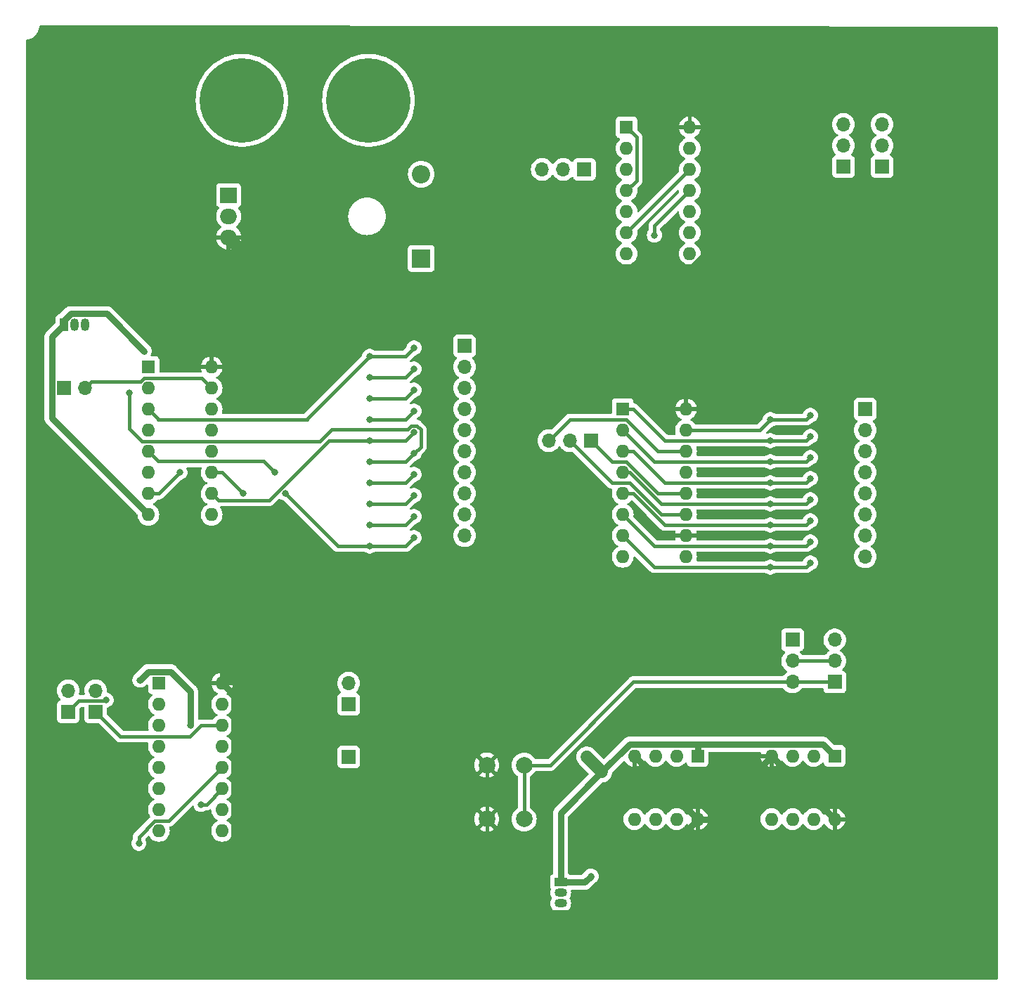
<source format=gbr>
%TF.GenerationSoftware,KiCad,Pcbnew,7.0.1*%
%TF.CreationDate,2023-04-17T00:19:08+03:00*%
%TF.ProjectId,exed,65786564-2e6b-4696-9361-645f70636258,rev?*%
%TF.SameCoordinates,Original*%
%TF.FileFunction,Copper,L2,Bot*%
%TF.FilePolarity,Positive*%
%FSLAX46Y46*%
G04 Gerber Fmt 4.6, Leading zero omitted, Abs format (unit mm)*
G04 Created by KiCad (PCBNEW 7.0.1) date 2023-04-17 00:19:08*
%MOMM*%
%LPD*%
G01*
G04 APERTURE LIST*
%TA.AperFunction,ComponentPad*%
%ADD10R,1.700000X1.700000*%
%TD*%
%TA.AperFunction,ComponentPad*%
%ADD11O,1.700000X1.700000*%
%TD*%
%TA.AperFunction,ComponentPad*%
%ADD12R,2.200000X2.200000*%
%TD*%
%TA.AperFunction,ComponentPad*%
%ADD13O,2.200000X2.200000*%
%TD*%
%TA.AperFunction,ComponentPad*%
%ADD14R,1.600000X1.600000*%
%TD*%
%TA.AperFunction,ComponentPad*%
%ADD15O,1.600000X1.600000*%
%TD*%
%TA.AperFunction,ComponentPad*%
%ADD16R,2.000000X1.905000*%
%TD*%
%TA.AperFunction,ComponentPad*%
%ADD17O,2.000000X1.905000*%
%TD*%
%TA.AperFunction,ComponentPad*%
%ADD18R,1.500000X1.050000*%
%TD*%
%TA.AperFunction,ComponentPad*%
%ADD19O,1.500000X1.050000*%
%TD*%
%TA.AperFunction,ComponentPad*%
%ADD20R,1.050000X1.500000*%
%TD*%
%TA.AperFunction,ComponentPad*%
%ADD21O,1.050000X1.500000*%
%TD*%
%TA.AperFunction,ComponentPad*%
%ADD22C,10.160000*%
%TD*%
%TA.AperFunction,ComponentPad*%
%ADD23C,2.000000*%
%TD*%
%TA.AperFunction,ViaPad*%
%ADD24C,0.800000*%
%TD*%
%TA.AperFunction,Conductor*%
%ADD25C,0.800000*%
%TD*%
%TA.AperFunction,Conductor*%
%ADD26C,0.400000*%
%TD*%
%TA.AperFunction,Conductor*%
%ADD27C,1.500000*%
%TD*%
G04 APERTURE END LIST*
D10*
%TO.P,J12,1,Pin_1*%
%TO.N,Net-(J12-Pin_1)*%
X152905489Y-68580000D03*
D11*
%TO.P,J12,2,Pin_2*%
%TO.N,Net-(J12-Pin_2)*%
X152905489Y-71120000D03*
%TO.P,J12,3,Pin_3*%
%TO.N,Net-(J12-Pin_3)*%
X152905489Y-73660000D03*
%TO.P,J12,4,Pin_4*%
%TO.N,Net-(J12-Pin_4)*%
X152905489Y-76200000D03*
%TO.P,J12,5,Pin_5*%
%TO.N,Net-(J12-Pin_5)*%
X152905489Y-78740000D03*
%TO.P,J12,6,Pin_6*%
%TO.N,Net-(J12-Pin_6)*%
X152905489Y-81280000D03*
%TO.P,J12,7,Pin_7*%
%TO.N,Net-(J12-Pin_7)*%
X152905489Y-83820000D03*
%TO.P,J12,8,Pin_8*%
%TO.N,Net-(J12-Pin_8)*%
X152905489Y-86360000D03*
%TO.P,J12,9,Pin_9*%
%TO.N,Net-(J12-Pin_9)*%
X152905489Y-88900000D03*
%TO.P,J12,10,Pin_10*%
%TO.N,Net-(J12-Pin_10)*%
X152905489Y-91440000D03*
%TD*%
D12*
%TO.P,D22,1,K*%
%TO.N,Net-(D22-K)*%
X147685000Y-58055000D03*
D13*
%TO.P,D22,2,A*%
%TO.N,Net-(D22-A)*%
X147685000Y-47895000D03*
%TD*%
D10*
%TO.P,J11,1,Pin_1*%
%TO.N,Net-(J11-Pin_1)*%
X104655489Y-73675000D03*
D11*
%TO.P,J11,2,Pin_2*%
%TO.N,Net-(J11-Pin_2)*%
X107195489Y-73675000D03*
%TD*%
D14*
%TO.P,U6,1,Q5*%
%TO.N,Net-(U6-Q5)*%
X114815489Y-71135000D03*
D15*
%TO.P,U6,2,Q1*%
%TO.N,Net-(U6-Q1)*%
X114815489Y-73675000D03*
%TO.P,U6,3,Q0*%
%TO.N,Net-(U6-Q0)*%
X114815489Y-76215000D03*
%TO.P,U6,4,Q2*%
%TO.N,Net-(U6-Q2)*%
X114815489Y-78755000D03*
%TO.P,U6,5,Q6*%
%TO.N,Net-(U6-Q6)*%
X114815489Y-81295000D03*
%TO.P,U6,6,Q7*%
%TO.N,Net-(U6-Q7)*%
X114815489Y-83835000D03*
%TO.P,U6,7,Q3*%
%TO.N,Net-(U6-Q3)*%
X114815489Y-86375000D03*
%TO.P,U6,8,VSS*%
%TO.N,GND*%
X114815489Y-88915000D03*
%TO.P,U6,9,Q8*%
%TO.N,Net-(U6-Q8)*%
X122435489Y-88915000D03*
%TO.P,U6,10,Q4*%
%TO.N,Net-(U6-Q4)*%
X122435489Y-86375000D03*
%TO.P,U6,11,Q9*%
%TO.N,Net-(U6-Q9)*%
X122435489Y-83835000D03*
%TO.P,U6,12,Cout*%
%TO.N,unconnected-(U6-Cout-Pad12)*%
X122435489Y-81295000D03*
%TO.P,U6,13,CKEN*%
%TO.N,GND*%
X122435489Y-78755000D03*
%TO.P,U6,14,CLK*%
%TO.N,Net-(J11-Pin_1)*%
X122435489Y-76215000D03*
%TO.P,U6,15,Reset*%
%TO.N,Net-(J11-Pin_2)*%
X122435489Y-73675000D03*
%TO.P,U6,16,VDD*%
%TO.N,+5V*%
X122435489Y-71135000D03*
%TD*%
D16*
%TO.P,U1,1,VI*%
%TO.N,Net-(D22-K)*%
X124485000Y-50435000D03*
D17*
%TO.P,U1,2,GND*%
%TO.N,GND*%
X124485000Y-52975000D03*
%TO.P,U1,3,VO*%
%TO.N,+5V*%
X124485000Y-55515000D03*
%TD*%
D14*
%TO.P,U4,1,QB*%
%TO.N,Net-(U4-QB)*%
X171955489Y-76200000D03*
D15*
%TO.P,U4,2,QC*%
%TO.N,Net-(U4-QC)*%
X171955489Y-78740000D03*
%TO.P,U4,3,QD*%
%TO.N,Net-(U4-QD)*%
X171955489Y-81280000D03*
%TO.P,U4,4,QE*%
%TO.N,Net-(U4-QE)*%
X171955489Y-83820000D03*
%TO.P,U4,5,QF*%
%TO.N,Net-(U4-QF)*%
X171955489Y-86360000D03*
%TO.P,U4,6,QG*%
%TO.N,Net-(U4-QG)*%
X171955489Y-88900000D03*
%TO.P,U4,7,QH*%
%TO.N,Net-(U4-QH)*%
X171955489Y-91440000D03*
%TO.P,U4,8,GND*%
%TO.N,GND*%
X171955489Y-93980000D03*
%TO.P,U4,9,QH'*%
%TO.N,unconnected-(U4-QH'-Pad9)*%
X179575489Y-93980000D03*
%TO.P,U4,10,~{SRCLR}*%
%TO.N,+5V*%
X179575489Y-91440000D03*
%TO.P,U4,11,SRCLK*%
%TO.N,Net-(J3-Pin_2)*%
X179575489Y-88900000D03*
%TO.P,U4,12,RCLK*%
%TO.N,Net-(J3-Pin_1)*%
X179575489Y-86360000D03*
%TO.P,U4,13,~{OE}*%
%TO.N,Net-(U4-~{OE})*%
X179575489Y-83820000D03*
%TO.P,U4,14,SER*%
%TO.N,Net-(J3-Pin_3)*%
X179575489Y-81280000D03*
%TO.P,U4,15,QA*%
%TO.N,Net-(U4-QA)*%
X179575489Y-78740000D03*
%TO.P,U4,16,VCC*%
%TO.N,+5V*%
X179575489Y-76200000D03*
%TD*%
D10*
%TO.P,J4,1,Pin_1*%
%TO.N,Net-(J4-Pin_1)*%
X167336890Y-47318291D03*
D11*
%TO.P,J4,2,Pin_2*%
%TO.N,Net-(J4-Pin_2)*%
X164796890Y-47318291D03*
%TO.P,J4,3,Pin_3*%
%TO.N,Net-(J4-Pin_3)*%
X162256890Y-47318291D03*
%TD*%
D10*
%TO.P,J7,1,Pin_1*%
%TO.N,Net-(J7-Pin_1)*%
X192415000Y-104000489D03*
D11*
%TO.P,J7,2,Pin_2*%
%TO.N,Net-(J7-Pin_2)*%
X192415000Y-106540489D03*
%TO.P,J7,3,Pin_3*%
%TO.N,Net-(J7-Pin_3)*%
X192415000Y-109080489D03*
%TD*%
D10*
%TO.P,J3,1,Pin_1*%
%TO.N,Net-(J3-Pin_1)*%
X168130489Y-79995000D03*
D11*
%TO.P,J3,2,Pin_2*%
%TO.N,Net-(J3-Pin_2)*%
X165590489Y-79995000D03*
%TO.P,J3,3,Pin_3*%
%TO.N,Net-(J3-Pin_3)*%
X163050489Y-79995000D03*
%TD*%
D14*
%TO.P,U7,1,PCP*%
%TO.N,unconnected-(U7-PCP-Pad1)*%
X116075489Y-109220000D03*
D15*
%TO.P,U7,2,PC1*%
%TO.N,unconnected-(U7-PC1-Pad2)*%
X116075489Y-111760000D03*
%TO.P,U7,3,RefIn*%
%TO.N,Net-(J9-Pin_1)*%
X116075489Y-114300000D03*
%TO.P,U7,4,FOUT*%
%TO.N,Net-(U7-FOUT)*%
X116075489Y-116840000D03*
%TO.P,U7,5,Inh*%
%TO.N,GND*%
X116075489Y-119380000D03*
%TO.P,U7,6,C1*%
%TO.N,Net-(U7-C1)*%
X116075489Y-121920000D03*
%TO.P,U7,7,C2*%
%TO.N,Net-(U7-C2)*%
X116075489Y-124460000D03*
%TO.P,U7,8,VSS*%
%TO.N,GND*%
X116075489Y-127000000D03*
%TO.P,U7,9,VCOin*%
%TO.N,Net-(U7-VCOin)*%
X123695489Y-127000000D03*
%TO.P,U7,10,SFout*%
%TO.N,unconnected-(U7-SFout-Pad10)*%
X123695489Y-124460000D03*
%TO.P,U7,11,R1*%
%TO.N,Net-(U7-R1)*%
X123695489Y-121920000D03*
%TO.P,U7,12,R2*%
%TO.N,Net-(U7-R2)*%
X123695489Y-119380000D03*
%TO.P,U7,13,PC2*%
%TO.N,Net-(U7-PC2)*%
X123695489Y-116840000D03*
%TO.P,U7,14,SigIn*%
%TO.N,Net-(J10-Pin_1)*%
X123695489Y-114300000D03*
%TO.P,U7,15,ZOUT*%
%TO.N,unconnected-(U7-ZOUT-Pad15)*%
X123695489Y-111760000D03*
%TO.P,U7,16,VDD*%
%TO.N,+5V*%
X123695489Y-109220000D03*
%TD*%
D14*
%TO.P,U5,1,GND*%
%TO.N,GND*%
X197485000Y-117980489D03*
D15*
%TO.P,U5,2,TR*%
%TO.N,Net-(U5-THR)*%
X194945000Y-117980489D03*
%TO.P,U5,3,Q*%
%TO.N,Net-(U5-Q)*%
X192405000Y-117980489D03*
%TO.P,U5,4,R*%
%TO.N,+5V*%
X189865000Y-117980489D03*
%TO.P,U5,5,CV*%
%TO.N,Net-(U5-CV)*%
X189865000Y-125600489D03*
%TO.P,U5,6,THR*%
%TO.N,Net-(U5-THR)*%
X192405000Y-125600489D03*
%TO.P,U5,7,DIS*%
%TO.N,Net-(U5-DIS)*%
X194945000Y-125600489D03*
%TO.P,U5,8,VCC*%
%TO.N,+5V*%
X197485000Y-125600489D03*
%TD*%
D18*
%TO.P,Q1,1,E*%
%TO.N,GND*%
X164475000Y-133210489D03*
D19*
%TO.P,Q1,2,B*%
%TO.N,Net-(Q1-B)*%
X164475000Y-134480489D03*
%TO.P,Q1,3,C*%
%TO.N,Net-(D1-K)*%
X164475000Y-135750489D03*
%TD*%
D20*
%TO.P,Q2,1,E*%
%TO.N,GND*%
X104655489Y-66055000D03*
D21*
%TO.P,Q2,2,B*%
%TO.N,Net-(Q2-B)*%
X105925489Y-66055000D03*
%TO.P,Q2,3,C*%
%TO.N,Net-(D10-K)*%
X107195489Y-66055000D03*
%TD*%
D10*
%TO.P,J14,1,Pin_1*%
%TO.N,Net-(J13-Pin_1)*%
X138935489Y-118110000D03*
%TD*%
%TO.P,J8,1,Pin_1*%
%TO.N,Net-(J7-Pin_3)*%
X197495000Y-109080489D03*
D11*
%TO.P,J8,2,Pin_2*%
%TO.N,Net-(J7-Pin_2)*%
X197495000Y-106540489D03*
%TO.P,J8,3,Pin_3*%
%TO.N,Net-(J7-Pin_1)*%
X197495000Y-104000489D03*
%TD*%
D10*
%TO.P,J15,1,Pin_1*%
%TO.N,Net-(J15-Pin_1)*%
X203200000Y-46990000D03*
D11*
%TO.P,J15,2,Pin_2*%
%TO.N,Net-(J15-Pin_2)*%
X203200000Y-44450000D03*
%TO.P,J15,3,Pin_3*%
%TO.N,Net-(J15-Pin_3)*%
X203200000Y-41910000D03*
%TD*%
D22*
%TO.P,J2,1,Pin_1*%
%TO.N,GND*%
X126095000Y-39005000D03*
%TD*%
%TO.P,J1,1,Pin_1*%
%TO.N,Net-(D22-A)*%
X141335000Y-39005000D03*
%TD*%
D10*
%TO.P,J6,1,Pin_1*%
%TO.N,Net-(J6-Pin_1)*%
X201165489Y-76200000D03*
D11*
%TO.P,J6,2,Pin_2*%
%TO.N,Net-(J6-Pin_2)*%
X201165489Y-78740000D03*
%TO.P,J6,3,Pin_3*%
%TO.N,Net-(J6-Pin_3)*%
X201165489Y-81280000D03*
%TO.P,J6,4,Pin_4*%
%TO.N,Net-(J6-Pin_4)*%
X201165489Y-83820000D03*
%TO.P,J6,5,Pin_5*%
%TO.N,Net-(J6-Pin_5)*%
X201165489Y-86360000D03*
%TO.P,J6,6,Pin_6*%
%TO.N,Net-(J6-Pin_6)*%
X201165489Y-88900000D03*
%TO.P,J6,7,Pin_7*%
%TO.N,Net-(J6-Pin_7)*%
X201165489Y-91440000D03*
%TO.P,J6,8,Pin_8*%
%TO.N,Net-(J6-Pin_8)*%
X201165489Y-93980000D03*
%TD*%
D10*
%TO.P,J10,1,Pin_1*%
%TO.N,Net-(J10-Pin_1)*%
X108455489Y-112649000D03*
D11*
%TO.P,J10,2,Pin_2*%
X108455489Y-110109000D03*
%TD*%
%TO.P,J5,3,Pin_3*%
%TO.N,Net-(J5-Pin_3)*%
X198550000Y-41910000D03*
%TO.P,J5,2,Pin_2*%
%TO.N,Net-(J5-Pin_2)*%
X198550000Y-44450000D03*
D10*
%TO.P,J5,1,Pin_1*%
%TO.N,Net-(J5-Pin_1)*%
X198550000Y-46990000D03*
%TD*%
D14*
%TO.P,U2,1,GND*%
%TO.N,GND*%
X180975000Y-117980489D03*
D15*
%TO.P,U2,2,TR*%
%TO.N,Net-(U2-THR)*%
X178435000Y-117980489D03*
%TO.P,U2,3,Q*%
%TO.N,Net-(U2-Q)*%
X175895000Y-117980489D03*
%TO.P,U2,4,R*%
%TO.N,+5V*%
X173355000Y-117980489D03*
%TO.P,U2,5,CV*%
%TO.N,Net-(U2-CV)*%
X173355000Y-125600489D03*
%TO.P,U2,6,THR*%
%TO.N,Net-(U2-THR)*%
X175895000Y-125600489D03*
%TO.P,U2,7,DIS*%
%TO.N,Net-(U2-DIS)*%
X178435000Y-125600489D03*
%TO.P,U2,8,VCC*%
%TO.N,+5V*%
X180975000Y-125600489D03*
%TD*%
D23*
%TO.P,SW1,1,1*%
%TO.N,+5V*%
X155585000Y-125590489D03*
X155585000Y-119090489D03*
%TO.P,SW1,2,2*%
%TO.N,Net-(J7-Pin_3)*%
X160085000Y-125590489D03*
X160085000Y-119090489D03*
%TD*%
D14*
%TO.P,U3,1*%
%TO.N,Net-(J4-Pin_3)*%
X172416890Y-42238291D03*
D15*
%TO.P,U3,2*%
%TO.N,Net-(J4-Pin_2)*%
X172416890Y-44778291D03*
%TO.P,U3,3*%
%TO.N,Net-(U3-Pad3)*%
X172416890Y-47318291D03*
%TO.P,U3,4*%
%TO.N,Net-(J4-Pin_3)*%
X172416890Y-49858291D03*
%TO.P,U3,5*%
%TO.N,Net-(U3-Pad3)*%
X172416890Y-52398291D03*
%TO.P,U3,6*%
%TO.N,Net-(U3-Pad12)*%
X172416890Y-54938291D03*
%TO.P,U3,7,GND*%
%TO.N,GND*%
X172416890Y-57478291D03*
%TO.P,U3,8*%
%TO.N,Net-(U3-Pad13)*%
X180036890Y-57478291D03*
%TO.P,U3,9*%
%TO.N,Net-(U3-Pad3)*%
X180036890Y-54938291D03*
%TO.P,U3,10*%
%TO.N,Net-(J4-Pin_2)*%
X180036890Y-52398291D03*
%TO.P,U3,11*%
%TO.N,Net-(R31-Pad1)*%
X180036890Y-49858291D03*
%TO.P,U3,12*%
%TO.N,Net-(U3-Pad12)*%
X180036890Y-47318291D03*
%TO.P,U3,13*%
%TO.N,Net-(U3-Pad13)*%
X180036890Y-44778291D03*
%TO.P,U3,14,VCC*%
%TO.N,+5V*%
X180036890Y-42238291D03*
%TD*%
D10*
%TO.P,J9,1,Pin_1*%
%TO.N,Net-(J9-Pin_1)*%
X105156000Y-112654000D03*
D11*
%TO.P,J9,2,Pin_2*%
X105156000Y-110114000D03*
%TD*%
D10*
%TO.P,J13,1,Pin_1*%
%TO.N,Net-(J13-Pin_1)*%
X138935489Y-111760000D03*
D11*
%TO.P,J13,2,Pin_2*%
X138935489Y-109220000D03*
%TD*%
D24*
%TO.N,GND*%
X168148000Y-132461000D03*
X113792000Y-108839000D03*
X119888000Y-114300000D03*
%TO.N,Net-(J9-Pin_1)*%
X109728000Y-111252000D03*
%TO.N,Net-(U7-R2)*%
X113665000Y-128524000D03*
%TO.N,Net-(U7-R1)*%
X121158000Y-123825000D03*
%TO.N,Net-(R31-Pad1)*%
X175768000Y-55245000D03*
%TO.N,+5V*%
X194183000Y-42164000D03*
%TO.N,Net-(U4-QH)*%
X194564000Y-94742000D03*
%TO.N,Net-(U4-QG)*%
X194564000Y-92202000D03*
%TO.N,Net-(U4-QF)*%
X194564000Y-89662000D03*
%TO.N,Net-(U4-QE)*%
X194564000Y-87122000D03*
%TO.N,Net-(U4-QD)*%
X194564000Y-84582000D03*
%TO.N,Net-(U4-QC)*%
X194564000Y-82042000D03*
%TO.N,Net-(U4-QB)*%
X194564000Y-79502000D03*
%TO.N,Net-(U4-QA)*%
X194564000Y-76962000D03*
%TO.N,Net-(U6-Q5)*%
X112522000Y-74215989D03*
%TO.N,Net-(U6-Q9)*%
X146812000Y-91694000D03*
%TO.N,Net-(U6-Q8)*%
X146812000Y-89154000D03*
%TO.N,Net-(U6-Q7)*%
X146812000Y-86614000D03*
%TO.N,Net-(U6-Q6)*%
X146812000Y-84074000D03*
%TO.N,Net-(U6-Q5)*%
X146812000Y-81534000D03*
%TO.N,Net-(U6-Q4)*%
X146812000Y-78994000D03*
%TO.N,Net-(U6-Q3)*%
X146812000Y-76454000D03*
%TO.N,Net-(U6-Q2)*%
X146812000Y-73914000D03*
%TO.N,Net-(U6-Q1)*%
X146812000Y-71374000D03*
%TO.N,Net-(U6-Q0)*%
X146812000Y-68834000D03*
%TO.N,GND*%
X114300000Y-69215000D03*
X167640000Y-118110000D03*
%TO.N,+5V*%
X167334853Y-72654511D03*
X119380000Y-135255000D03*
X185397941Y-52682941D03*
%TO.N,Net-(U4-QA)*%
X189735489Y-77455000D03*
%TO.N,Net-(U4-QB)*%
X189735489Y-79995000D03*
%TO.N,Net-(U4-QC)*%
X189735489Y-82535000D03*
%TO.N,Net-(U4-QD)*%
X189735489Y-85075000D03*
%TO.N,Net-(U4-QE)*%
X189735489Y-87615000D03*
%TO.N,Net-(U4-QF)*%
X189735489Y-90155000D03*
%TO.N,Net-(U4-QG)*%
X189735489Y-92695000D03*
%TO.N,Net-(U4-QH)*%
X189735489Y-95235000D03*
%TO.N,Net-(U6-Q0)*%
X141475489Y-69850000D03*
%TO.N,Net-(U6-Q1)*%
X141475489Y-72390000D03*
%TO.N,Net-(U6-Q2)*%
X141475489Y-74930000D03*
%TO.N,Net-(U6-Q3)*%
X141475489Y-77470000D03*
X118615489Y-83820000D03*
%TO.N,Net-(U6-Q4)*%
X141475489Y-80010000D03*
%TO.N,Net-(U6-Q5)*%
X141475489Y-82550000D03*
%TO.N,Net-(U6-Q6)*%
X130045489Y-83820000D03*
X141475489Y-85090000D03*
%TO.N,Net-(U6-Q7)*%
X141475489Y-87630000D03*
%TO.N,Net-(U6-Q8)*%
X141475489Y-90170000D03*
%TO.N,Net-(U6-Q9)*%
X131315489Y-86360000D03*
X141475489Y-92710000D03*
X126235489Y-86360000D03*
%TD*%
D25*
%TO.N,GND*%
X180975000Y-116580978D02*
X196085489Y-116580978D01*
X196085489Y-116580978D02*
X197485000Y-117980489D01*
X172775302Y-116580978D02*
X180975000Y-116580978D01*
X180975000Y-117980489D02*
X180975000Y-116580978D01*
%TO.N,+5V*%
X174877745Y-131697745D02*
X180975000Y-125600489D01*
X189865000Y-117980489D02*
X197485000Y-125600489D01*
X180975000Y-125600489D02*
X182245000Y-125600489D01*
X182245000Y-125600489D02*
X189865000Y-117980489D01*
X173355000Y-117980489D02*
X180975000Y-125600489D01*
%TO.N,GND*%
X168148000Y-132461000D02*
X167398511Y-133210489D01*
X167398511Y-133210489D02*
X164475000Y-133210489D01*
%TO.N,+5V*%
X174242745Y-132332745D02*
X174877745Y-131697745D01*
X174877745Y-131697745D02*
X175512745Y-131062745D01*
%TO.N,GND*%
X117475489Y-107820000D02*
X114811000Y-107820000D01*
X114811000Y-107820000D02*
X113792000Y-108839000D01*
X119888000Y-114300000D02*
X119888000Y-110232511D01*
X119888000Y-110232511D02*
X117475489Y-107820000D01*
D26*
%TO.N,Net-(J9-Pin_1)*%
X106451000Y-111359000D02*
X105156000Y-112654000D01*
X109728000Y-111252000D02*
X109621000Y-111359000D01*
X109621000Y-111359000D02*
X106451000Y-111359000D01*
%TO.N,Net-(J10-Pin_1)*%
X123695489Y-114300000D02*
X121155489Y-114300000D01*
X121155489Y-114300000D02*
X119815000Y-115640489D01*
X119815000Y-115640489D02*
X111446978Y-115640489D01*
X111446978Y-115640489D02*
X108455489Y-112649000D01*
%TO.N,Net-(U7-R2)*%
X117275489Y-125800000D02*
X123695489Y-119380000D01*
X113665000Y-128524000D02*
X113665000Y-127713432D01*
X113665000Y-127713432D02*
X115578432Y-125800000D01*
X115578432Y-125800000D02*
X117275489Y-125800000D01*
%TO.N,Net-(U7-R1)*%
X121158000Y-123825000D02*
X121790489Y-123825000D01*
X121790489Y-123825000D02*
X123695489Y-121920000D01*
%TO.N,Net-(R31-Pad1)*%
X175768000Y-54127181D02*
X180036890Y-49858291D01*
X175768000Y-55245000D02*
X175768000Y-54127181D01*
%TO.N,+5V*%
X194183000Y-42164000D02*
X194159500Y-42164000D01*
X192913000Y-40917500D02*
X188977681Y-40917500D01*
X194159500Y-42164000D02*
X192913000Y-40917500D01*
%TO.N,Net-(U4-QH)*%
X194071000Y-95235000D02*
X194564000Y-94742000D01*
X193545489Y-95235000D02*
X194071000Y-95235000D01*
%TO.N,Net-(U4-QG)*%
X194071000Y-92695000D02*
X194564000Y-92202000D01*
X193545489Y-92695000D02*
X194071000Y-92695000D01*
%TO.N,Net-(U4-QF)*%
X194071000Y-90155000D02*
X194564000Y-89662000D01*
X193545489Y-90155000D02*
X194071000Y-90155000D01*
%TO.N,Net-(U4-QE)*%
X194071000Y-87615000D02*
X194564000Y-87122000D01*
X193545489Y-87615000D02*
X194071000Y-87615000D01*
%TO.N,Net-(U4-QD)*%
X194071000Y-85075000D02*
X194564000Y-84582000D01*
X193545489Y-85075000D02*
X194071000Y-85075000D01*
%TO.N,Net-(U4-QC)*%
X194071000Y-82535000D02*
X194564000Y-82042000D01*
X193545489Y-82535000D02*
X194071000Y-82535000D01*
%TO.N,Net-(U4-QB)*%
X194071000Y-79995000D02*
X194564000Y-79502000D01*
X193545489Y-79995000D02*
X194071000Y-79995000D01*
%TO.N,Net-(U4-QA)*%
X194071000Y-77455000D02*
X194564000Y-76962000D01*
X193545489Y-77455000D02*
X194071000Y-77455000D01*
%TO.N,Net-(U6-Q5)*%
X114046000Y-80095000D02*
X135467001Y-80095000D01*
X112522000Y-74215989D02*
X112522000Y-78571000D01*
X112522000Y-78571000D02*
X114046000Y-80095000D01*
%TO.N,Net-(J11-Pin_2)*%
X107195489Y-73675000D02*
X107972489Y-72898000D01*
X107972489Y-72898000D02*
X113895432Y-72898000D01*
X113895432Y-72898000D02*
X114318432Y-72475000D01*
X114318432Y-72475000D02*
X121235489Y-72475000D01*
X121235489Y-72475000D02*
X122435489Y-73675000D01*
%TO.N,Net-(U6-Q5)*%
X147612000Y-78662629D02*
X147612000Y-80734000D01*
X135467001Y-80095000D02*
X136899372Y-78662629D01*
X136899372Y-78662629D02*
X146012000Y-78662629D01*
X146012000Y-78662629D02*
X146480629Y-78194000D01*
X146480629Y-78194000D02*
X147143371Y-78194000D01*
X147143371Y-78194000D02*
X147612000Y-78662629D01*
X147612000Y-80734000D02*
X146812000Y-81534000D01*
%TO.N,Net-(U6-Q9)*%
X145796000Y-92710000D02*
X146812000Y-91694000D01*
X145642989Y-92710000D02*
X145796000Y-92710000D01*
%TO.N,Net-(U6-Q8)*%
X145796000Y-90170000D02*
X146812000Y-89154000D01*
X145642989Y-90170000D02*
X145796000Y-90170000D01*
%TO.N,Net-(U6-Q7)*%
X145796000Y-87630000D02*
X146812000Y-86614000D01*
X145642989Y-87630000D02*
X145796000Y-87630000D01*
%TO.N,Net-(U6-Q6)*%
X145796000Y-85090000D02*
X146812000Y-84074000D01*
X145642989Y-85090000D02*
X145796000Y-85090000D01*
%TO.N,Net-(U6-Q5)*%
X145796000Y-82550000D02*
X146812000Y-81534000D01*
X145642989Y-82550000D02*
X145796000Y-82550000D01*
%TO.N,Net-(U6-Q4)*%
X145796000Y-80010000D02*
X146812000Y-78994000D01*
X145642989Y-80010000D02*
X145796000Y-80010000D01*
%TO.N,Net-(U6-Q3)*%
X145796000Y-77470000D02*
X146812000Y-76454000D01*
X145642989Y-77470000D02*
X145796000Y-77470000D01*
%TO.N,Net-(U6-Q2)*%
X145796000Y-74930000D02*
X146812000Y-73914000D01*
X145642989Y-74930000D02*
X145796000Y-74930000D01*
%TO.N,Net-(U6-Q1)*%
X145796000Y-72390000D02*
X146812000Y-71374000D01*
X145642989Y-72390000D02*
X145796000Y-72390000D01*
%TO.N,Net-(U6-Q0)*%
X145796000Y-69850000D02*
X146812000Y-68834000D01*
X145642989Y-69850000D02*
X145796000Y-69850000D01*
D27*
%TO.N,GND*%
X167640000Y-118110000D02*
X169443140Y-119913140D01*
D25*
X169443140Y-119913140D02*
X172775302Y-116580978D01*
X105459698Y-64705480D02*
X109790480Y-64705480D01*
X109790480Y-64705480D02*
X114300000Y-69215000D01*
D26*
X122807989Y-78382500D02*
X122435489Y-78755000D01*
D25*
X104655489Y-65509689D02*
X105459698Y-64705480D01*
X164475000Y-133210489D02*
X164475000Y-124881280D01*
X103205978Y-77305489D02*
X114815489Y-88915000D01*
X164475000Y-124881280D02*
X169443140Y-119913140D01*
X103205978Y-67504511D02*
X103205978Y-77305489D01*
X104655489Y-66055000D02*
X103205978Y-67504511D01*
X104655489Y-66055000D02*
X104655489Y-65509689D01*
%TO.N,+5V*%
X123695489Y-109220000D02*
X125095000Y-110619511D01*
D27*
X133740000Y-64770000D02*
X124485000Y-55515000D01*
X146050000Y-101600000D02*
X153670000Y-101600000D01*
X167334853Y-72654511D02*
X183474364Y-56515000D01*
D26*
X155942500Y-118732989D02*
X155585000Y-119090489D01*
D25*
X125095000Y-128140489D02*
X119380000Y-133855489D01*
D27*
X146050000Y-123675489D02*
X156855000Y-134480489D01*
D26*
X188977681Y-40917500D02*
X185397941Y-44497240D01*
D27*
X160020000Y-95250000D02*
X160020000Y-76200000D01*
X153670000Y-101600000D02*
X160020000Y-95250000D01*
D26*
X173355000Y-117980489D02*
X173875480Y-117980489D01*
D27*
X131315489Y-101600000D02*
X146050000Y-101600000D01*
D26*
X155585000Y-133210489D02*
X156855000Y-134480489D01*
D27*
X161925000Y-74295000D02*
X163565489Y-72654511D01*
X146050000Y-101600000D02*
X146050000Y-123675489D01*
D25*
X169700480Y-136875009D02*
X172095000Y-134480489D01*
D27*
X123695489Y-109220000D02*
X131315489Y-101600000D01*
D25*
X125095000Y-110619511D02*
X125095000Y-128140489D01*
D27*
X185397941Y-54632059D02*
X185397941Y-52682941D01*
D26*
X155585000Y-125590489D02*
X155585000Y-133210489D01*
X155585000Y-119090489D02*
X155585000Y-125590489D01*
D25*
X173607745Y-132967745D02*
X174242745Y-132332745D01*
D27*
X163565489Y-72654511D02*
X167334853Y-72654511D01*
D25*
X159249520Y-136875009D02*
X169700480Y-136875009D01*
X156855000Y-134480489D02*
X159249520Y-136875009D01*
D27*
X152400000Y-64770000D02*
X161925000Y-74295000D01*
X160020000Y-76200000D02*
X161925000Y-74295000D01*
D25*
X119380000Y-133855489D02*
X119380000Y-135255000D01*
X172095000Y-134480489D02*
X173607745Y-132967745D01*
D26*
X185397941Y-44497240D02*
X185397941Y-52682941D01*
D27*
X183474364Y-56515000D02*
X183515000Y-56515000D01*
X183515000Y-56515000D02*
X185397941Y-54632059D01*
X133740000Y-64770000D02*
X152400000Y-64770000D01*
D26*
%TO.N,Net-(J7-Pin_3)*%
X192415000Y-109080489D02*
X173225680Y-109080489D01*
X192415000Y-109080489D02*
X197495000Y-109080489D01*
X163215680Y-119090489D02*
X160085000Y-119090489D01*
X160085000Y-119090489D02*
X160085000Y-125590489D01*
X173225680Y-109080489D02*
X163215680Y-119090489D01*
%TO.N,Net-(U2-THR)*%
X176262500Y-125232989D02*
X175895000Y-125600489D01*
%TO.N,Net-(J3-Pin_1)*%
X179575489Y-86360000D02*
X176191855Y-86360000D01*
X176191855Y-86360000D02*
X172366855Y-82535000D01*
X172366855Y-82535000D02*
X170670489Y-82535000D01*
X170670489Y-82535000D02*
X168130489Y-79995000D01*
%TO.N,Net-(J3-Pin_2)*%
X166867989Y-81272500D02*
X165590489Y-79995000D01*
X179575489Y-88900000D02*
X176628339Y-88900000D01*
X176628339Y-88900000D02*
X172803339Y-85075000D01*
X172803339Y-85075000D02*
X170670489Y-85075000D01*
X170670489Y-85075000D02*
X166867989Y-81272500D01*
%TO.N,Net-(J3-Pin_3)*%
X179575489Y-81280000D02*
X176191855Y-81280000D01*
X165590489Y-77455000D02*
X163050489Y-79995000D01*
X176191855Y-81280000D02*
X172366855Y-77455000D01*
X172366855Y-77455000D02*
X165590489Y-77455000D01*
%TO.N,Net-(J7-Pin_2)*%
X192415000Y-106540489D02*
X197495000Y-106540489D01*
%TO.N,Net-(J11-Pin_1)*%
X105012989Y-73317500D02*
X104655489Y-73675000D01*
%TO.N,Net-(U2-DIS)*%
X178087500Y-125252989D02*
X178435000Y-125600489D01*
%TO.N,Net-(U4-QA)*%
X193545489Y-77455000D02*
X189735489Y-77455000D01*
X188450489Y-78740000D02*
X189735489Y-77455000D01*
X179575489Y-78740000D02*
X188450489Y-78740000D01*
%TO.N,Net-(U4-QB)*%
X171955489Y-76200000D02*
X173240489Y-76200000D01*
X173240489Y-76200000D02*
X177035489Y-79995000D01*
X177035489Y-79995000D02*
X189735489Y-79995000D01*
X193545489Y-79995000D02*
X189735489Y-79995000D01*
%TO.N,Net-(U4-QC)*%
X175750489Y-82535000D02*
X189735489Y-82535000D01*
X193545489Y-82535000D02*
X189735489Y-82535000D01*
X171955489Y-78740000D02*
X175750489Y-82535000D01*
%TO.N,Net-(U4-QD)*%
X177035489Y-85075000D02*
X189735489Y-85075000D01*
X171970489Y-81265000D02*
X173225489Y-81265000D01*
X173225489Y-81265000D02*
X177035489Y-85075000D01*
X193545489Y-85075000D02*
X189735489Y-85075000D01*
X171955489Y-81280000D02*
X171970489Y-81265000D01*
%TO.N,Net-(U4-QE)*%
X193545489Y-87615000D02*
X189735489Y-87615000D01*
X176599005Y-87615000D02*
X189735489Y-87615000D01*
X172804005Y-83820000D02*
X176599005Y-87615000D01*
X171955489Y-83820000D02*
X172804005Y-83820000D01*
%TO.N,Net-(U4-QF)*%
X177035489Y-90155000D02*
X189735489Y-90155000D01*
X173240489Y-86360000D02*
X177035489Y-90155000D01*
X193545489Y-90155000D02*
X189735489Y-90155000D01*
X171955489Y-86360000D02*
X173240489Y-86360000D01*
%TO.N,Net-(U4-QG)*%
X171955489Y-88900000D02*
X175750489Y-92695000D01*
X193545489Y-92695000D02*
X189735489Y-92695000D01*
X175750489Y-92695000D02*
X189735489Y-92695000D01*
%TO.N,Net-(U4-QH)*%
X175750489Y-95235000D02*
X189735489Y-95235000D01*
X171955489Y-91440000D02*
X175750489Y-95235000D01*
X193545489Y-95235000D02*
X189735489Y-95235000D01*
%TO.N,Net-(U6-Q0)*%
X116017500Y-77470000D02*
X133913478Y-77470000D01*
X133910978Y-77414511D02*
X141475489Y-69850000D01*
X114815489Y-76215000D02*
X116015000Y-77414511D01*
X145642989Y-69850000D02*
X141475489Y-69850000D01*
%TO.N,Net-(U6-Q1)*%
X145642989Y-72390000D02*
X141475489Y-72390000D01*
%TO.N,Net-(U6-Q2)*%
X145642989Y-74930000D02*
X141475489Y-74930000D01*
%TO.N,Net-(U6-Q3)*%
X116060489Y-86375000D02*
X114815489Y-86375000D01*
X118615489Y-83820000D02*
X116060489Y-86375000D01*
X145642989Y-77470000D02*
X141475489Y-77470000D01*
%TO.N,Net-(U6-Q4)*%
X145642989Y-80010000D02*
X141475489Y-80010000D01*
X136534809Y-80010000D02*
X141475489Y-80010000D01*
X129369810Y-87174999D02*
X136534809Y-80010000D01*
X122435489Y-86375000D02*
X123235488Y-87174999D01*
X123235488Y-87174999D02*
X129369810Y-87174999D01*
%TO.N,Net-(U6-Q5)*%
X145642989Y-82550000D02*
X141475489Y-82550000D01*
%TO.N,Net-(U6-Q6)*%
X145642989Y-85090000D02*
X141475489Y-85090000D01*
X116015000Y-82494511D02*
X128720000Y-82494511D01*
X114815489Y-81295000D02*
X116015000Y-82494511D01*
X128720000Y-82494511D02*
X130045489Y-83820000D01*
%TO.N,Net-(U6-Q7)*%
X145642989Y-87630000D02*
X141475489Y-87630000D01*
%TO.N,Net-(U6-Q8)*%
X145642989Y-90170000D02*
X141475489Y-90170000D01*
%TO.N,Net-(U6-Q9)*%
X126235489Y-86360000D02*
X123710489Y-83835000D01*
X123710489Y-83835000D02*
X122435489Y-83835000D01*
X137665489Y-92710000D02*
X131315489Y-86360000D01*
X142745489Y-92710000D02*
X137665489Y-92710000D01*
X145642989Y-92710000D02*
X142745489Y-92710000D01*
X142745489Y-92710000D02*
X141475489Y-92710000D01*
%TO.N,Net-(U3-Pad12)*%
X180036890Y-47318291D02*
X172416890Y-54938291D01*
%TO.N,Net-(J4-Pin_3)*%
X173616401Y-43437802D02*
X172416890Y-42238291D01*
X172416890Y-49858291D02*
X173616401Y-48658780D01*
X173616401Y-48658780D02*
X173616401Y-43437802D01*
%TD*%
%TA.AperFunction,Conductor*%
%TO.N,+5V*%
G36*
X176913542Y-30085834D02*
G01*
X217045638Y-30130362D01*
X217107579Y-30147021D01*
X217152910Y-30192402D01*
X217169500Y-30254362D01*
X217169500Y-144783000D01*
X217152887Y-144845000D01*
X217107500Y-144890387D01*
X217045500Y-144907000D01*
X100200000Y-144907000D01*
X100138000Y-144890387D01*
X100092613Y-144845000D01*
X100076000Y-144783000D01*
X100076000Y-135750488D01*
X163211499Y-135750488D01*
X163231453Y-135953088D01*
X163231454Y-135953090D01*
X163290550Y-136147906D01*
X163386518Y-136327449D01*
X163515669Y-136484820D01*
X163673040Y-136613971D01*
X163852583Y-136709939D01*
X164047399Y-136769035D01*
X164199225Y-136783989D01*
X164750774Y-136783989D01*
X164750775Y-136783989D01*
X164902601Y-136769035D01*
X165097417Y-136709939D01*
X165276960Y-136613971D01*
X165434331Y-136484820D01*
X165563482Y-136327449D01*
X165659450Y-136147906D01*
X165718546Y-135953090D01*
X165738501Y-135750489D01*
X165718546Y-135547888D01*
X165659450Y-135353072D01*
X165563703Y-135173942D01*
X165549061Y-135115489D01*
X165563703Y-135057036D01*
X165583733Y-135019561D01*
X165659450Y-134877906D01*
X165718546Y-134683090D01*
X165738501Y-134480489D01*
X165718546Y-134277888D01*
X165718546Y-134277887D01*
X165717349Y-134265734D01*
X165718060Y-134265663D01*
X165715364Y-134221792D01*
X165737940Y-134169123D01*
X165781787Y-134132229D01*
X165837539Y-134118989D01*
X167317255Y-134118989D01*
X167336653Y-134120516D01*
X167350701Y-134122741D01*
X167419048Y-134119158D01*
X167425538Y-134118989D01*
X167446123Y-134118989D01*
X167456882Y-134117857D01*
X167466600Y-134116836D01*
X167473044Y-134116329D01*
X167541414Y-134112746D01*
X167555159Y-134109062D01*
X167574277Y-134105518D01*
X167588439Y-134104031D01*
X167653564Y-134082869D01*
X167659753Y-134081036D01*
X167725881Y-134063318D01*
X167725885Y-134063316D01*
X167738554Y-134056861D01*
X167756530Y-134049414D01*
X167770067Y-134045016D01*
X167829355Y-134010784D01*
X167835048Y-134007694D01*
X167896041Y-133976618D01*
X167907098Y-133967663D01*
X167923128Y-133956645D01*
X167935455Y-133949529D01*
X167986333Y-133903717D01*
X167991237Y-133899529D01*
X168007252Y-133886561D01*
X168021829Y-133871982D01*
X168026498Y-133867551D01*
X168077377Y-133821742D01*
X168085746Y-133810221D01*
X168098371Y-133795440D01*
X168732951Y-133160860D01*
X168747732Y-133148235D01*
X168759253Y-133139866D01*
X168805062Y-133088987D01*
X168809493Y-133084318D01*
X168824072Y-133069741D01*
X168837040Y-133053726D01*
X168841228Y-133048822D01*
X168887040Y-132997944D01*
X168894156Y-132985617D01*
X168905167Y-132969595D01*
X168914129Y-132958530D01*
X168945211Y-132897527D01*
X168948291Y-132891853D01*
X168982527Y-132832556D01*
X168986921Y-132819029D01*
X168994372Y-132801043D01*
X169000830Y-132788370D01*
X169000830Y-132788369D01*
X169018552Y-132722223D01*
X169020384Y-132716042D01*
X169041542Y-132650928D01*
X169043029Y-132636766D01*
X169046573Y-132617648D01*
X169050257Y-132603903D01*
X169053839Y-132535537D01*
X169054344Y-132529115D01*
X169061504Y-132461000D01*
X169060015Y-132446841D01*
X169059506Y-132427408D01*
X169060252Y-132413190D01*
X169049544Y-132345584D01*
X169048696Y-132339146D01*
X169041542Y-132271070D01*
X169037147Y-132257545D01*
X169032603Y-132238618D01*
X169030378Y-132224567D01*
X169021672Y-132201888D01*
X169005828Y-132160615D01*
X169003673Y-132154527D01*
X168982526Y-132089442D01*
X168975417Y-132077129D01*
X168967038Y-132059563D01*
X168961938Y-132046277D01*
X168924650Y-131988859D01*
X168921258Y-131983323D01*
X168887040Y-131924056D01*
X168877518Y-131913480D01*
X168865678Y-131898049D01*
X168857926Y-131886113D01*
X168809520Y-131837707D01*
X168805051Y-131832998D01*
X168759251Y-131782132D01*
X168747741Y-131773769D01*
X168732949Y-131761136D01*
X168722887Y-131751074D01*
X168722886Y-131751073D01*
X168722885Y-131751072D01*
X168665466Y-131713784D01*
X168660116Y-131710106D01*
X168604754Y-131669882D01*
X168591755Y-131664095D01*
X168574654Y-131654810D01*
X168562721Y-131647061D01*
X168498811Y-131622527D01*
X168492816Y-131620044D01*
X168430288Y-131592205D01*
X168416379Y-131589249D01*
X168397725Y-131583724D01*
X168384433Y-131578622D01*
X168316824Y-131567913D01*
X168310446Y-131566731D01*
X168243487Y-131552500D01*
X168229256Y-131552500D01*
X168209859Y-131550973D01*
X168195810Y-131548748D01*
X168127463Y-131552330D01*
X168120973Y-131552500D01*
X168052511Y-131552500D01*
X168038585Y-131555459D01*
X168019313Y-131557996D01*
X168005104Y-131558741D01*
X168005096Y-131558743D01*
X168005097Y-131558743D01*
X167938972Y-131576460D01*
X167932672Y-131577972D01*
X167865710Y-131592205D01*
X167852708Y-131597994D01*
X167834382Y-131604483D01*
X167820632Y-131608168D01*
X167759635Y-131639247D01*
X167753778Y-131642041D01*
X167691246Y-131669882D01*
X167679726Y-131678251D01*
X167663154Y-131688406D01*
X167650471Y-131694869D01*
X167597267Y-131737951D01*
X167592123Y-131741899D01*
X167565654Y-131761131D01*
X167536747Y-131782134D01*
X167536745Y-131782135D01*
X167536745Y-131782136D01*
X167490947Y-131832998D01*
X167486480Y-131837705D01*
X167058517Y-132265670D01*
X167018289Y-132292550D01*
X166970836Y-132301989D01*
X165602496Y-132301989D01*
X165563337Y-132295643D01*
X165528186Y-132277256D01*
X165471204Y-132234600D01*
X165471203Y-132234599D01*
X165464166Y-132231975D01*
X165421931Y-132205538D01*
X165393512Y-132164607D01*
X165383500Y-132115794D01*
X165383500Y-125600488D01*
X172041501Y-125600488D01*
X172061456Y-125828573D01*
X172070540Y-125862475D01*
X172119934Y-126046815D01*
X172120717Y-126049735D01*
X172217474Y-126257233D01*
X172217475Y-126257234D01*
X172217477Y-126257238D01*
X172348802Y-126444789D01*
X172510700Y-126606687D01*
X172698251Y-126738012D01*
X172905757Y-126834773D01*
X173126913Y-126894032D01*
X173355000Y-126913987D01*
X173583087Y-126894032D01*
X173804243Y-126834773D01*
X174011749Y-126738012D01*
X174199300Y-126606687D01*
X174361198Y-126444789D01*
X174492523Y-126257238D01*
X174512617Y-126214144D01*
X174558375Y-126161968D01*
X174625000Y-126142548D01*
X174691625Y-126161968D01*
X174737382Y-126214144D01*
X174757477Y-126257238D01*
X174888802Y-126444789D01*
X175050700Y-126606687D01*
X175238251Y-126738012D01*
X175445757Y-126834773D01*
X175666913Y-126894032D01*
X175895000Y-126913987D01*
X176123087Y-126894032D01*
X176344243Y-126834773D01*
X176551749Y-126738012D01*
X176739300Y-126606687D01*
X176901198Y-126444789D01*
X177032523Y-126257238D01*
X177052617Y-126214144D01*
X177098375Y-126161968D01*
X177165000Y-126142548D01*
X177231625Y-126161968D01*
X177277382Y-126214144D01*
X177297477Y-126257238D01*
X177428802Y-126444789D01*
X177590700Y-126606687D01*
X177778251Y-126738012D01*
X177985757Y-126834773D01*
X178206913Y-126894032D01*
X178435000Y-126913987D01*
X178663087Y-126894032D01*
X178884243Y-126834773D01*
X179091749Y-126738012D01*
X179279300Y-126606687D01*
X179441198Y-126444789D01*
X179572523Y-126257238D01*
X179597308Y-126204085D01*
X179643061Y-126151913D01*
X179709686Y-126132492D01*
X179776312Y-126151911D01*
X179822070Y-126204086D01*
X179844866Y-126252971D01*
X179975341Y-126439308D01*
X180136180Y-126600147D01*
X180322519Y-126730623D01*
X180528673Y-126826755D01*
X180724999Y-126879360D01*
X180725000Y-126879361D01*
X180725000Y-125850489D01*
X181225000Y-125850489D01*
X181225000Y-126879360D01*
X181421326Y-126826755D01*
X181627480Y-126730623D01*
X181813819Y-126600147D01*
X181974658Y-126439308D01*
X182105134Y-126252969D01*
X182201266Y-126046815D01*
X182253872Y-125850489D01*
X181225000Y-125850489D01*
X180725000Y-125850489D01*
X180725000Y-125600488D01*
X188551501Y-125600488D01*
X188571456Y-125828573D01*
X188580540Y-125862475D01*
X188629934Y-126046815D01*
X188630717Y-126049735D01*
X188727474Y-126257233D01*
X188727475Y-126257234D01*
X188727477Y-126257238D01*
X188858802Y-126444789D01*
X189020700Y-126606687D01*
X189208251Y-126738012D01*
X189415757Y-126834773D01*
X189636913Y-126894032D01*
X189865000Y-126913987D01*
X190093087Y-126894032D01*
X190314243Y-126834773D01*
X190521749Y-126738012D01*
X190709300Y-126606687D01*
X190871198Y-126444789D01*
X191002523Y-126257238D01*
X191022617Y-126214144D01*
X191068375Y-126161968D01*
X191135000Y-126142548D01*
X191201625Y-126161968D01*
X191247382Y-126214144D01*
X191267477Y-126257238D01*
X191398802Y-126444789D01*
X191560700Y-126606687D01*
X191748251Y-126738012D01*
X191955757Y-126834773D01*
X192176913Y-126894032D01*
X192405000Y-126913987D01*
X192633087Y-126894032D01*
X192854243Y-126834773D01*
X193061749Y-126738012D01*
X193249300Y-126606687D01*
X193411198Y-126444789D01*
X193542523Y-126257238D01*
X193562617Y-126214144D01*
X193608375Y-126161968D01*
X193675000Y-126142548D01*
X193741625Y-126161968D01*
X193787382Y-126214144D01*
X193807477Y-126257238D01*
X193938802Y-126444789D01*
X194100700Y-126606687D01*
X194288251Y-126738012D01*
X194495757Y-126834773D01*
X194716913Y-126894032D01*
X194945000Y-126913987D01*
X195173087Y-126894032D01*
X195394243Y-126834773D01*
X195601749Y-126738012D01*
X195789300Y-126606687D01*
X195951198Y-126444789D01*
X196082523Y-126257238D01*
X196107308Y-126204085D01*
X196153061Y-126151913D01*
X196219686Y-126132492D01*
X196286312Y-126151911D01*
X196332070Y-126204086D01*
X196354866Y-126252971D01*
X196485341Y-126439308D01*
X196646180Y-126600147D01*
X196832519Y-126730623D01*
X197038673Y-126826755D01*
X197234999Y-126879360D01*
X197235000Y-126879361D01*
X197235000Y-125850489D01*
X197735000Y-125850489D01*
X197735000Y-126879360D01*
X197931326Y-126826755D01*
X198137480Y-126730623D01*
X198323819Y-126600147D01*
X198484658Y-126439308D01*
X198615134Y-126252969D01*
X198711266Y-126046815D01*
X198763872Y-125850489D01*
X197735000Y-125850489D01*
X197235000Y-125850489D01*
X197235000Y-124321617D01*
X197735000Y-124321617D01*
X197735000Y-125350489D01*
X198763872Y-125350489D01*
X198763871Y-125350488D01*
X198711266Y-125154162D01*
X198615134Y-124948008D01*
X198484658Y-124761669D01*
X198323819Y-124600830D01*
X198137480Y-124470354D01*
X197931326Y-124374222D01*
X197735000Y-124321617D01*
X197235000Y-124321617D01*
X197234999Y-124321617D01*
X197038673Y-124374222D01*
X196832519Y-124470354D01*
X196646180Y-124600830D01*
X196485341Y-124761669D01*
X196354864Y-124948009D01*
X196332069Y-124996892D01*
X196286311Y-125049067D01*
X196219686Y-125068485D01*
X196153061Y-125049065D01*
X196107307Y-124996890D01*
X196082523Y-124943740D01*
X195951198Y-124756189D01*
X195789300Y-124594291D01*
X195601749Y-124462966D01*
X195601746Y-124462965D01*
X195601744Y-124462963D01*
X195394246Y-124366206D01*
X195394243Y-124366205D01*
X195227840Y-124321617D01*
X195173084Y-124306945D01*
X194945000Y-124286990D01*
X194716915Y-124306945D01*
X194495753Y-124366206D01*
X194288255Y-124462963D01*
X194100696Y-124594294D01*
X193938805Y-124756185D01*
X193938802Y-124756188D01*
X193938802Y-124756189D01*
X193835636Y-124903526D01*
X193807476Y-124943742D01*
X193787382Y-124986834D01*
X193741625Y-125039010D01*
X193675000Y-125058429D01*
X193608375Y-125039010D01*
X193562618Y-124986834D01*
X193561214Y-124983823D01*
X193542523Y-124943740D01*
X193411198Y-124756189D01*
X193249300Y-124594291D01*
X193061749Y-124462966D01*
X193061746Y-124462965D01*
X193061744Y-124462963D01*
X192854246Y-124366206D01*
X192854243Y-124366205D01*
X192687840Y-124321617D01*
X192633084Y-124306945D01*
X192405000Y-124286990D01*
X192176915Y-124306945D01*
X191955753Y-124366206D01*
X191748255Y-124462963D01*
X191560696Y-124594294D01*
X191398805Y-124756185D01*
X191398802Y-124756188D01*
X191398802Y-124756189D01*
X191295636Y-124903526D01*
X191267476Y-124943742D01*
X191247382Y-124986834D01*
X191201625Y-125039010D01*
X191135000Y-125058429D01*
X191068375Y-125039010D01*
X191022618Y-124986834D01*
X191021214Y-124983823D01*
X191002523Y-124943740D01*
X190871198Y-124756189D01*
X190709300Y-124594291D01*
X190521749Y-124462966D01*
X190521746Y-124462965D01*
X190521744Y-124462963D01*
X190314246Y-124366206D01*
X190314243Y-124366205D01*
X190147840Y-124321617D01*
X190093084Y-124306945D01*
X189865000Y-124286990D01*
X189636915Y-124306945D01*
X189415753Y-124366206D01*
X189208255Y-124462963D01*
X189020696Y-124594294D01*
X188858805Y-124756185D01*
X188727474Y-124943744D01*
X188630717Y-125151242D01*
X188571456Y-125372404D01*
X188551501Y-125600488D01*
X180725000Y-125600488D01*
X180725000Y-124321617D01*
X181225000Y-124321617D01*
X181225000Y-125350489D01*
X182253872Y-125350489D01*
X182253871Y-125350488D01*
X182201266Y-125154162D01*
X182105134Y-124948008D01*
X181974658Y-124761669D01*
X181813819Y-124600830D01*
X181627480Y-124470354D01*
X181421326Y-124374222D01*
X181225000Y-124321617D01*
X180725000Y-124321617D01*
X180724999Y-124321617D01*
X180528673Y-124374222D01*
X180322519Y-124470354D01*
X180136180Y-124600830D01*
X179975341Y-124761669D01*
X179844864Y-124948009D01*
X179822069Y-124996892D01*
X179776311Y-125049067D01*
X179709686Y-125068485D01*
X179643061Y-125049065D01*
X179597307Y-124996890D01*
X179572523Y-124943740D01*
X179441198Y-124756189D01*
X179279300Y-124594291D01*
X179091749Y-124462966D01*
X179091746Y-124462965D01*
X179091744Y-124462963D01*
X178884246Y-124366206D01*
X178884243Y-124366205D01*
X178717840Y-124321617D01*
X178663084Y-124306945D01*
X178435000Y-124286990D01*
X178206915Y-124306945D01*
X177985753Y-124366206D01*
X177778255Y-124462963D01*
X177590696Y-124594294D01*
X177428805Y-124756185D01*
X177428802Y-124756188D01*
X177428802Y-124756189D01*
X177325636Y-124903526D01*
X177297476Y-124943742D01*
X177277382Y-124986834D01*
X177231625Y-125039010D01*
X177165000Y-125058429D01*
X177098375Y-125039010D01*
X177052618Y-124986834D01*
X177051214Y-124983823D01*
X177032523Y-124943740D01*
X176901198Y-124756189D01*
X176739300Y-124594291D01*
X176551749Y-124462966D01*
X176551746Y-124462965D01*
X176551744Y-124462963D01*
X176344246Y-124366206D01*
X176344243Y-124366205D01*
X176177840Y-124321617D01*
X176123084Y-124306945D01*
X175895000Y-124286990D01*
X175666915Y-124306945D01*
X175445753Y-124366206D01*
X175238255Y-124462963D01*
X175050696Y-124594294D01*
X174888805Y-124756185D01*
X174888802Y-124756188D01*
X174888802Y-124756189D01*
X174785636Y-124903526D01*
X174757476Y-124943742D01*
X174737382Y-124986834D01*
X174691625Y-125039010D01*
X174625000Y-125058429D01*
X174558375Y-125039010D01*
X174512618Y-124986834D01*
X174511214Y-124983823D01*
X174492523Y-124943740D01*
X174361198Y-124756189D01*
X174199300Y-124594291D01*
X174011749Y-124462966D01*
X174011746Y-124462965D01*
X174011744Y-124462963D01*
X173804246Y-124366206D01*
X173804243Y-124366205D01*
X173637840Y-124321617D01*
X173583084Y-124306945D01*
X173355000Y-124286990D01*
X173126915Y-124306945D01*
X172905753Y-124366206D01*
X172698255Y-124462963D01*
X172510696Y-124594294D01*
X172348805Y-124756185D01*
X172217474Y-124943744D01*
X172120717Y-125151242D01*
X172061456Y-125372404D01*
X172041501Y-125600488D01*
X165383500Y-125600488D01*
X165383500Y-125308955D01*
X165392939Y-125261502D01*
X165419819Y-125221274D01*
X166409180Y-124231913D01*
X169434563Y-121206528D01*
X169473506Y-121180190D01*
X169519454Y-121170244D01*
X169584616Y-121168782D01*
X169806547Y-121123341D01*
X170016797Y-121039005D01*
X170208609Y-120918480D01*
X170375818Y-120765645D01*
X170513050Y-120585408D01*
X170615894Y-120383565D01*
X170681045Y-120166602D01*
X170702416Y-119976930D01*
X170713915Y-119937016D01*
X170737949Y-119903142D01*
X172031114Y-118609978D01*
X172076377Y-118581142D01*
X172129595Y-118574136D01*
X172180788Y-118590277D01*
X172220363Y-118626540D01*
X172355341Y-118819308D01*
X172516180Y-118980147D01*
X172702519Y-119110623D01*
X172908673Y-119206755D01*
X173104999Y-119259360D01*
X173105000Y-119259361D01*
X173105000Y-117854489D01*
X173121613Y-117792489D01*
X173167000Y-117747102D01*
X173229000Y-117730489D01*
X173481000Y-117730489D01*
X173543000Y-117747102D01*
X173588387Y-117792489D01*
X173605000Y-117854489D01*
X173605000Y-119259360D01*
X173801326Y-119206755D01*
X174007480Y-119110623D01*
X174193819Y-118980147D01*
X174354658Y-118819308D01*
X174485133Y-118632970D01*
X174507927Y-118584089D01*
X174553683Y-118531912D01*
X174620309Y-118512492D01*
X174686934Y-118531911D01*
X174732692Y-118584087D01*
X174757475Y-118637235D01*
X174757476Y-118637237D01*
X174757477Y-118637238D01*
X174888802Y-118824789D01*
X175050700Y-118986687D01*
X175238251Y-119118012D01*
X175445757Y-119214773D01*
X175666913Y-119274032D01*
X175895000Y-119293987D01*
X176123087Y-119274032D01*
X176344243Y-119214773D01*
X176551749Y-119118012D01*
X176739300Y-118986687D01*
X176901198Y-118824789D01*
X177032523Y-118637238D01*
X177052617Y-118594144D01*
X177098375Y-118541968D01*
X177165000Y-118522548D01*
X177231625Y-118541968D01*
X177277382Y-118594144D01*
X177297477Y-118637238D01*
X177428802Y-118824789D01*
X177590700Y-118986687D01*
X177778251Y-119118012D01*
X177985757Y-119214773D01*
X178206913Y-119274032D01*
X178435000Y-119293987D01*
X178663087Y-119274032D01*
X178884243Y-119214773D01*
X179091749Y-119118012D01*
X179279300Y-118986687D01*
X179441198Y-118824789D01*
X179446564Y-118817124D01*
X179491402Y-118777987D01*
X179549316Y-118764251D01*
X179606958Y-118779083D01*
X179651049Y-118819065D01*
X179671429Y-118874987D01*
X179673010Y-118889690D01*
X179724110Y-119026692D01*
X179811738Y-119143750D01*
X179928796Y-119231378D01*
X180065794Y-119282477D01*
X180065797Y-119282477D01*
X180065799Y-119282478D01*
X180126362Y-119288989D01*
X181823634Y-119288989D01*
X181823638Y-119288989D01*
X181884201Y-119282478D01*
X181884203Y-119282477D01*
X181884205Y-119282477D01*
X181962124Y-119253413D01*
X182021204Y-119231378D01*
X182138261Y-119143750D01*
X182225889Y-119026693D01*
X182276989Y-118889690D01*
X182283500Y-118829127D01*
X182283500Y-118230489D01*
X188586128Y-118230489D01*
X188638733Y-118426815D01*
X188734865Y-118632969D01*
X188865341Y-118819308D01*
X189026180Y-118980147D01*
X189212519Y-119110623D01*
X189418673Y-119206755D01*
X189614999Y-119259360D01*
X189615000Y-119259361D01*
X189615000Y-118230489D01*
X188586128Y-118230489D01*
X182283500Y-118230489D01*
X182283500Y-117613478D01*
X182300113Y-117551478D01*
X182345500Y-117506091D01*
X182407500Y-117489478D01*
X188489107Y-117489478D01*
X188543951Y-117502266D01*
X188587483Y-117537992D01*
X188610724Y-117589287D01*
X188608882Y-117645572D01*
X188586128Y-117730488D01*
X188586128Y-117730489D01*
X189991000Y-117730489D01*
X190053000Y-117747102D01*
X190098387Y-117792489D01*
X190115000Y-117854489D01*
X190115000Y-119259360D01*
X190311326Y-119206755D01*
X190517480Y-119110623D01*
X190703819Y-118980147D01*
X190864658Y-118819308D01*
X190995133Y-118632970D01*
X191017927Y-118584089D01*
X191063683Y-118531912D01*
X191130309Y-118512492D01*
X191196934Y-118531911D01*
X191242692Y-118584087D01*
X191267475Y-118637235D01*
X191267476Y-118637237D01*
X191267477Y-118637238D01*
X191398802Y-118824789D01*
X191560700Y-118986687D01*
X191748251Y-119118012D01*
X191955757Y-119214773D01*
X192176913Y-119274032D01*
X192405000Y-119293987D01*
X192633087Y-119274032D01*
X192854243Y-119214773D01*
X193061749Y-119118012D01*
X193249300Y-118986687D01*
X193411198Y-118824789D01*
X193542523Y-118637238D01*
X193562617Y-118594144D01*
X193608375Y-118541968D01*
X193675000Y-118522548D01*
X193741625Y-118541968D01*
X193787382Y-118594144D01*
X193807477Y-118637238D01*
X193938802Y-118824789D01*
X194100700Y-118986687D01*
X194288251Y-119118012D01*
X194495757Y-119214773D01*
X194716913Y-119274032D01*
X194945000Y-119293987D01*
X195173087Y-119274032D01*
X195394243Y-119214773D01*
X195601749Y-119118012D01*
X195789300Y-118986687D01*
X195951198Y-118824789D01*
X195956564Y-118817124D01*
X196001402Y-118777987D01*
X196059316Y-118764251D01*
X196116958Y-118779083D01*
X196161049Y-118819065D01*
X196181429Y-118874987D01*
X196183010Y-118889690D01*
X196234110Y-119026692D01*
X196321738Y-119143750D01*
X196438796Y-119231378D01*
X196575794Y-119282477D01*
X196575797Y-119282477D01*
X196575799Y-119282478D01*
X196636362Y-119288989D01*
X198333634Y-119288989D01*
X198333638Y-119288989D01*
X198394201Y-119282478D01*
X198394203Y-119282477D01*
X198394205Y-119282477D01*
X198472124Y-119253413D01*
X198531204Y-119231378D01*
X198648261Y-119143750D01*
X198735889Y-119026693D01*
X198786989Y-118889690D01*
X198793500Y-118829127D01*
X198793500Y-117131851D01*
X198786989Y-117071288D01*
X198786988Y-117071286D01*
X198786988Y-117071283D01*
X198735889Y-116934285D01*
X198648261Y-116817227D01*
X198531203Y-116729599D01*
X198394205Y-116678500D01*
X198363919Y-116675244D01*
X198333638Y-116671989D01*
X198333634Y-116671989D01*
X197512675Y-116671989D01*
X197465222Y-116662550D01*
X197424994Y-116635670D01*
X196785353Y-115996029D01*
X196772717Y-115981235D01*
X196764355Y-115969725D01*
X196713489Y-115923925D01*
X196708780Y-115919456D01*
X196694234Y-115904910D01*
X196694233Y-115904909D01*
X196694230Y-115904906D01*
X196678214Y-115891936D01*
X196673300Y-115887738D01*
X196622432Y-115841936D01*
X196610110Y-115834822D01*
X196594081Y-115823806D01*
X196583019Y-115814849D01*
X196522030Y-115783774D01*
X196516338Y-115780684D01*
X196483523Y-115761738D01*
X196457044Y-115746450D01*
X196443508Y-115742052D01*
X196425538Y-115734608D01*
X196412862Y-115728149D01*
X196376863Y-115718503D01*
X196346726Y-115710427D01*
X196340527Y-115708591D01*
X196275415Y-115687435D01*
X196261257Y-115685947D01*
X196242137Y-115682404D01*
X196228392Y-115678721D01*
X196228391Y-115678720D01*
X196228388Y-115678720D01*
X196160033Y-115675137D01*
X196153570Y-115674628D01*
X196133104Y-115672478D01*
X196133099Y-115672478D01*
X196112516Y-115672478D01*
X196106026Y-115672308D01*
X196037679Y-115668726D01*
X196037678Y-115668726D01*
X196023631Y-115670951D01*
X196004233Y-115672478D01*
X181070487Y-115672478D01*
X181022610Y-115672478D01*
X172856558Y-115672478D01*
X172837161Y-115670951D01*
X172823112Y-115668726D01*
X172754765Y-115672308D01*
X172748275Y-115672478D01*
X172727692Y-115672478D01*
X172710755Y-115674257D01*
X172707218Y-115674629D01*
X172700756Y-115675137D01*
X172632394Y-115678721D01*
X172618647Y-115682404D01*
X172599524Y-115685948D01*
X172585374Y-115687435D01*
X172520280Y-115708585D01*
X172514058Y-115710428D01*
X172447930Y-115728147D01*
X172435244Y-115734611D01*
X172417283Y-115742051D01*
X172403749Y-115746449D01*
X172344477Y-115780668D01*
X172338778Y-115783762D01*
X172277770Y-115814849D01*
X172266706Y-115823808D01*
X172250686Y-115834819D01*
X172238359Y-115841937D01*
X172187491Y-115887737D01*
X172182572Y-115891938D01*
X172173628Y-115899182D01*
X172166552Y-115904913D01*
X172151992Y-115919472D01*
X172147292Y-115923932D01*
X172096436Y-115969724D01*
X172088071Y-115981237D01*
X172075438Y-115996027D01*
X169778308Y-118293157D01*
X169722721Y-118325251D01*
X169658533Y-118325251D01*
X169602946Y-118293157D01*
X168489932Y-117180143D01*
X168359593Y-117071328D01*
X168205926Y-116984135D01*
X168162567Y-116959532D01*
X168008205Y-116905519D01*
X167948740Y-116884711D01*
X167725003Y-116849275D01*
X167725000Y-116849275D01*
X167498523Y-116854358D01*
X167276593Y-116899799D01*
X167276592Y-116899799D01*
X167276589Y-116899800D01*
X167066346Y-116984133D01*
X166874530Y-117104660D01*
X166707321Y-117257496D01*
X166570091Y-117437730D01*
X166570089Y-117437732D01*
X166570090Y-117437732D01*
X166467246Y-117639575D01*
X166467246Y-117639576D01*
X166402094Y-117856539D01*
X166376730Y-118081646D01*
X166389914Y-118277188D01*
X166391970Y-118307668D01*
X166443580Y-118512492D01*
X166447321Y-118527337D01*
X166541006Y-118733591D01*
X166670013Y-118919802D01*
X167823157Y-120072946D01*
X167855251Y-120128533D01*
X167855251Y-120192721D01*
X167823157Y-120248308D01*
X163890049Y-124181416D01*
X163875259Y-124194049D01*
X163863746Y-124202414D01*
X163817954Y-124253270D01*
X163813494Y-124257970D01*
X163798935Y-124272530D01*
X163785968Y-124288542D01*
X163781759Y-124293469D01*
X163735957Y-124344339D01*
X163728839Y-124356666D01*
X163717831Y-124372683D01*
X163708872Y-124383747D01*
X163677790Y-124444748D01*
X163674694Y-124450449D01*
X163640471Y-124509725D01*
X163636069Y-124523272D01*
X163628630Y-124541230D01*
X163622170Y-124553908D01*
X163604456Y-124620018D01*
X163602614Y-124626239D01*
X163581457Y-124691355D01*
X163579970Y-124705503D01*
X163576426Y-124724625D01*
X163572743Y-124738372D01*
X163569159Y-124806734D01*
X163568651Y-124813196D01*
X163566500Y-124833673D01*
X163566500Y-124854253D01*
X163566330Y-124860743D01*
X163562748Y-124929090D01*
X163564973Y-124943138D01*
X163566500Y-124962536D01*
X163566500Y-132115794D01*
X163556488Y-132164607D01*
X163528069Y-132205538D01*
X163485833Y-132231975D01*
X163482693Y-132233146D01*
X163478795Y-132234600D01*
X163361738Y-132322227D01*
X163274110Y-132439285D01*
X163223011Y-132576283D01*
X163220043Y-132603899D01*
X163216508Y-132636783D01*
X163216500Y-132636855D01*
X163216500Y-133784123D01*
X163223011Y-133844694D01*
X163280341Y-133998397D01*
X163279734Y-133998623D01*
X163292940Y-134029144D01*
X163289475Y-134086613D01*
X163231453Y-134277887D01*
X163211499Y-134480489D01*
X163231453Y-134683088D01*
X163290551Y-134877908D01*
X163386297Y-135057036D01*
X163400939Y-135115489D01*
X163386297Y-135173942D01*
X163290551Y-135353069D01*
X163231453Y-135547889D01*
X163211499Y-135750488D01*
X100076000Y-135750488D01*
X100076000Y-110114000D01*
X103792843Y-110114000D01*
X103811435Y-110338363D01*
X103811435Y-110338366D01*
X103811436Y-110338368D01*
X103865521Y-110551946D01*
X103866705Y-110556618D01*
X103957138Y-110762788D01*
X104080281Y-110951273D01*
X104225489Y-111109009D01*
X104254263Y-111161761D01*
X104254856Y-111221848D01*
X104227129Y-111275158D01*
X104177595Y-111309173D01*
X104059795Y-111353111D01*
X103942738Y-111440738D01*
X103855110Y-111557796D01*
X103804011Y-111694794D01*
X103797500Y-111755366D01*
X103797500Y-113552634D01*
X103804011Y-113613205D01*
X103855110Y-113750203D01*
X103942738Y-113867261D01*
X104059796Y-113954889D01*
X104196794Y-114005988D01*
X104196797Y-114005988D01*
X104196799Y-114005989D01*
X104257362Y-114012500D01*
X106054634Y-114012500D01*
X106054638Y-114012500D01*
X106115201Y-114005989D01*
X106115203Y-114005988D01*
X106115205Y-114005988D01*
X106193124Y-113976924D01*
X106252204Y-113954889D01*
X106369261Y-113867261D01*
X106456889Y-113750204D01*
X106496079Y-113645133D01*
X106507988Y-113613205D01*
X106507988Y-113613203D01*
X106507989Y-113613201D01*
X106514500Y-113552638D01*
X106514500Y-112348832D01*
X106523939Y-112301379D01*
X106550819Y-112261151D01*
X106708151Y-112103819D01*
X106748379Y-112076939D01*
X106795832Y-112067500D01*
X106972989Y-112067500D01*
X107034989Y-112084113D01*
X107080376Y-112129500D01*
X107096989Y-112191500D01*
X107096989Y-113547638D01*
X107097526Y-113552634D01*
X107103500Y-113608205D01*
X107154599Y-113745203D01*
X107242227Y-113862261D01*
X107359285Y-113949889D01*
X107496283Y-114000988D01*
X107496286Y-114000988D01*
X107496288Y-114000989D01*
X107556851Y-114007500D01*
X108760657Y-114007500D01*
X108808110Y-114016939D01*
X108848338Y-114043819D01*
X110928201Y-116123682D01*
X110933335Y-116129136D01*
X110973703Y-116174703D01*
X111023800Y-116209282D01*
X111029834Y-116213722D01*
X111077752Y-116251264D01*
X111087214Y-116255523D01*
X111106759Y-116266546D01*
X111115301Y-116272442D01*
X111115302Y-116272442D01*
X111115303Y-116272443D01*
X111172220Y-116294028D01*
X111179135Y-116296893D01*
X111223161Y-116316707D01*
X111234648Y-116321877D01*
X111244850Y-116323746D01*
X111266475Y-116329774D01*
X111276177Y-116333454D01*
X111336611Y-116340791D01*
X111344003Y-116341915D01*
X111403885Y-116352890D01*
X111459942Y-116349499D01*
X111464644Y-116349215D01*
X111472130Y-116348989D01*
X114690796Y-116348989D01*
X114745640Y-116361777D01*
X114789172Y-116397503D01*
X114812413Y-116448798D01*
X114810571Y-116505083D01*
X114781945Y-116611915D01*
X114761990Y-116839999D01*
X114781945Y-117068084D01*
X114841206Y-117289246D01*
X114937963Y-117496744D01*
X114937965Y-117496746D01*
X114937966Y-117496749D01*
X115069291Y-117684300D01*
X115231189Y-117846198D01*
X115418740Y-117977523D01*
X115461834Y-117997618D01*
X115514009Y-118043372D01*
X115533429Y-118109997D01*
X115514011Y-118176622D01*
X115461836Y-118222380D01*
X115418743Y-118242475D01*
X115418740Y-118242476D01*
X115418740Y-118242477D01*
X115341675Y-118296439D01*
X115231185Y-118373805D01*
X115069294Y-118535696D01*
X114937963Y-118723255D01*
X114841206Y-118930753D01*
X114781945Y-119151915D01*
X114761990Y-119379999D01*
X114781945Y-119608084D01*
X114806912Y-119701261D01*
X114833098Y-119798989D01*
X114841206Y-119829246D01*
X114937963Y-120036744D01*
X114937965Y-120036746D01*
X114937966Y-120036749D01*
X115069291Y-120224300D01*
X115231189Y-120386198D01*
X115418740Y-120517523D01*
X115461834Y-120537618D01*
X115514009Y-120583372D01*
X115533429Y-120649997D01*
X115514011Y-120716622D01*
X115461836Y-120762380D01*
X115418743Y-120782475D01*
X115231185Y-120913805D01*
X115069294Y-121075696D01*
X114937963Y-121263255D01*
X114841206Y-121470753D01*
X114781945Y-121691915D01*
X114761990Y-121920000D01*
X114781945Y-122148084D01*
X114841206Y-122369246D01*
X114937963Y-122576744D01*
X114937965Y-122576746D01*
X114937966Y-122576749D01*
X115069291Y-122764300D01*
X115231189Y-122926198D01*
X115418740Y-123057523D01*
X115458823Y-123076214D01*
X115461834Y-123077618D01*
X115514010Y-123123375D01*
X115533429Y-123190000D01*
X115514010Y-123256625D01*
X115461833Y-123302382D01*
X115418740Y-123322477D01*
X115231189Y-123453802D01*
X115231185Y-123453805D01*
X115069294Y-123615696D01*
X114937963Y-123803255D01*
X114841206Y-124010753D01*
X114781945Y-124231915D01*
X114761990Y-124460000D01*
X114781945Y-124688084D01*
X114790659Y-124720605D01*
X114831793Y-124874119D01*
X114841206Y-124909246D01*
X114937963Y-125116744D01*
X114937965Y-125116746D01*
X114937966Y-125116749D01*
X115010794Y-125220758D01*
X115031909Y-125273907D01*
X115026924Y-125330882D01*
X114996899Y-125379560D01*
X113181803Y-127194657D01*
X113176351Y-127199790D01*
X113130783Y-127240160D01*
X113096201Y-127290259D01*
X113091765Y-127296288D01*
X113054225Y-127344205D01*
X113049964Y-127353672D01*
X113038946Y-127373207D01*
X113033045Y-127381757D01*
X113011457Y-127438677D01*
X113008593Y-127445593D01*
X112983610Y-127501103D01*
X112981738Y-127511321D01*
X112975714Y-127532928D01*
X112972035Y-127542628D01*
X112964696Y-127603064D01*
X112963569Y-127610463D01*
X112952597Y-127670336D01*
X112956274Y-127731108D01*
X112956500Y-127738595D01*
X112956500Y-127905538D01*
X112948264Y-127949975D01*
X112932462Y-127975761D01*
X112932476Y-127975769D01*
X112830472Y-128152443D01*
X112771458Y-128334070D01*
X112751496Y-128523999D01*
X112771458Y-128713929D01*
X112830472Y-128895556D01*
X112925957Y-129060941D01*
X112925960Y-129060944D01*
X113053747Y-129202866D01*
X113208247Y-129315117D01*
X113208248Y-129315118D01*
X113382714Y-129392795D01*
X113569511Y-129432500D01*
X113569513Y-129432500D01*
X113760487Y-129432500D01*
X113760489Y-129432500D01*
X113947285Y-129392795D01*
X113947286Y-129392794D01*
X113947288Y-129392794D01*
X114121752Y-129315118D01*
X114276253Y-129202866D01*
X114404040Y-129060944D01*
X114499527Y-128895556D01*
X114558542Y-128713928D01*
X114578504Y-128524000D01*
X114558542Y-128334072D01*
X114499527Y-128152444D01*
X114447697Y-128062673D01*
X114431558Y-128011484D01*
X114438564Y-127958266D01*
X114467403Y-127912997D01*
X114745211Y-127635189D01*
X114790479Y-127606350D01*
X114843697Y-127599344D01*
X114894890Y-127615485D01*
X114934465Y-127651748D01*
X114937964Y-127656745D01*
X114937966Y-127656749D01*
X115069291Y-127844300D01*
X115231189Y-128006198D01*
X115418740Y-128137523D01*
X115418743Y-128137524D01*
X115418744Y-128137525D01*
X115522493Y-128185903D01*
X115626246Y-128234284D01*
X115847402Y-128293543D01*
X116075489Y-128313498D01*
X116303576Y-128293543D01*
X116524732Y-128234284D01*
X116732238Y-128137523D01*
X116919789Y-128006198D01*
X117081687Y-127844300D01*
X117213012Y-127656749D01*
X117309773Y-127449243D01*
X117369032Y-127228087D01*
X117388987Y-127000000D01*
X117369032Y-126771913D01*
X117336046Y-126648808D01*
X117337686Y-126579034D01*
X117376756Y-126521195D01*
X117440877Y-126493622D01*
X117446290Y-126492965D01*
X117455987Y-126489287D01*
X117477613Y-126483259D01*
X117487818Y-126481389D01*
X117543339Y-126456400D01*
X117550241Y-126453542D01*
X117590678Y-126438205D01*
X117607164Y-126431954D01*
X117615708Y-126426055D01*
X117635243Y-126415037D01*
X117644715Y-126410775D01*
X117692651Y-126373217D01*
X117698632Y-126368816D01*
X117748762Y-126334215D01*
X117789162Y-126288611D01*
X117794249Y-126283208D01*
X120071857Y-124005600D01*
X120125877Y-123973939D01*
X120188483Y-123972709D01*
X120243707Y-124002227D01*
X120277467Y-124054965D01*
X120323472Y-124196556D01*
X120418957Y-124361941D01*
X120423403Y-124366879D01*
X120546747Y-124503866D01*
X120671206Y-124594291D01*
X120701248Y-124616118D01*
X120875714Y-124693795D01*
X121062511Y-124733500D01*
X121062513Y-124733500D01*
X121253487Y-124733500D01*
X121253489Y-124733500D01*
X121440285Y-124693795D01*
X121440286Y-124693794D01*
X121440288Y-124693794D01*
X121614752Y-124616118D01*
X121695604Y-124557374D01*
X121733753Y-124538657D01*
X121775976Y-124533917D01*
X121833582Y-124537402D01*
X121893483Y-124526424D01*
X121900853Y-124525303D01*
X121961290Y-124517965D01*
X121970987Y-124514287D01*
X121992613Y-124508259D01*
X122002818Y-124506389D01*
X122058339Y-124481400D01*
X122065241Y-124478542D01*
X122114132Y-124460000D01*
X122122164Y-124456954D01*
X122130708Y-124451055D01*
X122150243Y-124440037D01*
X122159715Y-124435775D01*
X122185683Y-124415429D01*
X122246383Y-124390046D01*
X122311524Y-124399290D01*
X122362767Y-124440558D01*
X122385685Y-124502232D01*
X122401945Y-124688084D01*
X122410659Y-124720605D01*
X122451793Y-124874119D01*
X122461206Y-124909246D01*
X122557963Y-125116744D01*
X122557965Y-125116746D01*
X122557966Y-125116749D01*
X122689291Y-125304300D01*
X122851189Y-125466198D01*
X123038740Y-125597523D01*
X123081834Y-125617618D01*
X123134009Y-125663372D01*
X123153429Y-125729997D01*
X123134011Y-125796622D01*
X123081836Y-125842380D01*
X123038743Y-125862475D01*
X123038740Y-125862476D01*
X123038740Y-125862477D01*
X122922254Y-125944042D01*
X122851185Y-125993805D01*
X122689294Y-126155696D01*
X122557963Y-126343255D01*
X122461206Y-126550753D01*
X122401945Y-126771915D01*
X122381990Y-126999999D01*
X122401945Y-127228084D01*
X122431575Y-127338664D01*
X122459310Y-127442172D01*
X122461206Y-127449246D01*
X122557963Y-127656744D01*
X122557965Y-127656746D01*
X122557966Y-127656749D01*
X122689291Y-127844300D01*
X122851189Y-128006198D01*
X123038740Y-128137523D01*
X123038743Y-128137524D01*
X123038744Y-128137525D01*
X123142493Y-128185903D01*
X123246246Y-128234284D01*
X123467402Y-128293543D01*
X123695489Y-128313498D01*
X123923576Y-128293543D01*
X124144732Y-128234284D01*
X124352238Y-128137523D01*
X124539789Y-128006198D01*
X124701687Y-127844300D01*
X124833012Y-127656749D01*
X124929773Y-127449243D01*
X124989032Y-127228087D01*
X125008987Y-127000000D01*
X125003626Y-126938729D01*
X124995911Y-126850542D01*
X124992723Y-126814099D01*
X154714942Y-126814099D01*
X154761766Y-126850544D01*
X154980393Y-126968857D01*
X155215506Y-127049572D01*
X155460707Y-127090489D01*
X155709293Y-127090489D01*
X155954493Y-127049572D01*
X156189606Y-126968857D01*
X156408233Y-126850542D01*
X156455056Y-126814098D01*
X155585000Y-125944042D01*
X154714942Y-126814098D01*
X154714942Y-126814099D01*
X124992723Y-126814099D01*
X124989032Y-126771913D01*
X124929773Y-126550757D01*
X124833012Y-126343251D01*
X124701687Y-126155700D01*
X124539789Y-125993802D01*
X124352238Y-125862477D01*
X124309142Y-125842381D01*
X124256967Y-125796623D01*
X124237548Y-125729997D01*
X124256969Y-125663372D01*
X124309143Y-125617618D01*
X124352238Y-125597523D01*
X124362284Y-125590489D01*
X154079858Y-125590489D01*
X154100386Y-125838221D01*
X154161413Y-126079210D01*
X154261268Y-126306859D01*
X154361563Y-126460371D01*
X154361564Y-126460371D01*
X155231447Y-125590490D01*
X155938553Y-125590490D01*
X156808434Y-126460371D01*
X156908730Y-126306858D01*
X157008586Y-126079210D01*
X157069613Y-125838221D01*
X157090141Y-125590489D01*
X158571835Y-125590489D01*
X158590465Y-125827201D01*
X158645894Y-126058082D01*
X158684760Y-126151913D01*
X158736760Y-126277452D01*
X158860824Y-126479905D01*
X159015031Y-126660458D01*
X159195584Y-126814665D01*
X159398037Y-126938729D01*
X159617406Y-127029594D01*
X159848289Y-127085024D01*
X160085000Y-127103654D01*
X160321711Y-127085024D01*
X160552594Y-127029594D01*
X160771963Y-126938729D01*
X160974416Y-126814665D01*
X161154969Y-126660458D01*
X161309176Y-126479905D01*
X161433240Y-126277452D01*
X161524105Y-126058083D01*
X161579535Y-125827200D01*
X161598165Y-125590489D01*
X161579535Y-125353778D01*
X161524105Y-125122895D01*
X161433240Y-124903526D01*
X161309176Y-124701073D01*
X161154969Y-124520520D01*
X160974416Y-124366313D01*
X160852710Y-124291731D01*
X160809310Y-124246593D01*
X160793500Y-124186004D01*
X160793500Y-120494974D01*
X160809310Y-120434385D01*
X160852710Y-120389247D01*
X160862648Y-120383156D01*
X160974416Y-120314665D01*
X161154969Y-120160458D01*
X161309176Y-119979905D01*
X161383757Y-119858199D01*
X161428896Y-119814799D01*
X161489485Y-119798989D01*
X163190517Y-119798989D01*
X163198004Y-119799215D01*
X163258773Y-119802891D01*
X163318674Y-119791913D01*
X163326044Y-119790792D01*
X163386481Y-119783454D01*
X163396178Y-119779776D01*
X163417804Y-119773748D01*
X163428009Y-119771878D01*
X163483530Y-119746889D01*
X163490432Y-119744031D01*
X163530869Y-119728694D01*
X163547355Y-119722443D01*
X163555899Y-119716544D01*
X163575434Y-119705526D01*
X163584906Y-119701264D01*
X163632842Y-119663706D01*
X163638823Y-119659305D01*
X163688953Y-119624704D01*
X163729353Y-119579100D01*
X163734440Y-119573697D01*
X173482830Y-109825308D01*
X173523059Y-109798428D01*
X173570512Y-109788989D01*
X191188044Y-109788989D01*
X191247062Y-109803934D01*
X191291853Y-109845168D01*
X191331036Y-109905142D01*
X191339278Y-109917757D01*
X191491760Y-110083395D01*
X191669424Y-110221678D01*
X191867426Y-110328831D01*
X192080365Y-110401933D01*
X192302431Y-110438989D01*
X192527569Y-110438989D01*
X192749635Y-110401933D01*
X192962574Y-110328831D01*
X193160576Y-110221678D01*
X193338240Y-110083395D01*
X193490722Y-109917757D01*
X193522715Y-109868788D01*
X193538147Y-109845168D01*
X193582938Y-109803934D01*
X193641956Y-109788989D01*
X196012500Y-109788989D01*
X196074500Y-109805602D01*
X196119887Y-109850989D01*
X196136500Y-109912989D01*
X196136500Y-109979123D01*
X196143011Y-110039694D01*
X196194110Y-110176692D01*
X196281738Y-110293750D01*
X196398796Y-110381378D01*
X196535794Y-110432477D01*
X196535797Y-110432477D01*
X196535799Y-110432478D01*
X196596362Y-110438989D01*
X198393634Y-110438989D01*
X198393638Y-110438989D01*
X198454201Y-110432478D01*
X198454203Y-110432477D01*
X198454205Y-110432477D01*
X198537255Y-110401500D01*
X198591204Y-110381378D01*
X198708261Y-110293750D01*
X198795889Y-110176693D01*
X198821138Y-110108999D01*
X198846988Y-110039694D01*
X198846988Y-110039692D01*
X198846989Y-110039690D01*
X198853500Y-109979127D01*
X198853500Y-108181851D01*
X198846989Y-108121288D01*
X198846988Y-108121286D01*
X198846988Y-108121283D01*
X198795889Y-107984285D01*
X198708261Y-107867227D01*
X198591203Y-107779599D01*
X198473405Y-107735662D01*
X198423870Y-107701647D01*
X198396143Y-107648337D01*
X198396736Y-107588250D01*
X198425508Y-107535498D01*
X198570722Y-107377757D01*
X198693860Y-107189280D01*
X198784296Y-106983105D01*
X198839564Y-106764857D01*
X198858156Y-106540489D01*
X198839564Y-106316121D01*
X198784296Y-106097873D01*
X198693860Y-105891698D01*
X198570722Y-105703221D01*
X198418240Y-105537583D01*
X198240576Y-105399300D01*
X198240575Y-105399299D01*
X198204067Y-105379542D01*
X198156562Y-105333960D01*
X198139086Y-105270486D01*
X198156564Y-105207012D01*
X198204067Y-105161435D01*
X198240576Y-105141678D01*
X198418240Y-105003395D01*
X198570722Y-104837757D01*
X198693860Y-104649280D01*
X198784296Y-104443105D01*
X198839564Y-104224857D01*
X198858156Y-104000489D01*
X198839564Y-103776121D01*
X198784296Y-103557873D01*
X198693860Y-103351698D01*
X198570722Y-103163221D01*
X198418240Y-102997583D01*
X198240576Y-102859300D01*
X198042574Y-102752147D01*
X198042573Y-102752146D01*
X198042572Y-102752146D01*
X197829636Y-102679045D01*
X197607569Y-102641989D01*
X197382431Y-102641989D01*
X197160363Y-102679045D01*
X196947427Y-102752146D01*
X196749424Y-102859300D01*
X196571760Y-102997583D01*
X196419279Y-103163219D01*
X196296138Y-103351700D01*
X196205705Y-103557870D01*
X196150435Y-103776125D01*
X196131843Y-104000489D01*
X196150435Y-104224852D01*
X196205705Y-104443107D01*
X196296138Y-104649277D01*
X196296140Y-104649280D01*
X196419278Y-104837757D01*
X196571760Y-105003395D01*
X196749424Y-105141678D01*
X196785930Y-105161434D01*
X196833435Y-105207013D01*
X196850913Y-105270486D01*
X196833437Y-105333960D01*
X196785933Y-105379541D01*
X196749427Y-105399298D01*
X196749425Y-105399299D01*
X196749424Y-105399300D01*
X196629392Y-105492726D01*
X196571760Y-105537583D01*
X196419277Y-105703221D01*
X196371853Y-105775810D01*
X196327062Y-105817044D01*
X196268044Y-105831989D01*
X193641956Y-105831989D01*
X193582938Y-105817044D01*
X193538147Y-105775810D01*
X193490720Y-105703218D01*
X193345510Y-105545479D01*
X193316736Y-105492727D01*
X193316143Y-105432640D01*
X193343870Y-105379329D01*
X193393401Y-105345316D01*
X193511204Y-105301378D01*
X193628261Y-105213750D01*
X193715889Y-105096693D01*
X193766989Y-104959690D01*
X193773500Y-104899127D01*
X193773500Y-103101851D01*
X193766989Y-103041288D01*
X193766988Y-103041286D01*
X193766988Y-103041283D01*
X193715889Y-102904285D01*
X193628261Y-102787227D01*
X193511203Y-102699599D01*
X193374205Y-102648500D01*
X193343919Y-102645244D01*
X193313638Y-102641989D01*
X191516362Y-102641989D01*
X191489445Y-102644882D01*
X191455794Y-102648500D01*
X191318796Y-102699599D01*
X191201738Y-102787227D01*
X191114110Y-102904285D01*
X191063011Y-103041283D01*
X191056500Y-103101855D01*
X191056500Y-104899123D01*
X191063011Y-104959694D01*
X191114110Y-105096692D01*
X191201738Y-105213750D01*
X191318793Y-105301376D01*
X191318796Y-105301378D01*
X191436596Y-105345315D01*
X191486129Y-105379329D01*
X191513856Y-105432640D01*
X191513263Y-105492726D01*
X191484490Y-105545479D01*
X191339279Y-105703219D01*
X191216138Y-105891700D01*
X191125705Y-106097870D01*
X191070435Y-106316125D01*
X191051843Y-106540488D01*
X191070435Y-106764852D01*
X191070435Y-106764855D01*
X191070436Y-106764857D01*
X191125189Y-106981073D01*
X191125705Y-106983107D01*
X191216138Y-107189277D01*
X191216140Y-107189280D01*
X191339278Y-107377757D01*
X191491760Y-107543395D01*
X191669424Y-107681678D01*
X191669426Y-107681679D01*
X191705931Y-107701435D01*
X191753436Y-107747016D01*
X191770913Y-107810489D01*
X191753436Y-107873962D01*
X191705931Y-107919543D01*
X191669426Y-107939298D01*
X191491760Y-108077583D01*
X191339277Y-108243221D01*
X191291853Y-108315810D01*
X191247062Y-108357044D01*
X191188044Y-108371989D01*
X173250849Y-108371989D01*
X173243362Y-108371763D01*
X173182585Y-108368086D01*
X173122710Y-108379058D01*
X173115311Y-108380184D01*
X173054880Y-108387523D01*
X173045176Y-108391203D01*
X173023569Y-108397227D01*
X173013351Y-108399099D01*
X172957841Y-108424082D01*
X172950925Y-108426946D01*
X172894005Y-108448534D01*
X172885455Y-108454435D01*
X172865920Y-108465453D01*
X172856453Y-108469714D01*
X172808536Y-108507254D01*
X172802507Y-108511690D01*
X172752408Y-108546272D01*
X172712037Y-108591841D01*
X172706904Y-108597293D01*
X162958529Y-118345670D01*
X162918301Y-118372550D01*
X162870848Y-118381989D01*
X161489485Y-118381989D01*
X161428896Y-118366179D01*
X161383758Y-118322779D01*
X161365605Y-118293157D01*
X161309176Y-118201073D01*
X161154969Y-118020520D01*
X160974416Y-117866313D01*
X160771963Y-117742249D01*
X160632061Y-117684300D01*
X160552593Y-117651383D01*
X160321712Y-117595954D01*
X160085000Y-117577324D01*
X159848287Y-117595954D01*
X159617406Y-117651383D01*
X159398035Y-117742250D01*
X159195585Y-117866312D01*
X159015031Y-118020520D01*
X158860823Y-118201074D01*
X158736761Y-118403524D01*
X158645894Y-118622895D01*
X158590465Y-118853776D01*
X158571835Y-119090489D01*
X158590465Y-119327201D01*
X158645894Y-119558082D01*
X158673490Y-119624704D01*
X158736760Y-119777452D01*
X158860824Y-119979905D01*
X159015031Y-120160458D01*
X159195584Y-120314665D01*
X159254130Y-120350542D01*
X159317290Y-120389247D01*
X159360690Y-120434385D01*
X159376500Y-120494974D01*
X159376500Y-124186004D01*
X159360690Y-124246593D01*
X159317290Y-124291731D01*
X159195585Y-124366312D01*
X159015031Y-124520520D01*
X158860823Y-124701074D01*
X158736761Y-124903524D01*
X158645894Y-125122895D01*
X158590465Y-125353776D01*
X158571835Y-125590489D01*
X157090141Y-125590489D01*
X157069613Y-125342756D01*
X157008586Y-125101767D01*
X156908730Y-124874119D01*
X156808434Y-124720605D01*
X155938553Y-125590489D01*
X155938553Y-125590490D01*
X155231447Y-125590490D01*
X155231447Y-125590489D01*
X154361564Y-124720605D01*
X154261266Y-124874123D01*
X154161413Y-125101767D01*
X154100386Y-125342756D01*
X154079858Y-125590489D01*
X124362284Y-125590489D01*
X124539789Y-125466198D01*
X124701687Y-125304300D01*
X124833012Y-125116749D01*
X124929773Y-124909243D01*
X124989032Y-124688087D01*
X125008987Y-124460000D01*
X125000840Y-124366879D01*
X154714942Y-124366879D01*
X155585000Y-125236936D01*
X155585001Y-125236936D01*
X156455057Y-124366879D01*
X156455056Y-124366877D01*
X156408235Y-124330436D01*
X156189606Y-124212120D01*
X155954493Y-124131405D01*
X155709293Y-124090489D01*
X155460707Y-124090489D01*
X155215506Y-124131405D01*
X154980393Y-124212120D01*
X154761764Y-124330435D01*
X154714942Y-124366877D01*
X154714942Y-124366879D01*
X125000840Y-124366879D01*
X124989032Y-124231913D01*
X124929773Y-124010757D01*
X124833012Y-123803251D01*
X124701687Y-123615700D01*
X124539789Y-123453802D01*
X124352238Y-123322477D01*
X124309144Y-123302382D01*
X124256968Y-123256625D01*
X124237548Y-123190000D01*
X124256968Y-123123375D01*
X124309144Y-123077618D01*
X124312371Y-123076112D01*
X124352238Y-123057523D01*
X124539789Y-122926198D01*
X124701687Y-122764300D01*
X124833012Y-122576749D01*
X124929773Y-122369243D01*
X124989032Y-122148087D01*
X125008987Y-121920000D01*
X124989032Y-121691913D01*
X124929773Y-121470757D01*
X124833012Y-121263251D01*
X124701687Y-121075700D01*
X124539789Y-120913802D01*
X124352238Y-120782477D01*
X124318952Y-120766955D01*
X124309142Y-120762381D01*
X124256967Y-120716623D01*
X124237548Y-120649997D01*
X124256969Y-120583372D01*
X124309143Y-120537618D01*
X124352238Y-120517523D01*
X124539789Y-120386198D01*
X124611888Y-120314099D01*
X154714942Y-120314099D01*
X154761766Y-120350544D01*
X154980393Y-120468857D01*
X155215506Y-120549572D01*
X155460707Y-120590489D01*
X155709293Y-120590489D01*
X155954493Y-120549572D01*
X156189606Y-120468857D01*
X156408233Y-120350542D01*
X156455056Y-120314098D01*
X155585000Y-119444042D01*
X154714942Y-120314098D01*
X154714942Y-120314099D01*
X124611888Y-120314099D01*
X124701687Y-120224300D01*
X124833012Y-120036749D01*
X124929773Y-119829243D01*
X124989032Y-119608087D01*
X125008987Y-119380000D01*
X124989032Y-119151913D01*
X124950640Y-119008634D01*
X137576989Y-119008634D01*
X137583500Y-119069205D01*
X137634599Y-119206203D01*
X137722227Y-119323261D01*
X137839285Y-119410889D01*
X137976283Y-119461988D01*
X137976286Y-119461988D01*
X137976288Y-119461989D01*
X138036851Y-119468500D01*
X139834123Y-119468500D01*
X139834127Y-119468500D01*
X139894690Y-119461989D01*
X139894692Y-119461988D01*
X139894694Y-119461988D01*
X139972613Y-119432924D01*
X140031693Y-119410889D01*
X140148750Y-119323261D01*
X140236378Y-119206204D01*
X140279538Y-119090489D01*
X154079858Y-119090489D01*
X154100386Y-119338221D01*
X154161413Y-119579210D01*
X154261268Y-119806859D01*
X154361563Y-119960371D01*
X154361564Y-119960371D01*
X155231447Y-119090490D01*
X155938553Y-119090490D01*
X156808434Y-119960371D01*
X156908730Y-119806858D01*
X157008586Y-119579210D01*
X157069613Y-119338221D01*
X157090141Y-119090489D01*
X157069613Y-118842756D01*
X157008586Y-118601767D01*
X156908730Y-118374119D01*
X156808434Y-118220605D01*
X155938553Y-119090489D01*
X155938553Y-119090490D01*
X155231447Y-119090490D01*
X155231447Y-119090489D01*
X154361564Y-118220605D01*
X154261266Y-118374123D01*
X154161413Y-118601767D01*
X154100386Y-118842756D01*
X154079858Y-119090489D01*
X140279538Y-119090489D01*
X140287478Y-119069201D01*
X140293989Y-119008638D01*
X140293989Y-117866879D01*
X154714942Y-117866879D01*
X155585000Y-118736936D01*
X155585001Y-118736936D01*
X156455057Y-117866879D01*
X156455056Y-117866877D01*
X156408235Y-117830436D01*
X156189606Y-117712120D01*
X155954493Y-117631405D01*
X155709293Y-117590489D01*
X155460707Y-117590489D01*
X155215506Y-117631405D01*
X154980393Y-117712120D01*
X154761764Y-117830435D01*
X154714942Y-117866877D01*
X154714942Y-117866879D01*
X140293989Y-117866879D01*
X140293989Y-117211362D01*
X140287478Y-117150799D01*
X140287477Y-117150797D01*
X140287477Y-117150794D01*
X140236378Y-117013796D01*
X140148750Y-116896738D01*
X140031692Y-116809110D01*
X139894694Y-116758011D01*
X139864408Y-116754755D01*
X139834127Y-116751500D01*
X138036851Y-116751500D01*
X138009934Y-116754393D01*
X137976283Y-116758011D01*
X137839285Y-116809110D01*
X137722227Y-116896738D01*
X137634599Y-117013796D01*
X137583500Y-117150794D01*
X137576989Y-117211366D01*
X137576989Y-119008634D01*
X124950640Y-119008634D01*
X124929773Y-118930757D01*
X124858536Y-118777987D01*
X124833014Y-118723255D01*
X124833013Y-118723254D01*
X124833012Y-118723251D01*
X124701687Y-118535700D01*
X124539789Y-118373802D01*
X124352238Y-118242477D01*
X124326529Y-118230489D01*
X124309144Y-118222382D01*
X124256968Y-118176625D01*
X124237548Y-118110000D01*
X124256968Y-118043375D01*
X124309144Y-117997618D01*
X124312371Y-117996112D01*
X124352238Y-117977523D01*
X124539789Y-117846198D01*
X124701687Y-117684300D01*
X124833012Y-117496749D01*
X124929773Y-117289243D01*
X124989032Y-117068087D01*
X125008987Y-116840000D01*
X125006284Y-116809110D01*
X124989032Y-116611915D01*
X124989032Y-116611913D01*
X124929773Y-116390757D01*
X124833012Y-116183251D01*
X124701687Y-115995700D01*
X124539789Y-115833802D01*
X124352238Y-115702477D01*
X124309144Y-115682382D01*
X124256968Y-115636625D01*
X124237548Y-115570000D01*
X124256968Y-115503375D01*
X124309144Y-115457618D01*
X124312371Y-115456112D01*
X124352238Y-115437523D01*
X124539789Y-115306198D01*
X124701687Y-115144300D01*
X124833012Y-114956749D01*
X124929773Y-114749243D01*
X124989032Y-114528087D01*
X125008987Y-114300000D01*
X124989032Y-114071913D01*
X124929773Y-113850757D01*
X124833012Y-113643251D01*
X124701687Y-113455700D01*
X124539789Y-113293802D01*
X124352238Y-113162477D01*
X124309144Y-113142382D01*
X124256968Y-113096625D01*
X124237548Y-113030000D01*
X124256968Y-112963375D01*
X124309144Y-112917618D01*
X124312371Y-112916112D01*
X124352238Y-112897523D01*
X124539789Y-112766198D01*
X124701687Y-112604300D01*
X124833012Y-112416749D01*
X124929773Y-112209243D01*
X124989032Y-111988087D01*
X125008987Y-111760000D01*
X124989032Y-111531913D01*
X124929773Y-111310757D01*
X124881392Y-111207004D01*
X124833014Y-111103255D01*
X124833013Y-111103254D01*
X124833012Y-111103251D01*
X124701687Y-110915700D01*
X124539789Y-110753802D01*
X124352238Y-110622477D01*
X124352237Y-110622476D01*
X124352235Y-110622475D01*
X124299087Y-110597692D01*
X124246911Y-110551934D01*
X124227492Y-110485309D01*
X124246912Y-110418683D01*
X124299089Y-110372927D01*
X124347970Y-110350133D01*
X124534308Y-110219658D01*
X124695147Y-110058819D01*
X124825623Y-109872480D01*
X124921755Y-109666326D01*
X124974361Y-109470000D01*
X122416617Y-109470000D01*
X122469222Y-109666326D01*
X122565354Y-109872480D01*
X122695830Y-110058819D01*
X122856669Y-110219658D01*
X123043005Y-110350132D01*
X123091889Y-110372927D01*
X123144065Y-110418684D01*
X123163485Y-110485309D01*
X123144066Y-110551934D01*
X123091891Y-110597691D01*
X123038745Y-110622474D01*
X123038744Y-110622475D01*
X123038740Y-110622477D01*
X122906524Y-110715056D01*
X122851185Y-110753805D01*
X122689294Y-110915696D01*
X122689291Y-110915699D01*
X122689291Y-110915700D01*
X122623628Y-111009475D01*
X122557963Y-111103255D01*
X122461206Y-111310753D01*
X122401945Y-111531915D01*
X122381990Y-111759999D01*
X122401945Y-111988084D01*
X122461206Y-112209246D01*
X122557963Y-112416744D01*
X122557965Y-112416746D01*
X122557966Y-112416749D01*
X122689291Y-112604300D01*
X122851189Y-112766198D01*
X123038740Y-112897523D01*
X123081834Y-112917618D01*
X123134009Y-112963372D01*
X123153429Y-113029997D01*
X123134011Y-113096622D01*
X123081836Y-113142380D01*
X123038743Y-113162475D01*
X122851185Y-113293805D01*
X122689291Y-113455699D01*
X122631228Y-113538623D01*
X122586910Y-113577489D01*
X122529653Y-113591500D01*
X121180658Y-113591500D01*
X121173171Y-113591274D01*
X121112394Y-113587597D01*
X121052519Y-113598569D01*
X121045120Y-113599695D01*
X120984689Y-113607034D01*
X120974985Y-113610714D01*
X120953384Y-113616736D01*
X120943160Y-113618611D01*
X120943157Y-113618612D01*
X120942864Y-113618666D01*
X120889019Y-113616636D01*
X120841119Y-113591960D01*
X120808207Y-113549295D01*
X120796500Y-113496699D01*
X120796500Y-110313767D01*
X120798027Y-110294369D01*
X120799039Y-110287978D01*
X120800252Y-110280321D01*
X120796669Y-110211973D01*
X120796500Y-110205484D01*
X120796500Y-110184897D01*
X120794348Y-110164426D01*
X120793839Y-110157973D01*
X120790257Y-110089608D01*
X120786575Y-110075869D01*
X120783029Y-110056733D01*
X120781542Y-110042584D01*
X120760387Y-109977476D01*
X120758543Y-109971249D01*
X120740831Y-109905142D01*
X120734370Y-109892463D01*
X120726923Y-109874485D01*
X120725072Y-109868788D01*
X120722527Y-109860955D01*
X120688302Y-109801674D01*
X120685211Y-109795982D01*
X120654130Y-109734983D01*
X120654129Y-109734981D01*
X120645163Y-109723909D01*
X120634157Y-109707894D01*
X120627040Y-109695567D01*
X120581239Y-109644699D01*
X120577024Y-109639764D01*
X120573897Y-109635903D01*
X120564072Y-109623770D01*
X120549502Y-109609200D01*
X120545050Y-109604508D01*
X120530163Y-109587974D01*
X120499253Y-109553645D01*
X120499252Y-109553644D01*
X120499251Y-109553643D01*
X120487741Y-109545280D01*
X120472946Y-109532644D01*
X120160302Y-109220000D01*
X137572332Y-109220000D01*
X137590924Y-109444363D01*
X137590924Y-109444366D01*
X137590925Y-109444368D01*
X137646193Y-109662616D01*
X137647846Y-109666384D01*
X137736627Y-109868788D01*
X137859770Y-110057273D01*
X138004978Y-110215009D01*
X138033752Y-110267761D01*
X138034345Y-110327848D01*
X138006618Y-110381158D01*
X137957084Y-110415173D01*
X137839284Y-110459111D01*
X137722227Y-110546738D01*
X137634599Y-110663796D01*
X137583500Y-110800794D01*
X137576989Y-110861366D01*
X137576989Y-112658634D01*
X137583500Y-112719205D01*
X137634599Y-112856203D01*
X137722227Y-112973261D01*
X137839285Y-113060889D01*
X137976283Y-113111988D01*
X137976286Y-113111988D01*
X137976288Y-113111989D01*
X138036851Y-113118500D01*
X139834123Y-113118500D01*
X139834127Y-113118500D01*
X139894690Y-113111989D01*
X139894692Y-113111988D01*
X139894694Y-113111988D01*
X140018751Y-113065716D01*
X140031693Y-113060889D01*
X140148750Y-112973261D01*
X140236378Y-112856204D01*
X140269949Y-112766198D01*
X140287477Y-112719205D01*
X140287477Y-112719203D01*
X140287478Y-112719201D01*
X140293989Y-112658638D01*
X140293989Y-110861362D01*
X140287478Y-110800799D01*
X140287477Y-110800797D01*
X140287477Y-110800794D01*
X140236378Y-110663796D01*
X140148750Y-110546738D01*
X140031692Y-110459110D01*
X139913894Y-110415173D01*
X139864359Y-110381158D01*
X139836632Y-110327848D01*
X139837225Y-110267761D01*
X139865997Y-110215009D01*
X140011211Y-110057268D01*
X140134349Y-109868791D01*
X140224785Y-109662616D01*
X140280053Y-109444368D01*
X140298645Y-109220000D01*
X140280053Y-108995632D01*
X140224785Y-108777384D01*
X140139942Y-108583959D01*
X140134350Y-108571211D01*
X140095424Y-108511630D01*
X140011211Y-108382732D01*
X139858729Y-108217094D01*
X139681065Y-108078811D01*
X139483063Y-107971658D01*
X139483062Y-107971657D01*
X139483061Y-107971657D01*
X139270125Y-107898556D01*
X139048058Y-107861500D01*
X138822920Y-107861500D01*
X138600852Y-107898556D01*
X138387916Y-107971657D01*
X138189913Y-108078811D01*
X138012249Y-108217094D01*
X137859768Y-108382730D01*
X137736627Y-108571211D01*
X137646194Y-108777381D01*
X137646193Y-108777384D01*
X137625105Y-108860658D01*
X137590924Y-108995636D01*
X137572332Y-109220000D01*
X120160302Y-109220000D01*
X119910302Y-108970000D01*
X122416617Y-108970000D01*
X123445489Y-108970000D01*
X123445489Y-107941128D01*
X123945489Y-107941128D01*
X123945489Y-108970000D01*
X124974361Y-108970000D01*
X124974360Y-108969999D01*
X124921755Y-108773673D01*
X124825623Y-108567519D01*
X124695147Y-108381180D01*
X124534308Y-108220341D01*
X124347969Y-108089865D01*
X124141815Y-107993733D01*
X123945489Y-107941128D01*
X123445489Y-107941128D01*
X123445488Y-107941128D01*
X123249162Y-107993733D01*
X123043008Y-108089865D01*
X122856669Y-108220341D01*
X122695830Y-108381180D01*
X122565354Y-108567519D01*
X122469222Y-108773673D01*
X122416617Y-108969999D01*
X122416617Y-108970000D01*
X119910302Y-108970000D01*
X118175353Y-107235051D01*
X118162717Y-107220257D01*
X118154355Y-107208747D01*
X118132731Y-107189277D01*
X118103489Y-107162947D01*
X118098780Y-107158478D01*
X118084234Y-107143932D01*
X118084233Y-107143931D01*
X118084230Y-107143928D01*
X118068214Y-107130958D01*
X118063300Y-107126760D01*
X118012432Y-107080958D01*
X118000110Y-107073844D01*
X117984081Y-107062828D01*
X117973019Y-107053871D01*
X117912030Y-107022796D01*
X117906338Y-107019706D01*
X117873523Y-107000760D01*
X117847044Y-106985472D01*
X117833508Y-106981074D01*
X117815538Y-106973630D01*
X117802862Y-106967171D01*
X117766863Y-106957525D01*
X117736726Y-106949449D01*
X117730527Y-106947613D01*
X117665415Y-106926457D01*
X117651257Y-106924969D01*
X117632137Y-106921426D01*
X117618392Y-106917743D01*
X117618391Y-106917742D01*
X117618388Y-106917742D01*
X117550033Y-106914159D01*
X117543570Y-106913650D01*
X117523104Y-106911500D01*
X117523099Y-106911500D01*
X117502516Y-106911500D01*
X117496026Y-106911330D01*
X117427679Y-106907748D01*
X117427678Y-106907748D01*
X117413631Y-106909973D01*
X117394233Y-106911500D01*
X114892256Y-106911500D01*
X114872859Y-106909973D01*
X114858810Y-106907748D01*
X114790463Y-106911330D01*
X114783973Y-106911500D01*
X114763390Y-106911500D01*
X114746453Y-106913279D01*
X114742916Y-106913651D01*
X114736454Y-106914159D01*
X114668092Y-106917743D01*
X114654345Y-106921426D01*
X114635222Y-106924970D01*
X114621072Y-106926457D01*
X114555978Y-106947607D01*
X114549756Y-106949450D01*
X114483628Y-106967169D01*
X114470942Y-106973633D01*
X114452981Y-106981073D01*
X114439447Y-106985471D01*
X114380175Y-107019690D01*
X114374476Y-107022784D01*
X114313468Y-107053871D01*
X114302404Y-107062830D01*
X114286384Y-107073841D01*
X114274057Y-107080959D01*
X114223189Y-107126759D01*
X114218270Y-107130960D01*
X114209326Y-107138204D01*
X114202250Y-107143935D01*
X114187690Y-107158494D01*
X114182990Y-107162954D01*
X114132134Y-107208746D01*
X114123769Y-107220259D01*
X114111136Y-107235049D01*
X113207049Y-108139136D01*
X113192259Y-108151769D01*
X113180746Y-108160134D01*
X113134954Y-108210990D01*
X113130494Y-108215690D01*
X113115935Y-108230250D01*
X113115928Y-108230259D01*
X113105431Y-108243221D01*
X113102968Y-108246262D01*
X113098759Y-108251189D01*
X113052957Y-108302059D01*
X113045839Y-108314386D01*
X113034831Y-108330403D01*
X113025872Y-108341467D01*
X112994790Y-108402468D01*
X112991694Y-108408169D01*
X112957471Y-108467445D01*
X112953069Y-108480992D01*
X112945630Y-108498950D01*
X112939170Y-108511628D01*
X112921456Y-108577738D01*
X112919617Y-108583947D01*
X112899930Y-108644540D01*
X112898457Y-108649075D01*
X112896970Y-108663223D01*
X112893426Y-108682345D01*
X112889743Y-108696092D01*
X112886160Y-108764445D01*
X112885651Y-108770914D01*
X112878496Y-108839000D01*
X112879983Y-108853155D01*
X112880492Y-108872599D01*
X112879747Y-108886809D01*
X112890453Y-108954400D01*
X112891301Y-108960836D01*
X112898457Y-109028927D01*
X112902855Y-109042461D01*
X112907396Y-109061374D01*
X112909623Y-109075434D01*
X112934149Y-109139327D01*
X112936315Y-109145444D01*
X112957472Y-109210555D01*
X112964587Y-109222880D01*
X112972959Y-109240431D01*
X112978061Y-109253722D01*
X113015347Y-109311138D01*
X113018737Y-109316670D01*
X113052960Y-109375944D01*
X113062479Y-109386516D01*
X113074323Y-109401951D01*
X113082075Y-109413888D01*
X113130478Y-109462291D01*
X113134947Y-109467000D01*
X113180747Y-109517866D01*
X113192257Y-109526228D01*
X113207051Y-109538864D01*
X113217113Y-109548926D01*
X113237320Y-109562048D01*
X113274527Y-109586210D01*
X113279856Y-109589872D01*
X113335248Y-109630118D01*
X113348246Y-109635904D01*
X113365346Y-109645189D01*
X113377278Y-109652938D01*
X113441207Y-109677477D01*
X113447162Y-109679945D01*
X113509712Y-109707794D01*
X113523630Y-109710753D01*
X113542287Y-109716279D01*
X113548028Y-109718482D01*
X113555568Y-109721377D01*
X113623206Y-109732089D01*
X113629534Y-109733262D01*
X113696513Y-109747500D01*
X113710744Y-109747500D01*
X113730142Y-109749027D01*
X113744190Y-109751252D01*
X113812537Y-109747669D01*
X113819027Y-109747500D01*
X113887485Y-109747500D01*
X113887487Y-109747500D01*
X113901411Y-109744539D01*
X113920698Y-109742001D01*
X113934903Y-109741257D01*
X114001007Y-109723543D01*
X114007302Y-109722031D01*
X114074288Y-109707794D01*
X114087297Y-109702001D01*
X114105622Y-109695512D01*
X114119370Y-109691829D01*
X114180390Y-109660736D01*
X114186180Y-109657975D01*
X114248752Y-109630118D01*
X114260263Y-109621754D01*
X114276856Y-109611586D01*
X114289530Y-109605129D01*
X114342745Y-109562035D01*
X114347851Y-109558117D01*
X114403253Y-109517866D01*
X114449070Y-109466978D01*
X114453483Y-109462328D01*
X114555311Y-109360500D01*
X114604671Y-109330254D01*
X114662387Y-109325712D01*
X114715875Y-109347867D01*
X114753474Y-109391890D01*
X114766989Y-109448185D01*
X114766989Y-110068638D01*
X114770244Y-110098919D01*
X114773500Y-110129205D01*
X114824599Y-110266203D01*
X114912227Y-110383261D01*
X115029285Y-110470889D01*
X115166283Y-110521988D01*
X115166286Y-110521988D01*
X115166288Y-110521989D01*
X115180986Y-110523569D01*
X115236908Y-110543948D01*
X115276892Y-110588036D01*
X115291726Y-110645677D01*
X115277994Y-110703590D01*
X115238857Y-110748433D01*
X115231187Y-110753803D01*
X115069294Y-110915696D01*
X115069291Y-110915699D01*
X115069291Y-110915700D01*
X115003628Y-111009475D01*
X114937963Y-111103255D01*
X114841206Y-111310753D01*
X114781945Y-111531915D01*
X114761990Y-111759999D01*
X114781945Y-111988084D01*
X114841206Y-112209246D01*
X114937963Y-112416744D01*
X114937965Y-112416746D01*
X114937966Y-112416749D01*
X115069291Y-112604300D01*
X115231189Y-112766198D01*
X115418740Y-112897523D01*
X115461834Y-112917618D01*
X115514009Y-112963372D01*
X115533429Y-113029997D01*
X115514011Y-113096622D01*
X115461836Y-113142380D01*
X115418743Y-113162475D01*
X115231185Y-113293805D01*
X115069294Y-113455696D01*
X114937963Y-113643255D01*
X114841206Y-113850753D01*
X114781945Y-114071915D01*
X114761990Y-114300000D01*
X114781945Y-114528084D01*
X114841206Y-114749246D01*
X114844162Y-114755585D01*
X114855514Y-114816099D01*
X114836360Y-114874614D01*
X114791423Y-114916703D01*
X114731780Y-114931989D01*
X111791810Y-114931989D01*
X111744357Y-114922550D01*
X111704129Y-114895670D01*
X109850308Y-113041849D01*
X109823428Y-113001621D01*
X109813989Y-112954168D01*
X109813989Y-112262932D01*
X109826539Y-112208574D01*
X109861647Y-112165219D01*
X109912208Y-112141642D01*
X110010285Y-112120795D01*
X110010286Y-112120794D01*
X110010288Y-112120794D01*
X110184752Y-112043118D01*
X110339253Y-111930866D01*
X110467040Y-111788944D01*
X110483752Y-111759999D01*
X110562527Y-111623556D01*
X110592304Y-111531913D01*
X110621542Y-111441928D01*
X110641504Y-111252000D01*
X110621542Y-111062072D01*
X110585539Y-110951268D01*
X110562527Y-110880443D01*
X110467042Y-110715058D01*
X110417635Y-110660186D01*
X110339253Y-110573134D01*
X110218373Y-110485309D01*
X110184751Y-110460881D01*
X110010285Y-110383204D01*
X109906446Y-110361133D01*
X109853221Y-110335415D01*
X109817951Y-110287978D01*
X109808651Y-110229602D01*
X109809861Y-110215009D01*
X109818645Y-110109000D01*
X109800053Y-109884632D01*
X109744785Y-109666384D01*
X109654349Y-109460209D01*
X109531211Y-109271732D01*
X109378729Y-109106094D01*
X109201065Y-108967811D01*
X109003063Y-108860658D01*
X109003062Y-108860657D01*
X109003061Y-108860657D01*
X108790125Y-108787556D01*
X108568058Y-108750500D01*
X108342920Y-108750500D01*
X108120852Y-108787556D01*
X107907916Y-108860657D01*
X107709913Y-108967811D01*
X107532249Y-109106094D01*
X107379768Y-109271730D01*
X107256627Y-109460211D01*
X107167845Y-109662618D01*
X107166193Y-109666384D01*
X107114002Y-109872480D01*
X107110924Y-109884636D01*
X107092332Y-110108999D01*
X107110923Y-110333361D01*
X107110925Y-110333368D01*
X107152125Y-110496063D01*
X107153280Y-110551946D01*
X107129773Y-110602662D01*
X107086379Y-110637900D01*
X107031919Y-110650500D01*
X106580836Y-110650500D01*
X106526376Y-110637900D01*
X106482982Y-110602662D01*
X106459475Y-110551946D01*
X106460629Y-110496063D01*
X106500564Y-110338368D01*
X106500979Y-110333368D01*
X106519156Y-110114000D01*
X106507980Y-109979127D01*
X106500564Y-109889632D01*
X106445296Y-109671384D01*
X106354860Y-109465209D01*
X106231722Y-109276732D01*
X106079240Y-109111094D01*
X105901576Y-108972811D01*
X105703574Y-108865658D01*
X105703573Y-108865657D01*
X105703572Y-108865657D01*
X105490636Y-108792556D01*
X105268569Y-108755500D01*
X105043431Y-108755500D01*
X104821363Y-108792556D01*
X104608427Y-108865657D01*
X104410424Y-108972811D01*
X104232760Y-109111094D01*
X104080279Y-109276730D01*
X103957138Y-109465211D01*
X103868897Y-109666384D01*
X103866704Y-109671384D01*
X103815272Y-109874485D01*
X103811435Y-109889636D01*
X103792843Y-110114000D01*
X100076000Y-110114000D01*
X100076000Y-77257679D01*
X102293726Y-77257679D01*
X102294900Y-77280072D01*
X102297308Y-77326026D01*
X102297478Y-77332516D01*
X102297478Y-77353104D01*
X102299628Y-77373570D01*
X102300137Y-77380033D01*
X102303720Y-77448388D01*
X102303720Y-77448391D01*
X102303721Y-77448392D01*
X102307404Y-77462137D01*
X102310947Y-77481257D01*
X102312435Y-77495415D01*
X102333591Y-77560527D01*
X102335427Y-77566726D01*
X102338732Y-77579055D01*
X102353149Y-77632862D01*
X102359608Y-77645538D01*
X102367052Y-77663508D01*
X102371450Y-77677044D01*
X102371451Y-77677045D01*
X102405684Y-77736338D01*
X102408774Y-77742030D01*
X102439849Y-77803019D01*
X102448806Y-77814081D01*
X102459822Y-77830110D01*
X102466936Y-77842432D01*
X102512738Y-77893300D01*
X102516936Y-77898214D01*
X102529906Y-77914230D01*
X102529910Y-77914234D01*
X102544456Y-77928780D01*
X102548925Y-77933489D01*
X102594725Y-77984355D01*
X102606235Y-77992717D01*
X102621029Y-78005353D01*
X113467326Y-88851650D01*
X113492027Y-88886926D01*
X113503173Y-88928523D01*
X113521945Y-89143084D01*
X113521946Y-89143087D01*
X113561430Y-89290444D01*
X113581206Y-89364246D01*
X113677963Y-89571744D01*
X113677965Y-89571746D01*
X113677966Y-89571749D01*
X113809291Y-89759300D01*
X113971189Y-89921198D01*
X114158740Y-90052523D01*
X114366246Y-90149284D01*
X114587402Y-90208543D01*
X114739459Y-90221846D01*
X114815488Y-90228498D01*
X114815488Y-90228497D01*
X114815489Y-90228498D01*
X115043576Y-90208543D01*
X115264732Y-90149284D01*
X115472238Y-90052523D01*
X115659789Y-89921198D01*
X115821687Y-89759300D01*
X115953012Y-89571749D01*
X116049773Y-89364243D01*
X116109032Y-89143087D01*
X116128987Y-88915000D01*
X116109032Y-88686913D01*
X116049773Y-88465757D01*
X115994481Y-88347182D01*
X115953014Y-88258255D01*
X115953013Y-88258254D01*
X115953012Y-88258251D01*
X115821687Y-88070700D01*
X115659789Y-87908802D01*
X115472238Y-87777477D01*
X115432208Y-87758811D01*
X115429144Y-87757382D01*
X115376968Y-87711625D01*
X115357548Y-87645000D01*
X115376968Y-87578375D01*
X115429144Y-87532618D01*
X115439637Y-87527725D01*
X115472238Y-87512523D01*
X115659789Y-87381198D01*
X115821687Y-87219300D01*
X115879750Y-87136376D01*
X115924068Y-87097511D01*
X115981325Y-87083500D01*
X116035326Y-87083500D01*
X116042813Y-87083726D01*
X116103582Y-87087402D01*
X116163483Y-87076424D01*
X116170853Y-87075303D01*
X116231290Y-87067965D01*
X116240987Y-87064287D01*
X116262613Y-87058259D01*
X116272818Y-87056389D01*
X116328339Y-87031400D01*
X116335241Y-87028542D01*
X116387320Y-87008791D01*
X116392164Y-87006954D01*
X116400708Y-87001055D01*
X116420243Y-86990037D01*
X116429715Y-86985775D01*
X116477651Y-86948217D01*
X116483632Y-86943816D01*
X116533762Y-86909215D01*
X116574162Y-86863611D01*
X116579249Y-86858208D01*
X118682444Y-84755014D01*
X118710954Y-84733725D01*
X118744341Y-84721408D01*
X118897774Y-84688795D01*
X118897775Y-84688794D01*
X118897777Y-84688794D01*
X119072241Y-84611118D01*
X119226742Y-84498866D01*
X119354529Y-84356944D01*
X119361321Y-84345181D01*
X119450016Y-84191556D01*
X119458157Y-84166500D01*
X119509031Y-84009928D01*
X119528993Y-83820000D01*
X119509031Y-83630072D01*
X119478420Y-83535862D01*
X119450016Y-83448443D01*
X119415703Y-83389011D01*
X119399090Y-83327011D01*
X119415703Y-83265011D01*
X119461090Y-83219624D01*
X119523090Y-83203011D01*
X121091780Y-83203011D01*
X121151423Y-83218297D01*
X121196360Y-83260386D01*
X121215514Y-83318901D01*
X121204162Y-83379415D01*
X121201206Y-83385753D01*
X121141945Y-83606915D01*
X121121990Y-83835000D01*
X121141945Y-84063084D01*
X121141946Y-84063087D01*
X121181430Y-84210444D01*
X121201206Y-84284246D01*
X121297963Y-84491744D01*
X121297965Y-84491746D01*
X121297966Y-84491749D01*
X121429291Y-84679300D01*
X121591189Y-84841198D01*
X121778740Y-84972523D01*
X121821834Y-84992618D01*
X121874009Y-85038372D01*
X121893429Y-85104997D01*
X121874011Y-85171622D01*
X121821836Y-85217380D01*
X121778743Y-85237475D01*
X121778740Y-85237476D01*
X121778740Y-85237477D01*
X121718113Y-85279929D01*
X121591185Y-85368805D01*
X121429294Y-85530696D01*
X121429291Y-85530699D01*
X121429291Y-85530700D01*
X121389643Y-85587323D01*
X121297963Y-85718255D01*
X121201206Y-85925753D01*
X121141945Y-86146915D01*
X121121990Y-86375000D01*
X121141945Y-86603084D01*
X121141946Y-86603087D01*
X121181430Y-86750444D01*
X121201206Y-86824246D01*
X121297963Y-87031744D01*
X121297965Y-87031746D01*
X121297966Y-87031749D01*
X121429291Y-87219300D01*
X121591189Y-87381198D01*
X121778740Y-87512523D01*
X121821834Y-87532618D01*
X121874009Y-87578372D01*
X121893429Y-87644997D01*
X121874011Y-87711622D01*
X121821836Y-87757380D01*
X121778743Y-87777475D01*
X121778740Y-87777476D01*
X121778740Y-87777477D01*
X121627326Y-87883499D01*
X121591185Y-87908805D01*
X121429294Y-88070696D01*
X121429291Y-88070699D01*
X121429291Y-88070700D01*
X121389643Y-88127323D01*
X121297963Y-88258255D01*
X121201206Y-88465753D01*
X121141945Y-88686915D01*
X121121990Y-88915000D01*
X121141945Y-89143084D01*
X121141946Y-89143087D01*
X121181430Y-89290444D01*
X121201206Y-89364246D01*
X121297963Y-89571744D01*
X121297965Y-89571746D01*
X121297966Y-89571749D01*
X121429291Y-89759300D01*
X121591189Y-89921198D01*
X121778740Y-90052523D01*
X121986246Y-90149284D01*
X122207402Y-90208543D01*
X122359459Y-90221846D01*
X122435488Y-90228498D01*
X122435488Y-90228497D01*
X122435489Y-90228498D01*
X122663576Y-90208543D01*
X122884732Y-90149284D01*
X123092238Y-90052523D01*
X123279789Y-89921198D01*
X123441687Y-89759300D01*
X123573012Y-89571749D01*
X123669773Y-89364243D01*
X123729032Y-89143087D01*
X123748987Y-88915000D01*
X123729032Y-88686913D01*
X123669773Y-88465757D01*
X123614481Y-88347182D01*
X123573014Y-88258255D01*
X123573013Y-88258254D01*
X123573012Y-88258251D01*
X123447233Y-88078620D01*
X123425075Y-88015609D01*
X123438820Y-87950242D01*
X123484481Y-87901490D01*
X123548809Y-87883499D01*
X129344647Y-87883499D01*
X129352134Y-87883725D01*
X129412903Y-87887401D01*
X129472804Y-87876423D01*
X129480174Y-87875302D01*
X129540611Y-87867964D01*
X129550308Y-87864286D01*
X129571934Y-87858258D01*
X129582139Y-87856388D01*
X129637660Y-87831399D01*
X129644562Y-87828541D01*
X129684999Y-87813204D01*
X129701485Y-87806953D01*
X129710029Y-87801054D01*
X129729564Y-87790036D01*
X129739036Y-87785774D01*
X129786972Y-87748216D01*
X129792953Y-87743815D01*
X129843083Y-87709214D01*
X129883483Y-87663610D01*
X129888570Y-87658207D01*
X130518823Y-87027954D01*
X130576503Y-86995320D01*
X130642755Y-86997055D01*
X130698651Y-87032664D01*
X130704234Y-87038864D01*
X130704236Y-87038866D01*
X130771040Y-87087402D01*
X130858737Y-87151118D01*
X131033203Y-87228795D01*
X131186636Y-87261408D01*
X131220023Y-87273725D01*
X131248536Y-87295017D01*
X137146712Y-93193193D01*
X137151846Y-93198647D01*
X137192214Y-93244214D01*
X137242311Y-93278793D01*
X137248340Y-93283229D01*
X137288455Y-93314658D01*
X137296263Y-93320775D01*
X137305725Y-93325034D01*
X137325270Y-93336057D01*
X137330290Y-93339522D01*
X137333814Y-93341954D01*
X137390070Y-93363289D01*
X137390722Y-93363536D01*
X137397644Y-93366403D01*
X137453160Y-93391389D01*
X137463370Y-93393260D01*
X137484989Y-93399286D01*
X137494688Y-93402965D01*
X137555127Y-93410303D01*
X137562489Y-93411423D01*
X137622396Y-93422402D01*
X137683164Y-93418726D01*
X137690652Y-93418500D01*
X140864733Y-93418500D01*
X140903051Y-93424569D01*
X140937619Y-93442182D01*
X141018737Y-93501118D01*
X141193203Y-93578795D01*
X141380000Y-93618500D01*
X141380002Y-93618500D01*
X141570976Y-93618500D01*
X141570978Y-93618500D01*
X141757774Y-93578795D01*
X141757775Y-93578794D01*
X141757777Y-93578794D01*
X141932241Y-93501118D01*
X142013358Y-93442182D01*
X142047927Y-93424569D01*
X142086245Y-93418500D01*
X142702630Y-93418500D01*
X142788348Y-93418500D01*
X145600130Y-93418500D01*
X145685848Y-93418500D01*
X145770837Y-93418500D01*
X145778324Y-93418726D01*
X145839093Y-93422402D01*
X145898994Y-93411424D01*
X145906364Y-93410303D01*
X145966801Y-93402965D01*
X145976498Y-93399287D01*
X145998124Y-93393259D01*
X146008329Y-93391389D01*
X146063850Y-93366400D01*
X146070752Y-93363542D01*
X146111189Y-93348205D01*
X146127675Y-93341954D01*
X146136219Y-93336055D01*
X146155754Y-93325037D01*
X146165226Y-93320775D01*
X146213162Y-93283217D01*
X146219143Y-93278816D01*
X146269273Y-93244215D01*
X146309673Y-93198611D01*
X146314760Y-93193208D01*
X146878955Y-92629014D01*
X146907466Y-92607725D01*
X146940852Y-92595408D01*
X147094285Y-92562795D01*
X147094286Y-92562794D01*
X147094288Y-92562794D01*
X147268752Y-92485118D01*
X147423253Y-92372866D01*
X147551040Y-92230944D01*
X147646527Y-92065556D01*
X147705542Y-91883928D01*
X147725504Y-91694000D01*
X147705542Y-91504072D01*
X147684723Y-91439999D01*
X151542332Y-91439999D01*
X151560924Y-91664363D01*
X151560924Y-91664366D01*
X151560925Y-91664368D01*
X151616193Y-91882616D01*
X151619100Y-91889243D01*
X151706627Y-92088788D01*
X151706629Y-92088791D01*
X151829767Y-92277268D01*
X151982249Y-92442906D01*
X152159913Y-92581189D01*
X152357915Y-92688342D01*
X152570854Y-92761444D01*
X152792920Y-92798500D01*
X153018058Y-92798500D01*
X153240124Y-92761444D01*
X153453063Y-92688342D01*
X153651065Y-92581189D01*
X153828729Y-92442906D01*
X153981211Y-92277268D01*
X154104349Y-92088791D01*
X154194785Y-91882616D01*
X154250053Y-91664368D01*
X154268645Y-91440000D01*
X154250053Y-91215632D01*
X154194785Y-90997384D01*
X154118105Y-90822571D01*
X154104350Y-90791211D01*
X154104349Y-90791209D01*
X153981211Y-90602732D01*
X153828729Y-90437094D01*
X153651065Y-90298811D01*
X153614556Y-90279053D01*
X153567052Y-90233474D01*
X153549575Y-90170000D01*
X153567052Y-90106526D01*
X153614556Y-90060946D01*
X153651065Y-90041189D01*
X153828729Y-89902906D01*
X153981211Y-89737268D01*
X154104349Y-89548791D01*
X154194785Y-89342616D01*
X154250053Y-89124368D01*
X154268645Y-88900000D01*
X154250053Y-88675632D01*
X154194785Y-88457384D01*
X154118105Y-88282571D01*
X154104350Y-88251211D01*
X154104349Y-88251209D01*
X153981211Y-88062732D01*
X153828729Y-87897094D01*
X153651065Y-87758811D01*
X153614556Y-87739053D01*
X153567052Y-87693474D01*
X153549575Y-87630000D01*
X153567052Y-87566526D01*
X153614556Y-87520946D01*
X153651065Y-87501189D01*
X153828729Y-87362906D01*
X153981211Y-87197268D01*
X154104349Y-87008791D01*
X154194785Y-86802616D01*
X154250053Y-86584368D01*
X154268645Y-86360000D01*
X154250053Y-86135632D01*
X154194785Y-85917384D01*
X154115412Y-85736430D01*
X154104350Y-85711211D01*
X154104349Y-85711209D01*
X153981211Y-85522732D01*
X153828729Y-85357094D01*
X153651065Y-85218811D01*
X153614556Y-85199053D01*
X153567052Y-85153474D01*
X153549575Y-85090000D01*
X153567052Y-85026526D01*
X153614556Y-84980946D01*
X153651065Y-84961189D01*
X153828729Y-84822906D01*
X153981211Y-84657268D01*
X154104349Y-84468791D01*
X154194785Y-84262616D01*
X154250053Y-84044368D01*
X154268645Y-83820000D01*
X154250053Y-83595632D01*
X154194785Y-83377384D01*
X154118105Y-83202571D01*
X154104350Y-83171211D01*
X154104349Y-83171209D01*
X153981211Y-82982732D01*
X153828729Y-82817094D01*
X153651065Y-82678811D01*
X153614556Y-82659053D01*
X153567052Y-82613474D01*
X153549575Y-82550000D01*
X153567052Y-82486526D01*
X153614556Y-82440946D01*
X153651065Y-82421189D01*
X153828729Y-82282906D01*
X153981211Y-82117268D01*
X154104349Y-81928791D01*
X154194785Y-81722616D01*
X154250053Y-81504368D01*
X154268645Y-81280000D01*
X154250053Y-81055632D01*
X154194785Y-80837384D01*
X154113715Y-80652561D01*
X154104350Y-80631211D01*
X154104349Y-80631209D01*
X153981211Y-80442732D01*
X153828729Y-80277094D01*
X153651065Y-80138811D01*
X153614556Y-80119053D01*
X153567052Y-80073474D01*
X153549575Y-80010000D01*
X153553705Y-79995000D01*
X161687332Y-79995000D01*
X161705924Y-80219363D01*
X161705924Y-80219366D01*
X161705925Y-80219368D01*
X161761041Y-80437016D01*
X161761194Y-80437618D01*
X161851627Y-80643788D01*
X161851629Y-80643791D01*
X161974767Y-80832268D01*
X162127249Y-80997906D01*
X162304913Y-81136189D01*
X162502915Y-81243342D01*
X162715854Y-81316444D01*
X162937920Y-81353500D01*
X163163058Y-81353500D01*
X163385124Y-81316444D01*
X163598063Y-81243342D01*
X163796065Y-81136189D01*
X163973729Y-80997906D01*
X164126211Y-80832268D01*
X164210689Y-80702965D01*
X164216680Y-80693795D01*
X164261471Y-80652561D01*
X164320489Y-80637616D01*
X164379507Y-80652561D01*
X164424298Y-80693795D01*
X164513779Y-80830757D01*
X164514767Y-80832268D01*
X164667249Y-80997906D01*
X164844913Y-81136189D01*
X165042915Y-81243342D01*
X165255854Y-81316444D01*
X165477920Y-81353500D01*
X165703056Y-81353500D01*
X165703058Y-81353500D01*
X165849176Y-81329117D01*
X165907413Y-81333338D01*
X165957264Y-81363745D01*
X170151712Y-85558193D01*
X170156846Y-85563647D01*
X170197214Y-85609214D01*
X170247311Y-85643793D01*
X170253345Y-85648233D01*
X170301263Y-85685775D01*
X170310725Y-85690034D01*
X170330270Y-85701057D01*
X170335290Y-85704522D01*
X170338814Y-85706954D01*
X170395070Y-85728289D01*
X170395722Y-85728536D01*
X170402644Y-85731403D01*
X170458160Y-85756389D01*
X170468370Y-85758260D01*
X170489989Y-85764286D01*
X170499688Y-85767965D01*
X170560127Y-85775303D01*
X170567489Y-85776423D01*
X170616109Y-85785333D01*
X170676605Y-85815041D01*
X170712626Y-85872005D01*
X170713531Y-85939396D01*
X170661945Y-86131915D01*
X170641990Y-86359999D01*
X170661945Y-86588084D01*
X170661946Y-86588087D01*
X170708333Y-86761206D01*
X170721206Y-86809246D01*
X170817963Y-87016744D01*
X170817965Y-87016746D01*
X170817966Y-87016749D01*
X170949291Y-87204300D01*
X171111189Y-87366198D01*
X171298740Y-87497523D01*
X171330908Y-87512523D01*
X171341834Y-87517618D01*
X171394010Y-87563375D01*
X171413429Y-87630000D01*
X171394010Y-87696625D01*
X171341834Y-87742382D01*
X171309666Y-87757382D01*
X171298740Y-87762477D01*
X171124852Y-87884235D01*
X171111185Y-87893805D01*
X170949294Y-88055696D01*
X170817963Y-88243255D01*
X170721206Y-88450753D01*
X170661945Y-88671915D01*
X170641990Y-88899999D01*
X170661945Y-89128084D01*
X170661946Y-89128087D01*
X170708333Y-89301206D01*
X170721206Y-89349246D01*
X170817963Y-89556744D01*
X170817965Y-89556746D01*
X170817966Y-89556749D01*
X170949291Y-89744300D01*
X171111189Y-89906198D01*
X171298740Y-90037523D01*
X171330908Y-90052523D01*
X171341834Y-90057618D01*
X171394010Y-90103375D01*
X171413429Y-90170000D01*
X171394010Y-90236625D01*
X171341833Y-90282382D01*
X171298740Y-90302477D01*
X171111189Y-90433802D01*
X171111185Y-90433805D01*
X170949294Y-90595696D01*
X170817963Y-90783255D01*
X170721206Y-90990753D01*
X170661945Y-91211915D01*
X170641990Y-91439999D01*
X170661945Y-91668084D01*
X170668889Y-91694000D01*
X170708333Y-91841206D01*
X170721206Y-91889246D01*
X170817963Y-92096744D01*
X170817965Y-92096746D01*
X170817966Y-92096749D01*
X170949291Y-92284300D01*
X171111189Y-92446198D01*
X171298740Y-92577523D01*
X171337095Y-92595408D01*
X171341834Y-92597618D01*
X171394010Y-92643375D01*
X171413429Y-92710000D01*
X171394010Y-92776625D01*
X171341833Y-92822382D01*
X171298740Y-92842477D01*
X171243915Y-92880866D01*
X171111185Y-92973805D01*
X170949294Y-93135696D01*
X170817963Y-93323255D01*
X170721206Y-93530753D01*
X170661945Y-93751915D01*
X170641990Y-93979999D01*
X170661945Y-94208084D01*
X170661946Y-94208087D01*
X170705449Y-94370443D01*
X170721206Y-94429246D01*
X170817963Y-94636744D01*
X170817965Y-94636746D01*
X170817966Y-94636749D01*
X170949291Y-94824300D01*
X171111189Y-94986198D01*
X171298740Y-95117523D01*
X171298743Y-95117524D01*
X171298744Y-95117525D01*
X171306602Y-95121189D01*
X171506246Y-95214284D01*
X171727402Y-95273543D01*
X171955489Y-95293498D01*
X172183576Y-95273543D01*
X172404732Y-95214284D01*
X172612238Y-95117523D01*
X172799789Y-94986198D01*
X172961687Y-94824300D01*
X173093012Y-94636749D01*
X173189773Y-94429243D01*
X173249032Y-94208087D01*
X173263874Y-94038436D01*
X173289026Y-93973759D01*
X173344991Y-93932723D01*
X173414240Y-93928184D01*
X173475082Y-93961563D01*
X174445446Y-94931928D01*
X175231720Y-95718202D01*
X175236854Y-95723656D01*
X175277216Y-95769215D01*
X175307475Y-95790101D01*
X175327327Y-95803805D01*
X175333346Y-95808234D01*
X175381263Y-95845774D01*
X175390719Y-95850029D01*
X175410269Y-95861056D01*
X175418814Y-95866954D01*
X175475737Y-95888542D01*
X175482658Y-95891409D01*
X175538154Y-95916386D01*
X175538159Y-95916388D01*
X175548371Y-95918259D01*
X175569979Y-95924282D01*
X175579688Y-95927965D01*
X175640122Y-95935302D01*
X175647514Y-95936426D01*
X175707396Y-95947401D01*
X175763453Y-95944010D01*
X175768155Y-95943726D01*
X175775641Y-95943500D01*
X189124733Y-95943500D01*
X189163051Y-95949569D01*
X189197619Y-95967182D01*
X189278737Y-96026118D01*
X189453203Y-96103795D01*
X189640000Y-96143500D01*
X189640002Y-96143500D01*
X189830976Y-96143500D01*
X189830978Y-96143500D01*
X190017774Y-96103795D01*
X190017775Y-96103794D01*
X190017777Y-96103794D01*
X190192241Y-96026118D01*
X190273358Y-95967182D01*
X190307927Y-95949569D01*
X190346245Y-95943500D01*
X193502630Y-95943500D01*
X193588348Y-95943500D01*
X194045837Y-95943500D01*
X194053324Y-95943726D01*
X194114093Y-95947402D01*
X194173994Y-95936424D01*
X194181364Y-95935303D01*
X194241801Y-95927965D01*
X194251498Y-95924287D01*
X194273124Y-95918259D01*
X194273140Y-95918256D01*
X194283329Y-95916389D01*
X194338850Y-95891400D01*
X194345752Y-95888542D01*
X194386189Y-95873205D01*
X194402675Y-95866954D01*
X194411219Y-95861055D01*
X194430754Y-95850037D01*
X194440226Y-95845775D01*
X194488162Y-95808217D01*
X194494143Y-95803816D01*
X194544273Y-95769215D01*
X194584650Y-95723636D01*
X194589770Y-95718199D01*
X194630954Y-95677016D01*
X194659467Y-95655724D01*
X194692853Y-95643408D01*
X194846285Y-95610795D01*
X194846286Y-95610794D01*
X194846288Y-95610794D01*
X195020752Y-95533118D01*
X195175253Y-95420866D01*
X195303040Y-95278944D01*
X195306159Y-95273543D01*
X195398527Y-95113556D01*
X195439908Y-94986198D01*
X195457542Y-94931928D01*
X195477504Y-94742000D01*
X195457542Y-94552072D01*
X195416803Y-94426691D01*
X195398527Y-94370443D01*
X195303042Y-94205058D01*
X195283442Y-94183291D01*
X195175253Y-94063134D01*
X195060829Y-93980000D01*
X199802332Y-93980000D01*
X199820924Y-94204363D01*
X199820924Y-94204366D01*
X199820925Y-94204368D01*
X199876193Y-94422616D01*
X199879100Y-94429243D01*
X199966627Y-94628788D01*
X199966629Y-94628791D01*
X200089767Y-94817268D01*
X200242249Y-94982906D01*
X200419913Y-95121189D01*
X200617915Y-95228342D01*
X200830854Y-95301444D01*
X201052920Y-95338500D01*
X201278058Y-95338500D01*
X201500124Y-95301444D01*
X201713063Y-95228342D01*
X201911065Y-95121189D01*
X202088729Y-94982906D01*
X202241211Y-94817268D01*
X202364349Y-94628791D01*
X202454785Y-94422616D01*
X202510053Y-94204368D01*
X202528645Y-93980000D01*
X202510053Y-93755632D01*
X202454785Y-93537384D01*
X202378105Y-93362571D01*
X202364350Y-93331211D01*
X202364349Y-93331209D01*
X202241211Y-93142732D01*
X202088729Y-92977094D01*
X201911065Y-92838811D01*
X201911064Y-92838810D01*
X201874556Y-92819053D01*
X201827051Y-92773471D01*
X201809575Y-92709997D01*
X201827053Y-92646523D01*
X201874556Y-92600946D01*
X201911065Y-92581189D01*
X202088729Y-92442906D01*
X202241211Y-92277268D01*
X202364349Y-92088791D01*
X202454785Y-91882616D01*
X202510053Y-91664368D01*
X202528645Y-91440000D01*
X202510053Y-91215632D01*
X202454785Y-90997384D01*
X202378105Y-90822571D01*
X202364350Y-90791211D01*
X202364349Y-90791209D01*
X202241211Y-90602732D01*
X202088729Y-90437094D01*
X201911065Y-90298811D01*
X201874556Y-90279053D01*
X201827052Y-90233474D01*
X201809575Y-90170000D01*
X201827052Y-90106526D01*
X201874556Y-90060946D01*
X201911065Y-90041189D01*
X202088729Y-89902906D01*
X202241211Y-89737268D01*
X202364349Y-89548791D01*
X202454785Y-89342616D01*
X202510053Y-89124368D01*
X202528645Y-88900000D01*
X202510053Y-88675632D01*
X202454785Y-88457384D01*
X202378105Y-88282571D01*
X202364350Y-88251211D01*
X202364349Y-88251209D01*
X202241211Y-88062732D01*
X202088729Y-87897094D01*
X201911065Y-87758811D01*
X201874556Y-87739053D01*
X201827052Y-87693474D01*
X201809575Y-87630000D01*
X201827052Y-87566526D01*
X201874556Y-87520946D01*
X201911065Y-87501189D01*
X202088729Y-87362906D01*
X202241211Y-87197268D01*
X202364349Y-87008791D01*
X202454785Y-86802616D01*
X202510053Y-86584368D01*
X202528645Y-86360000D01*
X202510053Y-86135632D01*
X202454785Y-85917384D01*
X202375412Y-85736430D01*
X202364350Y-85711211D01*
X202364349Y-85711209D01*
X202241211Y-85522732D01*
X202088729Y-85357094D01*
X201911065Y-85218811D01*
X201874556Y-85199053D01*
X201827052Y-85153474D01*
X201809575Y-85090000D01*
X201827052Y-85026526D01*
X201874556Y-84980946D01*
X201911065Y-84961189D01*
X202088729Y-84822906D01*
X202241211Y-84657268D01*
X202364349Y-84468791D01*
X202454785Y-84262616D01*
X202510053Y-84044368D01*
X202528645Y-83820000D01*
X202510053Y-83595632D01*
X202454785Y-83377384D01*
X202378105Y-83202571D01*
X202364350Y-83171211D01*
X202364349Y-83171209D01*
X202241211Y-82982732D01*
X202088729Y-82817094D01*
X201911065Y-82678811D01*
X201874556Y-82659053D01*
X201827052Y-82613474D01*
X201809575Y-82550000D01*
X201827052Y-82486526D01*
X201874556Y-82440946D01*
X201911065Y-82421189D01*
X202088729Y-82282906D01*
X202241211Y-82117268D01*
X202364349Y-81928791D01*
X202454785Y-81722616D01*
X202510053Y-81504368D01*
X202528645Y-81280000D01*
X202510053Y-81055632D01*
X202454785Y-80837384D01*
X202373715Y-80652561D01*
X202364350Y-80631211D01*
X202364349Y-80631209D01*
X202241211Y-80442732D01*
X202088729Y-80277094D01*
X201911065Y-80138811D01*
X201874556Y-80119053D01*
X201827052Y-80073474D01*
X201809575Y-80010000D01*
X201827052Y-79946526D01*
X201874556Y-79900946D01*
X201911065Y-79881189D01*
X202088729Y-79742906D01*
X202241211Y-79577268D01*
X202364349Y-79388791D01*
X202454785Y-79182616D01*
X202510053Y-78964368D01*
X202528645Y-78740000D01*
X202510053Y-78515632D01*
X202454785Y-78297384D01*
X202378105Y-78122571D01*
X202364350Y-78091211D01*
X202363160Y-78089390D01*
X202241211Y-77902732D01*
X202241210Y-77902731D01*
X202241207Y-77902726D01*
X202095999Y-77744990D01*
X202067225Y-77692238D01*
X202066632Y-77632151D01*
X202094359Y-77578840D01*
X202143890Y-77544827D01*
X202261693Y-77500889D01*
X202378750Y-77413261D01*
X202466378Y-77296204D01*
X202502388Y-77199658D01*
X202517477Y-77159205D01*
X202517477Y-77159203D01*
X202517478Y-77159201D01*
X202523989Y-77098638D01*
X202523989Y-75301362D01*
X202517478Y-75240799D01*
X202517477Y-75240797D01*
X202517477Y-75240794D01*
X202466378Y-75103796D01*
X202378750Y-74986738D01*
X202261692Y-74899110D01*
X202124694Y-74848011D01*
X202094408Y-74844755D01*
X202064127Y-74841500D01*
X200266851Y-74841500D01*
X200239934Y-74844393D01*
X200206283Y-74848011D01*
X200069285Y-74899110D01*
X199952227Y-74986738D01*
X199864599Y-75103796D01*
X199813500Y-75240794D01*
X199806989Y-75301366D01*
X199806989Y-77098634D01*
X199813500Y-77159205D01*
X199864599Y-77296203D01*
X199952227Y-77413261D01*
X200069282Y-77500887D01*
X200069285Y-77500889D01*
X200187085Y-77544826D01*
X200236618Y-77578840D01*
X200264345Y-77632151D01*
X200263752Y-77692237D01*
X200234979Y-77744990D01*
X200089768Y-77902730D01*
X199966627Y-78091211D01*
X199877939Y-78293403D01*
X199876193Y-78297384D01*
X199848126Y-78408219D01*
X199820924Y-78515636D01*
X199802332Y-78739999D01*
X199820924Y-78964363D01*
X199820924Y-78964366D01*
X199820925Y-78964368D01*
X199876193Y-79182616D01*
X199879100Y-79189243D01*
X199966627Y-79388788D01*
X199966629Y-79388791D01*
X200089767Y-79577268D01*
X200242249Y-79742906D01*
X200419913Y-79881189D01*
X200419915Y-79881190D01*
X200456420Y-79900946D01*
X200503925Y-79946527D01*
X200521402Y-80010000D01*
X200503925Y-80073473D01*
X200456420Y-80119054D01*
X200419915Y-80138809D01*
X200242249Y-80277094D01*
X200089768Y-80442730D01*
X199966627Y-80631211D01*
X199876373Y-80836973D01*
X199876193Y-80837384D01*
X199835543Y-80997906D01*
X199820924Y-81055636D01*
X199802332Y-81280000D01*
X199820924Y-81504363D01*
X199820924Y-81504366D01*
X199820925Y-81504368D01*
X199876193Y-81722616D01*
X199879100Y-81729243D01*
X199966627Y-81928788D01*
X199966629Y-81928791D01*
X200089767Y-82117268D01*
X200242249Y-82282906D01*
X200419913Y-82421189D01*
X200419915Y-82421190D01*
X200456420Y-82440946D01*
X200503925Y-82486527D01*
X200521402Y-82550000D01*
X200503925Y-82613473D01*
X200456420Y-82659054D01*
X200419915Y-82678809D01*
X200242249Y-82817094D01*
X200089768Y-82982730D01*
X199966627Y-83171211D01*
X199879100Y-83370757D01*
X199876193Y-83377384D01*
X199835758Y-83537058D01*
X199820924Y-83595636D01*
X199802332Y-83819999D01*
X199820924Y-84044363D01*
X199820924Y-84044366D01*
X199820925Y-84044368D01*
X199876193Y-84262616D01*
X199879100Y-84269243D01*
X199966627Y-84468788D01*
X199966629Y-84468791D01*
X200089767Y-84657268D01*
X200242249Y-84822906D01*
X200419913Y-84961189D01*
X200419915Y-84961190D01*
X200456420Y-84980946D01*
X200503925Y-85026527D01*
X200521402Y-85090000D01*
X200503925Y-85153473D01*
X200456420Y-85199054D01*
X200419915Y-85218809D01*
X200242249Y-85357094D01*
X200089768Y-85522730D01*
X199966627Y-85711211D01*
X199887220Y-85892244D01*
X199876193Y-85917384D01*
X199835758Y-86077058D01*
X199820924Y-86135636D01*
X199802332Y-86360000D01*
X199820924Y-86584363D01*
X199820924Y-86584366D01*
X199820925Y-86584368D01*
X199876193Y-86802616D01*
X199879100Y-86809243D01*
X199966627Y-87008788D01*
X199966629Y-87008791D01*
X200089767Y-87197268D01*
X200242249Y-87362906D01*
X200419913Y-87501189D01*
X200419915Y-87501190D01*
X200456420Y-87520946D01*
X200503925Y-87566527D01*
X200521402Y-87630000D01*
X200503925Y-87693473D01*
X200456420Y-87739054D01*
X200419915Y-87758809D01*
X200242249Y-87897094D01*
X200089768Y-88062730D01*
X199966627Y-88251211D01*
X199879100Y-88450757D01*
X199876193Y-88457384D01*
X199835758Y-88617058D01*
X199820924Y-88675636D01*
X199802332Y-88900000D01*
X199820924Y-89124363D01*
X199820924Y-89124366D01*
X199820925Y-89124368D01*
X199876193Y-89342616D01*
X199879100Y-89349243D01*
X199966627Y-89548788D01*
X199966629Y-89548791D01*
X200089767Y-89737268D01*
X200242249Y-89902906D01*
X200419913Y-90041189D01*
X200419915Y-90041190D01*
X200456420Y-90060946D01*
X200503925Y-90106527D01*
X200521402Y-90170000D01*
X200503925Y-90233473D01*
X200456420Y-90279054D01*
X200419915Y-90298809D01*
X200242249Y-90437094D01*
X200089768Y-90602730D01*
X199966627Y-90791211D01*
X199879100Y-90990757D01*
X199876193Y-90997384D01*
X199835758Y-91157058D01*
X199820924Y-91215636D01*
X199802332Y-91439999D01*
X199820924Y-91664363D01*
X199820924Y-91664366D01*
X199820925Y-91664368D01*
X199876193Y-91882616D01*
X199879100Y-91889243D01*
X199966627Y-92088788D01*
X199966629Y-92088791D01*
X200089767Y-92277268D01*
X200242249Y-92442906D01*
X200419913Y-92581189D01*
X200456419Y-92600945D01*
X200503924Y-92646524D01*
X200521402Y-92709997D01*
X200503926Y-92773471D01*
X200456422Y-92819052D01*
X200419916Y-92838809D01*
X200419914Y-92838810D01*
X200419913Y-92838811D01*
X200246479Y-92973802D01*
X200242249Y-92977094D01*
X200089768Y-93142730D01*
X199966627Y-93331211D01*
X199876194Y-93537381D01*
X199820924Y-93755636D01*
X199802332Y-93980000D01*
X195060829Y-93980000D01*
X195060828Y-93979999D01*
X195020751Y-93950881D01*
X194846285Y-93873204D01*
X194659489Y-93833500D01*
X194659487Y-93833500D01*
X194468513Y-93833500D01*
X194468511Y-93833500D01*
X194281714Y-93873204D01*
X194107248Y-93950881D01*
X193952748Y-94063133D01*
X193824957Y-94205058D01*
X193729472Y-94370443D01*
X193706607Y-94440818D01*
X193680826Y-94485472D01*
X193639111Y-94515780D01*
X193588676Y-94526500D01*
X193588348Y-94526500D01*
X190346245Y-94526500D01*
X190307927Y-94520431D01*
X190273359Y-94502818D01*
X190192240Y-94443881D01*
X190017774Y-94366204D01*
X189830978Y-94326500D01*
X189830976Y-94326500D01*
X189640002Y-94326500D01*
X189640000Y-94326500D01*
X189453203Y-94366204D01*
X189278737Y-94443881D01*
X189197619Y-94502818D01*
X189163051Y-94520431D01*
X189124733Y-94526500D01*
X180945313Y-94526500D01*
X180890469Y-94513712D01*
X180846937Y-94477986D01*
X180823696Y-94426691D01*
X180825538Y-94370406D01*
X180869032Y-94208087D01*
X180888987Y-93980000D01*
X180869032Y-93751913D01*
X180817500Y-93559594D01*
X180815658Y-93503309D01*
X180838899Y-93452014D01*
X180882431Y-93416288D01*
X180937275Y-93403500D01*
X189124733Y-93403500D01*
X189163051Y-93409569D01*
X189197619Y-93427182D01*
X189278737Y-93486118D01*
X189453203Y-93563795D01*
X189640000Y-93603500D01*
X189640002Y-93603500D01*
X189830976Y-93603500D01*
X189830978Y-93603500D01*
X190017774Y-93563795D01*
X190017775Y-93563794D01*
X190017777Y-93563794D01*
X190192241Y-93486118D01*
X190273358Y-93427182D01*
X190307927Y-93409569D01*
X190346245Y-93403500D01*
X193502630Y-93403500D01*
X193588348Y-93403500D01*
X194045837Y-93403500D01*
X194053324Y-93403726D01*
X194114093Y-93407402D01*
X194173994Y-93396424D01*
X194181364Y-93395303D01*
X194241801Y-93387965D01*
X194251498Y-93384287D01*
X194273124Y-93378259D01*
X194273140Y-93378256D01*
X194283329Y-93376389D01*
X194338850Y-93351400D01*
X194345752Y-93348542D01*
X194391455Y-93331209D01*
X194402675Y-93326954D01*
X194411219Y-93321055D01*
X194430754Y-93310037D01*
X194440226Y-93305775D01*
X194488162Y-93268217D01*
X194494143Y-93263816D01*
X194544273Y-93229215D01*
X194584650Y-93183636D01*
X194589770Y-93178199D01*
X194630954Y-93137016D01*
X194659467Y-93115724D01*
X194692853Y-93103408D01*
X194846285Y-93070795D01*
X194846286Y-93070794D01*
X194846288Y-93070794D01*
X195020752Y-92993118D01*
X195175253Y-92880866D01*
X195303040Y-92738944D01*
X195319752Y-92709999D01*
X195398527Y-92573556D01*
X195439908Y-92446198D01*
X195457542Y-92391928D01*
X195477504Y-92202000D01*
X195457542Y-92012072D01*
X195416803Y-91886691D01*
X195398527Y-91830443D01*
X195303042Y-91665058D01*
X195240090Y-91595143D01*
X195175253Y-91523134D01*
X195060828Y-91439999D01*
X195020751Y-91410881D01*
X194846285Y-91333204D01*
X194659489Y-91293500D01*
X194659487Y-91293500D01*
X194468513Y-91293500D01*
X194468511Y-91293500D01*
X194281714Y-91333204D01*
X194107248Y-91410881D01*
X193952748Y-91523133D01*
X193824957Y-91665058D01*
X193729472Y-91830443D01*
X193706607Y-91900818D01*
X193680826Y-91945472D01*
X193639111Y-91975780D01*
X193588676Y-91986500D01*
X193588348Y-91986500D01*
X190346245Y-91986500D01*
X190307927Y-91980431D01*
X190273359Y-91962818D01*
X190192240Y-91903881D01*
X190017774Y-91826204D01*
X189830978Y-91786500D01*
X189830976Y-91786500D01*
X189640002Y-91786500D01*
X189640000Y-91786500D01*
X189453203Y-91826204D01*
X189278737Y-91903881D01*
X189197619Y-91962818D01*
X189163051Y-91980431D01*
X189124733Y-91986500D01*
X180936514Y-91986500D01*
X180881670Y-91973712D01*
X180838138Y-91937986D01*
X180814897Y-91886691D01*
X180816739Y-91830406D01*
X180854361Y-91690000D01*
X178296617Y-91690000D01*
X178334239Y-91830406D01*
X178336081Y-91886691D01*
X178312840Y-91937986D01*
X178269308Y-91973712D01*
X178214464Y-91986500D01*
X176095322Y-91986500D01*
X176047869Y-91977061D01*
X176007641Y-91950181D01*
X173284811Y-89227352D01*
X173255970Y-89182081D01*
X173248964Y-89128863D01*
X173266492Y-88928523D01*
X173268987Y-88900000D01*
X173249032Y-88671913D01*
X173189773Y-88450757D01*
X173133604Y-88330301D01*
X173093014Y-88243255D01*
X173093013Y-88243254D01*
X173093012Y-88243251D01*
X172961687Y-88055700D01*
X172799789Y-87893802D01*
X172612238Y-87762477D01*
X172601307Y-87757380D01*
X172569144Y-87742382D01*
X172516968Y-87696625D01*
X172497548Y-87630000D01*
X172516968Y-87563375D01*
X172569144Y-87517618D01*
X172580070Y-87512523D01*
X172612238Y-87497523D01*
X172799789Y-87366198D01*
X172934572Y-87231415D01*
X172990159Y-87199321D01*
X173054347Y-87199321D01*
X173109933Y-87231414D01*
X174842588Y-88964070D01*
X176516720Y-90638202D01*
X176521854Y-90643656D01*
X176562216Y-90689215D01*
X176583947Y-90704215D01*
X176612327Y-90723805D01*
X176618346Y-90728234D01*
X176666263Y-90765774D01*
X176675719Y-90770029D01*
X176695269Y-90781056D01*
X176703814Y-90786954D01*
X176760737Y-90808542D01*
X176767658Y-90811409D01*
X176823154Y-90836386D01*
X176823159Y-90836388D01*
X176833371Y-90838259D01*
X176854979Y-90844282D01*
X176864688Y-90847965D01*
X176925122Y-90855302D01*
X176932514Y-90856426D01*
X176992396Y-90867401D01*
X177048453Y-90864010D01*
X177053155Y-90863726D01*
X177060641Y-90863500D01*
X178222502Y-90863500D01*
X178277346Y-90876288D01*
X178320878Y-90912014D01*
X178344119Y-90963309D01*
X178342277Y-91019594D01*
X178296617Y-91189999D01*
X178296617Y-91190000D01*
X180854361Y-91190000D01*
X180854360Y-91189999D01*
X180808701Y-91019594D01*
X180806859Y-90963309D01*
X180830100Y-90912014D01*
X180873632Y-90876288D01*
X180928476Y-90863500D01*
X189124733Y-90863500D01*
X189163051Y-90869569D01*
X189197619Y-90887182D01*
X189278737Y-90946118D01*
X189453203Y-91023795D01*
X189640000Y-91063500D01*
X189640002Y-91063500D01*
X189830976Y-91063500D01*
X189830978Y-91063500D01*
X190017774Y-91023795D01*
X190017775Y-91023794D01*
X190017777Y-91023794D01*
X190192241Y-90946118D01*
X190273358Y-90887182D01*
X190307927Y-90869569D01*
X190346245Y-90863500D01*
X193502630Y-90863500D01*
X193588348Y-90863500D01*
X194045837Y-90863500D01*
X194053324Y-90863726D01*
X194114093Y-90867402D01*
X194173994Y-90856424D01*
X194181364Y-90855303D01*
X194241801Y-90847965D01*
X194251498Y-90844287D01*
X194273124Y-90838259D01*
X194273140Y-90838256D01*
X194283329Y-90836389D01*
X194338850Y-90811400D01*
X194345752Y-90808542D01*
X194391455Y-90791209D01*
X194402675Y-90786954D01*
X194411219Y-90781055D01*
X194430754Y-90770037D01*
X194440226Y-90765775D01*
X194488162Y-90728217D01*
X194494143Y-90723816D01*
X194544273Y-90689215D01*
X194584650Y-90643636D01*
X194589770Y-90638199D01*
X194630954Y-90597016D01*
X194659467Y-90575724D01*
X194692853Y-90563408D01*
X194846285Y-90530795D01*
X194846286Y-90530794D01*
X194846288Y-90530794D01*
X195020752Y-90453118D01*
X195175253Y-90340866D01*
X195303040Y-90198944D01*
X195331713Y-90149282D01*
X195398527Y-90033556D01*
X195427262Y-89945118D01*
X195457542Y-89851928D01*
X195477504Y-89662000D01*
X195457542Y-89472072D01*
X195416803Y-89346691D01*
X195398527Y-89290443D01*
X195303042Y-89125058D01*
X195240090Y-89055143D01*
X195175253Y-88983134D01*
X195020752Y-88870882D01*
X195020751Y-88870881D01*
X194846285Y-88793204D01*
X194659489Y-88753500D01*
X194659487Y-88753500D01*
X194468513Y-88753500D01*
X194468511Y-88753500D01*
X194281714Y-88793204D01*
X194107248Y-88870881D01*
X193952748Y-88983133D01*
X193824957Y-89125058D01*
X193729472Y-89290443D01*
X193706607Y-89360818D01*
X193680826Y-89405472D01*
X193639111Y-89435780D01*
X193588676Y-89446500D01*
X193588348Y-89446500D01*
X190346245Y-89446500D01*
X190307927Y-89440431D01*
X190273359Y-89422818D01*
X190192240Y-89363881D01*
X190017774Y-89286204D01*
X189830978Y-89246500D01*
X189830976Y-89246500D01*
X189640002Y-89246500D01*
X189640000Y-89246500D01*
X189453203Y-89286204D01*
X189278737Y-89363881D01*
X189197619Y-89422818D01*
X189163051Y-89440431D01*
X189124733Y-89446500D01*
X180945313Y-89446500D01*
X180890469Y-89433712D01*
X180846937Y-89397986D01*
X180823696Y-89346691D01*
X180825538Y-89290406D01*
X180869032Y-89128087D01*
X180888987Y-88900000D01*
X180869032Y-88671913D01*
X180817500Y-88479594D01*
X180815658Y-88423309D01*
X180838899Y-88372014D01*
X180882431Y-88336288D01*
X180937275Y-88323500D01*
X189124733Y-88323500D01*
X189163051Y-88329569D01*
X189197619Y-88347182D01*
X189278737Y-88406118D01*
X189453203Y-88483795D01*
X189640000Y-88523500D01*
X189640002Y-88523500D01*
X189830976Y-88523500D01*
X189830978Y-88523500D01*
X190017774Y-88483795D01*
X190017775Y-88483794D01*
X190017777Y-88483794D01*
X190192241Y-88406118D01*
X190273358Y-88347182D01*
X190307927Y-88329569D01*
X190346245Y-88323500D01*
X193502630Y-88323500D01*
X193588348Y-88323500D01*
X194045837Y-88323500D01*
X194053324Y-88323726D01*
X194114093Y-88327402D01*
X194173994Y-88316424D01*
X194181364Y-88315303D01*
X194241801Y-88307965D01*
X194251498Y-88304287D01*
X194273124Y-88298259D01*
X194283329Y-88296389D01*
X194338850Y-88271400D01*
X194345752Y-88268542D01*
X194391455Y-88251209D01*
X194402675Y-88246954D01*
X194411219Y-88241055D01*
X194430754Y-88230037D01*
X194440226Y-88225775D01*
X194488162Y-88188217D01*
X194494143Y-88183816D01*
X194544273Y-88149215D01*
X194584650Y-88103636D01*
X194589770Y-88098199D01*
X194630954Y-88057016D01*
X194659467Y-88035724D01*
X194692853Y-88023408D01*
X194846285Y-87990795D01*
X194846286Y-87990794D01*
X194846288Y-87990794D01*
X195020752Y-87913118D01*
X195175253Y-87800866D01*
X195303040Y-87658944D01*
X195303476Y-87658190D01*
X195398527Y-87493556D01*
X195427262Y-87405118D01*
X195457542Y-87311928D01*
X195477504Y-87122000D01*
X195457542Y-86932072D01*
X195416803Y-86806691D01*
X195398527Y-86750443D01*
X195303042Y-86585058D01*
X195240090Y-86515143D01*
X195175253Y-86443134D01*
X195020752Y-86330882D01*
X195020751Y-86330881D01*
X194846285Y-86253204D01*
X194659489Y-86213500D01*
X194659487Y-86213500D01*
X194468513Y-86213500D01*
X194468511Y-86213500D01*
X194281714Y-86253204D01*
X194107248Y-86330881D01*
X193952748Y-86443133D01*
X193824957Y-86585058D01*
X193729472Y-86750443D01*
X193706607Y-86820818D01*
X193680826Y-86865472D01*
X193639111Y-86895780D01*
X193588676Y-86906500D01*
X193588348Y-86906500D01*
X190346245Y-86906500D01*
X190307927Y-86900431D01*
X190273359Y-86882818D01*
X190192240Y-86823881D01*
X190017774Y-86746204D01*
X189830978Y-86706500D01*
X189830976Y-86706500D01*
X189640002Y-86706500D01*
X189640000Y-86706500D01*
X189453203Y-86746204D01*
X189278737Y-86823881D01*
X189197619Y-86882818D01*
X189163051Y-86900431D01*
X189124733Y-86906500D01*
X180945313Y-86906500D01*
X180890469Y-86893712D01*
X180846937Y-86857986D01*
X180823696Y-86806691D01*
X180825538Y-86750406D01*
X180869032Y-86588087D01*
X180888987Y-86360000D01*
X180888401Y-86353307D01*
X180872370Y-86170070D01*
X180869032Y-86131913D01*
X180817500Y-85939594D01*
X180815658Y-85883309D01*
X180838899Y-85832014D01*
X180882431Y-85796288D01*
X180937275Y-85783500D01*
X189124733Y-85783500D01*
X189163051Y-85789569D01*
X189197619Y-85807182D01*
X189278737Y-85866118D01*
X189453203Y-85943795D01*
X189640000Y-85983500D01*
X189640002Y-85983500D01*
X189830976Y-85983500D01*
X189830978Y-85983500D01*
X190017774Y-85943795D01*
X190017775Y-85943794D01*
X190017777Y-85943794D01*
X190192241Y-85866118D01*
X190273358Y-85807182D01*
X190307927Y-85789569D01*
X190346245Y-85783500D01*
X193502630Y-85783500D01*
X193588348Y-85783500D01*
X194045837Y-85783500D01*
X194053324Y-85783726D01*
X194114093Y-85787402D01*
X194173994Y-85776424D01*
X194181364Y-85775303D01*
X194241801Y-85767965D01*
X194251498Y-85764287D01*
X194273124Y-85758259D01*
X194283329Y-85756389D01*
X194338850Y-85731400D01*
X194345752Y-85728542D01*
X194391455Y-85711209D01*
X194402675Y-85706954D01*
X194411219Y-85701055D01*
X194430754Y-85690037D01*
X194440226Y-85685775D01*
X194488162Y-85648217D01*
X194494143Y-85643816D01*
X194544273Y-85609215D01*
X194584650Y-85563636D01*
X194589770Y-85558199D01*
X194630954Y-85517016D01*
X194659467Y-85495724D01*
X194692853Y-85483408D01*
X194846285Y-85450795D01*
X194846286Y-85450794D01*
X194846288Y-85450794D01*
X195020752Y-85373118D01*
X195175253Y-85260866D01*
X195303040Y-85118944D01*
X195311093Y-85104997D01*
X195398527Y-84953556D01*
X195427262Y-84865118D01*
X195457542Y-84771928D01*
X195477504Y-84582000D01*
X195457542Y-84392072D01*
X195416803Y-84266691D01*
X195398527Y-84210443D01*
X195303042Y-84045058D01*
X195283442Y-84023291D01*
X195175253Y-83903134D01*
X195020752Y-83790882D01*
X195020751Y-83790881D01*
X194846285Y-83713204D01*
X194659489Y-83673500D01*
X194659487Y-83673500D01*
X194468513Y-83673500D01*
X194468511Y-83673500D01*
X194281714Y-83713204D01*
X194107248Y-83790881D01*
X193952748Y-83903133D01*
X193824957Y-84045058D01*
X193729472Y-84210443D01*
X193706607Y-84280818D01*
X193680826Y-84325472D01*
X193639111Y-84355780D01*
X193588676Y-84366500D01*
X193588348Y-84366500D01*
X190346245Y-84366500D01*
X190307927Y-84360431D01*
X190273359Y-84342818D01*
X190192240Y-84283881D01*
X190017774Y-84206204D01*
X189830978Y-84166500D01*
X189830976Y-84166500D01*
X189640002Y-84166500D01*
X189640000Y-84166500D01*
X189453203Y-84206204D01*
X189278737Y-84283881D01*
X189197619Y-84342818D01*
X189163051Y-84360431D01*
X189124733Y-84366500D01*
X180945313Y-84366500D01*
X180890469Y-84353712D01*
X180846937Y-84317986D01*
X180823696Y-84266691D01*
X180825538Y-84210406D01*
X180869032Y-84048087D01*
X180888987Y-83820000D01*
X180869032Y-83591913D01*
X180817500Y-83399594D01*
X180815658Y-83343309D01*
X180838899Y-83292014D01*
X180882431Y-83256288D01*
X180937275Y-83243500D01*
X189124733Y-83243500D01*
X189163051Y-83249569D01*
X189197619Y-83267182D01*
X189278737Y-83326118D01*
X189453203Y-83403795D01*
X189640000Y-83443500D01*
X189640002Y-83443500D01*
X189830976Y-83443500D01*
X189830978Y-83443500D01*
X190017774Y-83403795D01*
X190017775Y-83403794D01*
X190017777Y-83403794D01*
X190192241Y-83326118D01*
X190273358Y-83267182D01*
X190307927Y-83249569D01*
X190346245Y-83243500D01*
X193502630Y-83243500D01*
X193588348Y-83243500D01*
X194045837Y-83243500D01*
X194053324Y-83243726D01*
X194114093Y-83247402D01*
X194173994Y-83236424D01*
X194181364Y-83235303D01*
X194241801Y-83227965D01*
X194251498Y-83224287D01*
X194273124Y-83218259D01*
X194273140Y-83218256D01*
X194283329Y-83216389D01*
X194338850Y-83191400D01*
X194345752Y-83188542D01*
X194391455Y-83171209D01*
X194402675Y-83166954D01*
X194411219Y-83161055D01*
X194430754Y-83150037D01*
X194440226Y-83145775D01*
X194488162Y-83108217D01*
X194494143Y-83103816D01*
X194544273Y-83069215D01*
X194584650Y-83023636D01*
X194589770Y-83018199D01*
X194630954Y-82977016D01*
X194659467Y-82955724D01*
X194692853Y-82943408D01*
X194846285Y-82910795D01*
X194846286Y-82910794D01*
X194846288Y-82910794D01*
X195020752Y-82833118D01*
X195175253Y-82720866D01*
X195303040Y-82578944D01*
X195311093Y-82564997D01*
X195398527Y-82413556D01*
X195427262Y-82325118D01*
X195457542Y-82231928D01*
X195477504Y-82042000D01*
X195457542Y-81852072D01*
X195416803Y-81726691D01*
X195398527Y-81670443D01*
X195303042Y-81505058D01*
X195240090Y-81435143D01*
X195175253Y-81363134D01*
X195060829Y-81280000D01*
X195020751Y-81250881D01*
X194846285Y-81173204D01*
X194659489Y-81133500D01*
X194659487Y-81133500D01*
X194468513Y-81133500D01*
X194468511Y-81133500D01*
X194281714Y-81173204D01*
X194107248Y-81250881D01*
X193952748Y-81363133D01*
X193824957Y-81505058D01*
X193729472Y-81670443D01*
X193706607Y-81740818D01*
X193680826Y-81785472D01*
X193639111Y-81815780D01*
X193588676Y-81826500D01*
X193588348Y-81826500D01*
X190346245Y-81826500D01*
X190307927Y-81820431D01*
X190273359Y-81802818D01*
X190192240Y-81743881D01*
X190017774Y-81666204D01*
X189830978Y-81626500D01*
X189830976Y-81626500D01*
X189640002Y-81626500D01*
X189640000Y-81626500D01*
X189453203Y-81666204D01*
X189278737Y-81743881D01*
X189197619Y-81802818D01*
X189163051Y-81820431D01*
X189124733Y-81826500D01*
X180945313Y-81826500D01*
X180890469Y-81813712D01*
X180846937Y-81777986D01*
X180823696Y-81726691D01*
X180825538Y-81670406D01*
X180869032Y-81508087D01*
X180888987Y-81280000D01*
X180869032Y-81051913D01*
X180817500Y-80859594D01*
X180815658Y-80803309D01*
X180838899Y-80752014D01*
X180882431Y-80716288D01*
X180937275Y-80703500D01*
X189124733Y-80703500D01*
X189163051Y-80709569D01*
X189197619Y-80727182D01*
X189278737Y-80786118D01*
X189453203Y-80863795D01*
X189640000Y-80903500D01*
X189640002Y-80903500D01*
X189830976Y-80903500D01*
X189830978Y-80903500D01*
X190017774Y-80863795D01*
X190017775Y-80863794D01*
X190017777Y-80863794D01*
X190192241Y-80786118D01*
X190273358Y-80727182D01*
X190307927Y-80709569D01*
X190346245Y-80703500D01*
X193502630Y-80703500D01*
X193588348Y-80703500D01*
X194045837Y-80703500D01*
X194053324Y-80703726D01*
X194114093Y-80707402D01*
X194173994Y-80696424D01*
X194181364Y-80695303D01*
X194241801Y-80687965D01*
X194251498Y-80684287D01*
X194273124Y-80678259D01*
X194283329Y-80676389D01*
X194338850Y-80651400D01*
X194345752Y-80648542D01*
X194391455Y-80631209D01*
X194402675Y-80626954D01*
X194411219Y-80621055D01*
X194430754Y-80610037D01*
X194440226Y-80605775D01*
X194488162Y-80568217D01*
X194494143Y-80563816D01*
X194544273Y-80529215D01*
X194584650Y-80483636D01*
X194589770Y-80478199D01*
X194630954Y-80437016D01*
X194659467Y-80415724D01*
X194692853Y-80403408D01*
X194846285Y-80370795D01*
X194846286Y-80370794D01*
X194846288Y-80370794D01*
X195020752Y-80293118D01*
X195175253Y-80180866D01*
X195303040Y-80038944D01*
X195394120Y-79881190D01*
X195398527Y-79873556D01*
X195439908Y-79746198D01*
X195457542Y-79691928D01*
X195477504Y-79502000D01*
X195457542Y-79312072D01*
X195416803Y-79186691D01*
X195398527Y-79130443D01*
X195303042Y-78965058D01*
X195254562Y-78911216D01*
X195175253Y-78823134D01*
X195020752Y-78710882D01*
X195020751Y-78710881D01*
X194846285Y-78633204D01*
X194659489Y-78593500D01*
X194659487Y-78593500D01*
X194468513Y-78593500D01*
X194468511Y-78593500D01*
X194281714Y-78633204D01*
X194107248Y-78710881D01*
X193952748Y-78823133D01*
X193824957Y-78965058D01*
X193729472Y-79130443D01*
X193706607Y-79200818D01*
X193680826Y-79245472D01*
X193639111Y-79275780D01*
X193588676Y-79286500D01*
X193588348Y-79286500D01*
X190346245Y-79286500D01*
X190307927Y-79280431D01*
X190273359Y-79262818D01*
X190192240Y-79203881D01*
X190017774Y-79126204D01*
X189830978Y-79086500D01*
X189830976Y-79086500D01*
X189640002Y-79086500D01*
X189640000Y-79086500D01*
X189453203Y-79126204D01*
X189366911Y-79164624D01*
X189299647Y-79174197D01*
X189237435Y-79146887D01*
X189198953Y-79090895D01*
X189195752Y-79023028D01*
X189228794Y-78963664D01*
X189802449Y-78390010D01*
X189830956Y-78368723D01*
X189864339Y-78356408D01*
X189959128Y-78336260D01*
X190017774Y-78323795D01*
X190017775Y-78323794D01*
X190017777Y-78323794D01*
X190192241Y-78246118D01*
X190259142Y-78197510D01*
X190273359Y-78187182D01*
X190307927Y-78169569D01*
X190346245Y-78163500D01*
X193502630Y-78163500D01*
X193588348Y-78163500D01*
X194045837Y-78163500D01*
X194053324Y-78163726D01*
X194114093Y-78167402D01*
X194173994Y-78156424D01*
X194181364Y-78155303D01*
X194241801Y-78147965D01*
X194251498Y-78144287D01*
X194273124Y-78138259D01*
X194283329Y-78136389D01*
X194338850Y-78111400D01*
X194345752Y-78108542D01*
X194391455Y-78091209D01*
X194402675Y-78086954D01*
X194411219Y-78081055D01*
X194430754Y-78070037D01*
X194440226Y-78065775D01*
X194488162Y-78028217D01*
X194494143Y-78023816D01*
X194544273Y-77989215D01*
X194584650Y-77943636D01*
X194589770Y-77938199D01*
X194630954Y-77897016D01*
X194659467Y-77875724D01*
X194692853Y-77863408D01*
X194846285Y-77830795D01*
X194846286Y-77830794D01*
X194846288Y-77830794D01*
X195020752Y-77753118D01*
X195175253Y-77640866D01*
X195303040Y-77498944D01*
X195305077Y-77495417D01*
X195398527Y-77333556D01*
X195409563Y-77299592D01*
X195457542Y-77151928D01*
X195477504Y-76962000D01*
X195457542Y-76772072D01*
X195416684Y-76646326D01*
X195398527Y-76590443D01*
X195303042Y-76425058D01*
X195240090Y-76355143D01*
X195175253Y-76283134D01*
X195020752Y-76170882D01*
X195020751Y-76170881D01*
X194846285Y-76093204D01*
X194659489Y-76053500D01*
X194659487Y-76053500D01*
X194468513Y-76053500D01*
X194468511Y-76053500D01*
X194281714Y-76093204D01*
X194107248Y-76170881D01*
X193952748Y-76283133D01*
X193824957Y-76425058D01*
X193729472Y-76590443D01*
X193706607Y-76660818D01*
X193680826Y-76705472D01*
X193639111Y-76735780D01*
X193588676Y-76746500D01*
X193588348Y-76746500D01*
X190346245Y-76746500D01*
X190307927Y-76740431D01*
X190273359Y-76722818D01*
X190192240Y-76663881D01*
X190017774Y-76586204D01*
X189830978Y-76546500D01*
X189830976Y-76546500D01*
X189640002Y-76546500D01*
X189640000Y-76546500D01*
X189453203Y-76586204D01*
X189278737Y-76663881D01*
X189124237Y-76776133D01*
X188996446Y-76918058D01*
X188900961Y-77083443D01*
X188841947Y-77265070D01*
X188836965Y-77312474D01*
X188825564Y-77352895D01*
X188801325Y-77387192D01*
X188193338Y-77995181D01*
X188153110Y-78022061D01*
X188105657Y-78031500D01*
X180741325Y-78031500D01*
X180684068Y-78017489D01*
X180639750Y-77978623D01*
X180615266Y-77943656D01*
X180581687Y-77895700D01*
X180419789Y-77733802D01*
X180232238Y-77602477D01*
X180232237Y-77602476D01*
X180232235Y-77602475D01*
X180179087Y-77577692D01*
X180126911Y-77531934D01*
X180107492Y-77465309D01*
X180126912Y-77398683D01*
X180179089Y-77352927D01*
X180227970Y-77330133D01*
X180414308Y-77199658D01*
X180575147Y-77038819D01*
X180705623Y-76852480D01*
X180801755Y-76646326D01*
X180854361Y-76450000D01*
X178296617Y-76450000D01*
X178349222Y-76646326D01*
X178445354Y-76852480D01*
X178575830Y-77038819D01*
X178736669Y-77199658D01*
X178923005Y-77330132D01*
X178971889Y-77352927D01*
X179024065Y-77398684D01*
X179043485Y-77465309D01*
X179024066Y-77531934D01*
X178971891Y-77577691D01*
X178918745Y-77602474D01*
X178918744Y-77602475D01*
X178918740Y-77602477D01*
X178731189Y-77733802D01*
X178731185Y-77733805D01*
X178569294Y-77895696D01*
X178569291Y-77895699D01*
X178569291Y-77895700D01*
X178523429Y-77961198D01*
X178437963Y-78083255D01*
X178341206Y-78290753D01*
X178281945Y-78511915D01*
X178261990Y-78739999D01*
X178281945Y-78968084D01*
X178281946Y-78968087D01*
X178324314Y-79126206D01*
X178325440Y-79130406D01*
X178327282Y-79186691D01*
X178304041Y-79237986D01*
X178260509Y-79273712D01*
X178205665Y-79286500D01*
X177380322Y-79286500D01*
X177332869Y-79277061D01*
X177292641Y-79250181D01*
X173992459Y-75950000D01*
X178296617Y-75950000D01*
X179325489Y-75950000D01*
X179325489Y-74921128D01*
X179825489Y-74921128D01*
X179825489Y-75950000D01*
X180854361Y-75950000D01*
X180854360Y-75949999D01*
X180801755Y-75753673D01*
X180705623Y-75547519D01*
X180575147Y-75361180D01*
X180414308Y-75200341D01*
X180227969Y-75069865D01*
X180021815Y-74973733D01*
X179825489Y-74921128D01*
X179325489Y-74921128D01*
X179325488Y-74921128D01*
X179129162Y-74973733D01*
X178923008Y-75069865D01*
X178736669Y-75200341D01*
X178575830Y-75361180D01*
X178445354Y-75547519D01*
X178349222Y-75753673D01*
X178296617Y-75949999D01*
X178296617Y-75950000D01*
X173992459Y-75950000D01*
X173759264Y-75716805D01*
X173754147Y-75711370D01*
X173713762Y-75665785D01*
X173713761Y-75665784D01*
X173713759Y-75665782D01*
X173663659Y-75631200D01*
X173657626Y-75626761D01*
X173609714Y-75589224D01*
X173600249Y-75584964D01*
X173580705Y-75573941D01*
X173572166Y-75568047D01*
X173572164Y-75568046D01*
X173515256Y-75546463D01*
X173508337Y-75543597D01*
X173452818Y-75518611D01*
X173442600Y-75516738D01*
X173420989Y-75510713D01*
X173411291Y-75507035D01*
X173373040Y-75502390D01*
X173317547Y-75481343D01*
X173278192Y-75436919D01*
X173263989Y-75379294D01*
X173263989Y-75351366D01*
X173258614Y-75301366D01*
X173257478Y-75290799D01*
X173257477Y-75290797D01*
X173257477Y-75290794D01*
X173206378Y-75153796D01*
X173118750Y-75036738D01*
X173001692Y-74949110D01*
X172864694Y-74898011D01*
X172834408Y-74894755D01*
X172804127Y-74891500D01*
X171106851Y-74891500D01*
X171079934Y-74894393D01*
X171046283Y-74898011D01*
X170909285Y-74949110D01*
X170792227Y-75036738D01*
X170704599Y-75153796D01*
X170653500Y-75290794D01*
X170646989Y-75351366D01*
X170646989Y-76622500D01*
X170630376Y-76684500D01*
X170584989Y-76729887D01*
X170522989Y-76746500D01*
X165615641Y-76746500D01*
X165608155Y-76746274D01*
X165547394Y-76742598D01*
X165487528Y-76753569D01*
X165480126Y-76754696D01*
X165419686Y-76762035D01*
X165409978Y-76765717D01*
X165388368Y-76771740D01*
X165386562Y-76772072D01*
X165378158Y-76773612D01*
X165322645Y-76798595D01*
X165315730Y-76801459D01*
X165258812Y-76823046D01*
X165250263Y-76828947D01*
X165230728Y-76839965D01*
X165221263Y-76844225D01*
X165173350Y-76881761D01*
X165167323Y-76886196D01*
X165117217Y-76920783D01*
X165076854Y-76966343D01*
X165071721Y-76971795D01*
X163417263Y-78626253D01*
X163367413Y-78656660D01*
X163309173Y-78660881D01*
X163163058Y-78636500D01*
X162937920Y-78636500D01*
X162715852Y-78673556D01*
X162502916Y-78746657D01*
X162304913Y-78853811D01*
X162127249Y-78992094D01*
X161974768Y-79157730D01*
X161851627Y-79346211D01*
X161761194Y-79552381D01*
X161705924Y-79770636D01*
X161687332Y-79995000D01*
X153553705Y-79995000D01*
X153567052Y-79946526D01*
X153614556Y-79900946D01*
X153651065Y-79881189D01*
X153828729Y-79742906D01*
X153981211Y-79577268D01*
X154104349Y-79388791D01*
X154194785Y-79182616D01*
X154250053Y-78964368D01*
X154268645Y-78740000D01*
X154250053Y-78515632D01*
X154194785Y-78297384D01*
X154118105Y-78122571D01*
X154104350Y-78091211D01*
X154104349Y-78091209D01*
X153981211Y-77902732D01*
X153828729Y-77737094D01*
X153651065Y-77598811D01*
X153614556Y-77579053D01*
X153567052Y-77533474D01*
X153549575Y-77470000D01*
X153567052Y-77406526D01*
X153614556Y-77360946D01*
X153651065Y-77341189D01*
X153828729Y-77202906D01*
X153981211Y-77037268D01*
X154104349Y-76848791D01*
X154194785Y-76642616D01*
X154250053Y-76424368D01*
X154268645Y-76200000D01*
X154250053Y-75975632D01*
X154194785Y-75757384D01*
X154104349Y-75551209D01*
X153981211Y-75362732D01*
X153828729Y-75197094D01*
X153651065Y-75058811D01*
X153651064Y-75058810D01*
X153614556Y-75039053D01*
X153567051Y-74993471D01*
X153549575Y-74929997D01*
X153567053Y-74866523D01*
X153614556Y-74820946D01*
X153651065Y-74801189D01*
X153828729Y-74662906D01*
X153981211Y-74497268D01*
X154104349Y-74308791D01*
X154194785Y-74102616D01*
X154250053Y-73884368D01*
X154268645Y-73660000D01*
X154250053Y-73435632D01*
X154194785Y-73217384D01*
X154104349Y-73011209D01*
X153981211Y-72822732D01*
X153828729Y-72657094D01*
X153651065Y-72518811D01*
X153651064Y-72518810D01*
X153614556Y-72499053D01*
X153567051Y-72453471D01*
X153549575Y-72389997D01*
X153567053Y-72326523D01*
X153614556Y-72280946D01*
X153651065Y-72261189D01*
X153828729Y-72122906D01*
X153981211Y-71957268D01*
X154104349Y-71768791D01*
X154194785Y-71562616D01*
X154250053Y-71344368D01*
X154268645Y-71120000D01*
X154250053Y-70895632D01*
X154194785Y-70677384D01*
X154104349Y-70471209D01*
X153981211Y-70282732D01*
X153981210Y-70282731D01*
X153981207Y-70282726D01*
X153835999Y-70124990D01*
X153807225Y-70072238D01*
X153806632Y-70012151D01*
X153834359Y-69958840D01*
X153883890Y-69924827D01*
X154001693Y-69880889D01*
X154118750Y-69793261D01*
X154206378Y-69676204D01*
X154235221Y-69598874D01*
X154257477Y-69539205D01*
X154257477Y-69539203D01*
X154257478Y-69539201D01*
X154263989Y-69478638D01*
X154263989Y-67681362D01*
X154257478Y-67620799D01*
X154257477Y-67620797D01*
X154257477Y-67620794D01*
X154206378Y-67483796D01*
X154118750Y-67366738D01*
X154001692Y-67279110D01*
X153864694Y-67228011D01*
X153834408Y-67224755D01*
X153804127Y-67221500D01*
X152006851Y-67221500D01*
X151979934Y-67224393D01*
X151946283Y-67228011D01*
X151809285Y-67279110D01*
X151692227Y-67366738D01*
X151604599Y-67483796D01*
X151553500Y-67620794D01*
X151546989Y-67681366D01*
X151546989Y-69478634D01*
X151553500Y-69539205D01*
X151604599Y-69676203D01*
X151692227Y-69793261D01*
X151809282Y-69880887D01*
X151809285Y-69880889D01*
X151927085Y-69924826D01*
X151976618Y-69958840D01*
X152004345Y-70012151D01*
X152003752Y-70072237D01*
X151974979Y-70124990D01*
X151829768Y-70282730D01*
X151706627Y-70471211D01*
X151627220Y-70652244D01*
X151616193Y-70677384D01*
X151575758Y-70837058D01*
X151560924Y-70895636D01*
X151542332Y-71119999D01*
X151560924Y-71344363D01*
X151560924Y-71344366D01*
X151560925Y-71344368D01*
X151616193Y-71562616D01*
X151616769Y-71563929D01*
X151706627Y-71768788D01*
X151706629Y-71768791D01*
X151829767Y-71957268D01*
X151982249Y-72122906D01*
X152159913Y-72261189D01*
X152196419Y-72280945D01*
X152243924Y-72326524D01*
X152261402Y-72389997D01*
X152243926Y-72453471D01*
X152196422Y-72499052D01*
X152159916Y-72518809D01*
X152159914Y-72518810D01*
X152159913Y-72518811D01*
X151982248Y-72657094D01*
X151982249Y-72657094D01*
X151829768Y-72822730D01*
X151706627Y-73011211D01*
X151627220Y-73192244D01*
X151616193Y-73217384D01*
X151575758Y-73377058D01*
X151560924Y-73435636D01*
X151542332Y-73660000D01*
X151560924Y-73884363D01*
X151560924Y-73884366D01*
X151560925Y-73884368D01*
X151616193Y-74102616D01*
X151616769Y-74103929D01*
X151706627Y-74308788D01*
X151706629Y-74308791D01*
X151829767Y-74497268D01*
X151982249Y-74662906D01*
X152159913Y-74801189D01*
X152159915Y-74801190D01*
X152196420Y-74820946D01*
X152243925Y-74866527D01*
X152261402Y-74930000D01*
X152243925Y-74993473D01*
X152196420Y-75039054D01*
X152159915Y-75058809D01*
X151982249Y-75197094D01*
X151829768Y-75362730D01*
X151706627Y-75551211D01*
X151616194Y-75757381D01*
X151616193Y-75757384D01*
X151575758Y-75917058D01*
X151560924Y-75975636D01*
X151542332Y-76200000D01*
X151560924Y-76424363D01*
X151560924Y-76424366D01*
X151560925Y-76424368D01*
X151616193Y-76642616D01*
X151616769Y-76643929D01*
X151706627Y-76848788D01*
X151706629Y-76848791D01*
X151829767Y-77037268D01*
X151982249Y-77202906D01*
X152159913Y-77341189D01*
X152159915Y-77341190D01*
X152196420Y-77360946D01*
X152243925Y-77406527D01*
X152261402Y-77470000D01*
X152243925Y-77533473D01*
X152196420Y-77579054D01*
X152159915Y-77598809D01*
X151982249Y-77737094D01*
X151829768Y-77902730D01*
X151706627Y-78091211D01*
X151617939Y-78293403D01*
X151616193Y-78297384D01*
X151588126Y-78408219D01*
X151560924Y-78515636D01*
X151542332Y-78739999D01*
X151560924Y-78964363D01*
X151560924Y-78964366D01*
X151560925Y-78964368D01*
X151616193Y-79182616D01*
X151619100Y-79189243D01*
X151706627Y-79388788D01*
X151706629Y-79388791D01*
X151829767Y-79577268D01*
X151982249Y-79742906D01*
X152159913Y-79881189D01*
X152159915Y-79881190D01*
X152196420Y-79900946D01*
X152243925Y-79946527D01*
X152261402Y-80010000D01*
X152243925Y-80073473D01*
X152196420Y-80119054D01*
X152159915Y-80138809D01*
X151982249Y-80277094D01*
X151829768Y-80442730D01*
X151706627Y-80631211D01*
X151616373Y-80836973D01*
X151616193Y-80837384D01*
X151575543Y-80997906D01*
X151560924Y-81055636D01*
X151542332Y-81280000D01*
X151560924Y-81504363D01*
X151560924Y-81504366D01*
X151560925Y-81504368D01*
X151616193Y-81722616D01*
X151619100Y-81729243D01*
X151706627Y-81928788D01*
X151706629Y-81928791D01*
X151829767Y-82117268D01*
X151982249Y-82282906D01*
X152159913Y-82421189D01*
X152159915Y-82421190D01*
X152196420Y-82440946D01*
X152243925Y-82486527D01*
X152261402Y-82550000D01*
X152243925Y-82613473D01*
X152196420Y-82659054D01*
X152159915Y-82678809D01*
X151982249Y-82817094D01*
X151829768Y-82982730D01*
X151706627Y-83171211D01*
X151619100Y-83370757D01*
X151616193Y-83377384D01*
X151575758Y-83537058D01*
X151560924Y-83595636D01*
X151542332Y-83819999D01*
X151560924Y-84044363D01*
X151560924Y-84044366D01*
X151560925Y-84044368D01*
X151616193Y-84262616D01*
X151619100Y-84269243D01*
X151706627Y-84468788D01*
X151706629Y-84468791D01*
X151829767Y-84657268D01*
X151982249Y-84822906D01*
X152159913Y-84961189D01*
X152159915Y-84961190D01*
X152196420Y-84980946D01*
X152243925Y-85026527D01*
X152261402Y-85090000D01*
X152243925Y-85153473D01*
X152196420Y-85199054D01*
X152159915Y-85218809D01*
X151982249Y-85357094D01*
X151829768Y-85522730D01*
X151706627Y-85711211D01*
X151627220Y-85892244D01*
X151616193Y-85917384D01*
X151575758Y-86077058D01*
X151560924Y-86135636D01*
X151542332Y-86360000D01*
X151560924Y-86584363D01*
X151560924Y-86584366D01*
X151560925Y-86584368D01*
X151616193Y-86802616D01*
X151619100Y-86809243D01*
X151706627Y-87008788D01*
X151706629Y-87008791D01*
X151829767Y-87197268D01*
X151982249Y-87362906D01*
X152159913Y-87501189D01*
X152159915Y-87501190D01*
X152196420Y-87520946D01*
X152243925Y-87566527D01*
X152261402Y-87630000D01*
X152243925Y-87693473D01*
X152196420Y-87739054D01*
X152159915Y-87758809D01*
X151982249Y-87897094D01*
X151829768Y-88062730D01*
X151706627Y-88251211D01*
X151619100Y-88450757D01*
X151616193Y-88457384D01*
X151575758Y-88617058D01*
X151560924Y-88675636D01*
X151542332Y-88900000D01*
X151560924Y-89124363D01*
X151560924Y-89124366D01*
X151560925Y-89124368D01*
X151616193Y-89342616D01*
X151619100Y-89349243D01*
X151706627Y-89548788D01*
X151706629Y-89548791D01*
X151829767Y-89737268D01*
X151982249Y-89902906D01*
X152159913Y-90041189D01*
X152159915Y-90041190D01*
X152196420Y-90060946D01*
X152243925Y-90106527D01*
X152261402Y-90170000D01*
X152243925Y-90233473D01*
X152196420Y-90279054D01*
X152159915Y-90298809D01*
X151982249Y-90437094D01*
X151829768Y-90602730D01*
X151706627Y-90791211D01*
X151619100Y-90990757D01*
X151616193Y-90997384D01*
X151575758Y-91157058D01*
X151560924Y-91215636D01*
X151542332Y-91439999D01*
X147684723Y-91439999D01*
X147646527Y-91322444D01*
X147646527Y-91322443D01*
X147551042Y-91157058D01*
X147531442Y-91135291D01*
X147423253Y-91015134D01*
X147281321Y-90912014D01*
X147268751Y-90902881D01*
X147094285Y-90825204D01*
X146907489Y-90785500D01*
X146907487Y-90785500D01*
X146716513Y-90785500D01*
X146716511Y-90785500D01*
X146529713Y-90825204D01*
X146445205Y-90862830D01*
X146379426Y-90872597D01*
X146318061Y-90846975D01*
X146278757Y-90793334D01*
X146272819Y-90727100D01*
X146301951Y-90667327D01*
X146309672Y-90658612D01*
X146314760Y-90653208D01*
X146878955Y-90089014D01*
X146907466Y-90067725D01*
X146940852Y-90055408D01*
X147094285Y-90022795D01*
X147094286Y-90022794D01*
X147094288Y-90022794D01*
X147268752Y-89945118D01*
X147423253Y-89832866D01*
X147551040Y-89690944D01*
X147567752Y-89661999D01*
X147646527Y-89525556D01*
X147679141Y-89425181D01*
X147705542Y-89343928D01*
X147725504Y-89154000D01*
X147705542Y-88964072D01*
X147646527Y-88782444D01*
X147646527Y-88782443D01*
X147551042Y-88617058D01*
X147531442Y-88595291D01*
X147423253Y-88475134D01*
X147281321Y-88372014D01*
X147268751Y-88362881D01*
X147094285Y-88285204D01*
X146907489Y-88245500D01*
X146907487Y-88245500D01*
X146716513Y-88245500D01*
X146716511Y-88245500D01*
X146529713Y-88285204D01*
X146445205Y-88322830D01*
X146379426Y-88332597D01*
X146318061Y-88306975D01*
X146278757Y-88253334D01*
X146272819Y-88187100D01*
X146301951Y-88127327D01*
X146309672Y-88118612D01*
X146314760Y-88113208D01*
X146878955Y-87549014D01*
X146907466Y-87527725D01*
X146940852Y-87515408D01*
X147094285Y-87482795D01*
X147094286Y-87482794D01*
X147094288Y-87482794D01*
X147268752Y-87405118D01*
X147423253Y-87292866D01*
X147551040Y-87150944D01*
X147559451Y-87136377D01*
X147646527Y-86985556D01*
X147679141Y-86885181D01*
X147705542Y-86803928D01*
X147725504Y-86614000D01*
X147705542Y-86424072D01*
X147646527Y-86242444D01*
X147646527Y-86242443D01*
X147551042Y-86077058D01*
X147531442Y-86055291D01*
X147423253Y-85935134D01*
X147281321Y-85832014D01*
X147268751Y-85822881D01*
X147094285Y-85745204D01*
X146907489Y-85705500D01*
X146907487Y-85705500D01*
X146716513Y-85705500D01*
X146716511Y-85705500D01*
X146529713Y-85745204D01*
X146445205Y-85782830D01*
X146379426Y-85792597D01*
X146318061Y-85766975D01*
X146278757Y-85713334D01*
X146272819Y-85647100D01*
X146301951Y-85587327D01*
X146309672Y-85578612D01*
X146314760Y-85573208D01*
X146878955Y-85009014D01*
X146907466Y-84987725D01*
X146940852Y-84975408D01*
X147094285Y-84942795D01*
X147094286Y-84942794D01*
X147094288Y-84942794D01*
X147268752Y-84865118D01*
X147423253Y-84752866D01*
X147551040Y-84610944D01*
X147567752Y-84581999D01*
X147646527Y-84445556D01*
X147679141Y-84345181D01*
X147705542Y-84263928D01*
X147725504Y-84074000D01*
X147705542Y-83884072D01*
X147674931Y-83789862D01*
X147646527Y-83702443D01*
X147551042Y-83537058D01*
X147531442Y-83515291D01*
X147423253Y-83395134D01*
X147281321Y-83292014D01*
X147268751Y-83282881D01*
X147094285Y-83205204D01*
X146907489Y-83165500D01*
X146907487Y-83165500D01*
X146716513Y-83165500D01*
X146716511Y-83165500D01*
X146529713Y-83205204D01*
X146445205Y-83242830D01*
X146379426Y-83252597D01*
X146318061Y-83226975D01*
X146278757Y-83173334D01*
X146272819Y-83107100D01*
X146301951Y-83047327D01*
X146309672Y-83038612D01*
X146314760Y-83033208D01*
X146878955Y-82469014D01*
X146907466Y-82447725D01*
X146940852Y-82435408D01*
X147094285Y-82402795D01*
X147094286Y-82402794D01*
X147094288Y-82402794D01*
X147268752Y-82325118D01*
X147423253Y-82212866D01*
X147551040Y-82070944D01*
X147634891Y-81925711D01*
X147646527Y-81905556D01*
X147705542Y-81723929D01*
X147706593Y-81713922D01*
X147710523Y-81676525D01*
X147721923Y-81636104D01*
X147746160Y-81601808D01*
X148095208Y-81252760D01*
X148100611Y-81247673D01*
X148146215Y-81207273D01*
X148180816Y-81157143D01*
X148185222Y-81151157D01*
X148196949Y-81136189D01*
X148222775Y-81103226D01*
X148227037Y-81093754D01*
X148238055Y-81074219D01*
X148243954Y-81065675D01*
X148250205Y-81049189D01*
X148265542Y-81008752D01*
X148268400Y-81001850D01*
X148293389Y-80946329D01*
X148295260Y-80936113D01*
X148301287Y-80914498D01*
X148304965Y-80904801D01*
X148312304Y-80844354D01*
X148313420Y-80837014D01*
X148324402Y-80777092D01*
X148320726Y-80716318D01*
X148320500Y-80708831D01*
X148320500Y-78687781D01*
X148320726Y-78680295D01*
X148321108Y-78673970D01*
X148324401Y-78619536D01*
X148313426Y-78559654D01*
X148312301Y-78552254D01*
X148311977Y-78549588D01*
X148304965Y-78491828D01*
X148301282Y-78482119D01*
X148295259Y-78460511D01*
X148293388Y-78450299D01*
X148281920Y-78424819D01*
X148268409Y-78394798D01*
X148265542Y-78387877D01*
X148243954Y-78330954D01*
X148238056Y-78322409D01*
X148227028Y-78302856D01*
X148222774Y-78293403D01*
X148185234Y-78245486D01*
X148180805Y-78239467D01*
X148146215Y-78189356D01*
X148100646Y-78148985D01*
X148095193Y-78143851D01*
X147662145Y-77710804D01*
X147657028Y-77705369D01*
X147616644Y-77659785D01*
X147616643Y-77659784D01*
X147616641Y-77659782D01*
X147566541Y-77625200D01*
X147560508Y-77620761D01*
X147512596Y-77583224D01*
X147503131Y-77578964D01*
X147483587Y-77567941D01*
X147475048Y-77562047D01*
X147475046Y-77562046D01*
X147418138Y-77540463D01*
X147411219Y-77537597D01*
X147355700Y-77512611D01*
X147345482Y-77510738D01*
X147323871Y-77504713D01*
X147314169Y-77501033D01*
X147271881Y-77495898D01*
X147212656Y-77472171D01*
X147173068Y-77422138D01*
X147163597Y-77359044D01*
X147186750Y-77299592D01*
X147236395Y-77259523D01*
X147268752Y-77245118D01*
X147423253Y-77132866D01*
X147551040Y-76990944D01*
X147565244Y-76966343D01*
X147646527Y-76825556D01*
X147662585Y-76776134D01*
X147705542Y-76643928D01*
X147725504Y-76454000D01*
X147705542Y-76264072D01*
X147646527Y-76082444D01*
X147646527Y-76082443D01*
X147551042Y-75917058D01*
X147531442Y-75895291D01*
X147423253Y-75775134D01*
X147272748Y-75665785D01*
X147268751Y-75662881D01*
X147094285Y-75585204D01*
X146907489Y-75545500D01*
X146907487Y-75545500D01*
X146716513Y-75545500D01*
X146716511Y-75545500D01*
X146529713Y-75585204D01*
X146445205Y-75622830D01*
X146379426Y-75632597D01*
X146318061Y-75606975D01*
X146278757Y-75553334D01*
X146272819Y-75487100D01*
X146301951Y-75427327D01*
X146309672Y-75418612D01*
X146314760Y-75413208D01*
X146878955Y-74849014D01*
X146907466Y-74827725D01*
X146940852Y-74815408D01*
X147094285Y-74782795D01*
X147094286Y-74782794D01*
X147094288Y-74782794D01*
X147268752Y-74705118D01*
X147423253Y-74592866D01*
X147551040Y-74450944D01*
X147577037Y-74405917D01*
X147646527Y-74285556D01*
X147660533Y-74242449D01*
X147705542Y-74103928D01*
X147725504Y-73914000D01*
X147705542Y-73724072D01*
X147646527Y-73542444D01*
X147646527Y-73542443D01*
X147551042Y-73377058D01*
X147517309Y-73339594D01*
X147423253Y-73235134D01*
X147326901Y-73165130D01*
X147268751Y-73122881D01*
X147094285Y-73045204D01*
X146907489Y-73005500D01*
X146907487Y-73005500D01*
X146716513Y-73005500D01*
X146716511Y-73005500D01*
X146529713Y-73045204D01*
X146445205Y-73082830D01*
X146379426Y-73092597D01*
X146318061Y-73066975D01*
X146278757Y-73013334D01*
X146272819Y-72947100D01*
X146301951Y-72887327D01*
X146309672Y-72878612D01*
X146314760Y-72873208D01*
X146878955Y-72309014D01*
X146907466Y-72287725D01*
X146940852Y-72275408D01*
X147094285Y-72242795D01*
X147094286Y-72242794D01*
X147094288Y-72242794D01*
X147268752Y-72165118D01*
X147423253Y-72052866D01*
X147551040Y-71910944D01*
X147580728Y-71859524D01*
X147646527Y-71745556D01*
X147680012Y-71642500D01*
X147705542Y-71563928D01*
X147725504Y-71374000D01*
X147705542Y-71184072D01*
X147646527Y-71002444D01*
X147646527Y-71002443D01*
X147551042Y-70837058D01*
X147504184Y-70785017D01*
X147423253Y-70695134D01*
X147326901Y-70625129D01*
X147268751Y-70582881D01*
X147094285Y-70505204D01*
X146907489Y-70465500D01*
X146907487Y-70465500D01*
X146716513Y-70465500D01*
X146716511Y-70465500D01*
X146529713Y-70505204D01*
X146445205Y-70542830D01*
X146379426Y-70552597D01*
X146318061Y-70526975D01*
X146278757Y-70473334D01*
X146272819Y-70407100D01*
X146301951Y-70347327D01*
X146309672Y-70338612D01*
X146314760Y-70333208D01*
X146878955Y-69769014D01*
X146907466Y-69747725D01*
X146940852Y-69735408D01*
X147094285Y-69702795D01*
X147094286Y-69702794D01*
X147094288Y-69702794D01*
X147268752Y-69625118D01*
X147423253Y-69512866D01*
X147551040Y-69370944D01*
X147574447Y-69330403D01*
X147646527Y-69205556D01*
X147665581Y-69146913D01*
X147705542Y-69023928D01*
X147725504Y-68834000D01*
X147705542Y-68644072D01*
X147646527Y-68462444D01*
X147646527Y-68462443D01*
X147551042Y-68297058D01*
X147531442Y-68275291D01*
X147423253Y-68155134D01*
X147268752Y-68042882D01*
X147268751Y-68042881D01*
X147094285Y-67965204D01*
X146907489Y-67925500D01*
X146907487Y-67925500D01*
X146716513Y-67925500D01*
X146716511Y-67925500D01*
X146529714Y-67965204D01*
X146355248Y-68042881D01*
X146200748Y-68155133D01*
X146072957Y-68297058D01*
X145977472Y-68462443D01*
X145918458Y-68644070D01*
X145918457Y-68644072D01*
X145918458Y-68644072D01*
X145913592Y-68690375D01*
X145913476Y-68691474D01*
X145902075Y-68731895D01*
X145877836Y-68766192D01*
X145538849Y-69105181D01*
X145498621Y-69132061D01*
X145451168Y-69141500D01*
X142086245Y-69141500D01*
X142047927Y-69135431D01*
X142013359Y-69117818D01*
X141932240Y-69058881D01*
X141757774Y-68981204D01*
X141570978Y-68941500D01*
X141570976Y-68941500D01*
X141380002Y-68941500D01*
X141380000Y-68941500D01*
X141193203Y-68981204D01*
X141018737Y-69058881D01*
X140864237Y-69171133D01*
X140736446Y-69313058D01*
X140640961Y-69478443D01*
X140581947Y-69660070D01*
X140576965Y-69707474D01*
X140565564Y-69747895D01*
X140541325Y-69782192D01*
X133598338Y-76725181D01*
X133558110Y-76752061D01*
X133510657Y-76761500D01*
X123805313Y-76761500D01*
X123750469Y-76748712D01*
X123706937Y-76712986D01*
X123683696Y-76661691D01*
X123685538Y-76605406D01*
X123729032Y-76443087D01*
X123748987Y-76215000D01*
X123729032Y-75986913D01*
X123669773Y-75765757D01*
X123621392Y-75662003D01*
X123573014Y-75558255D01*
X123573013Y-75558254D01*
X123573012Y-75558251D01*
X123441687Y-75370700D01*
X123279789Y-75208802D01*
X123092238Y-75077477D01*
X123052208Y-75058811D01*
X123049144Y-75057382D01*
X122996968Y-75011625D01*
X122977548Y-74945000D01*
X122996968Y-74878375D01*
X123049144Y-74832618D01*
X123059637Y-74827725D01*
X123092238Y-74812523D01*
X123279789Y-74681198D01*
X123441687Y-74519300D01*
X123573012Y-74331749D01*
X123669773Y-74124243D01*
X123729032Y-73903087D01*
X123748987Y-73675000D01*
X123744447Y-73623113D01*
X123729032Y-73446915D01*
X123729032Y-73446913D01*
X123669773Y-73225757D01*
X123621392Y-73122004D01*
X123573014Y-73018255D01*
X123573013Y-73018254D01*
X123573012Y-73018251D01*
X123441687Y-72830700D01*
X123279789Y-72668802D01*
X123092238Y-72537477D01*
X123092237Y-72537476D01*
X123092235Y-72537475D01*
X123039087Y-72512692D01*
X122986911Y-72466934D01*
X122967492Y-72400309D01*
X122986912Y-72333683D01*
X123039089Y-72287927D01*
X123087970Y-72265133D01*
X123274308Y-72134658D01*
X123435147Y-71973819D01*
X123565623Y-71787480D01*
X123661755Y-71581326D01*
X123714361Y-71385000D01*
X121156617Y-71385000D01*
X121209221Y-71581322D01*
X121213312Y-71590094D01*
X121224665Y-71650609D01*
X121205511Y-71709125D01*
X121160573Y-71751214D01*
X121100930Y-71766500D01*
X116247989Y-71766500D01*
X116185989Y-71749887D01*
X116140602Y-71704500D01*
X116123989Y-71642500D01*
X116123989Y-70885000D01*
X121156617Y-70885000D01*
X122185489Y-70885000D01*
X122185489Y-69856128D01*
X122685489Y-69856128D01*
X122685489Y-70885000D01*
X123714361Y-70885000D01*
X123714360Y-70884999D01*
X123661755Y-70688673D01*
X123565623Y-70482519D01*
X123435147Y-70296180D01*
X123274308Y-70135341D01*
X123087969Y-70004865D01*
X122881815Y-69908733D01*
X122685489Y-69856128D01*
X122185489Y-69856128D01*
X122185488Y-69856128D01*
X121989162Y-69908733D01*
X121783008Y-70004865D01*
X121596669Y-70135341D01*
X121435830Y-70296180D01*
X121305354Y-70482519D01*
X121209222Y-70688673D01*
X121156617Y-70884999D01*
X121156617Y-70885000D01*
X116123989Y-70885000D01*
X116123989Y-70286366D01*
X116123989Y-70286362D01*
X116117478Y-70225799D01*
X116117477Y-70225797D01*
X116117477Y-70225794D01*
X116066378Y-70088796D01*
X115978750Y-69971738D01*
X115861692Y-69884110D01*
X115724694Y-69833011D01*
X115694408Y-69829755D01*
X115664127Y-69826500D01*
X115664123Y-69826500D01*
X115214529Y-69826500D01*
X115151129Y-69809066D01*
X115105556Y-69761667D01*
X115090625Y-69697631D01*
X115110534Y-69634964D01*
X115113937Y-69629723D01*
X115113938Y-69629722D01*
X115119036Y-69616439D01*
X115127409Y-69598884D01*
X115134527Y-69586556D01*
X115155689Y-69521423D01*
X115157846Y-69515336D01*
X115182375Y-69451438D01*
X115182375Y-69451436D01*
X115182377Y-69451432D01*
X115184603Y-69437371D01*
X115189143Y-69418465D01*
X115193542Y-69404928D01*
X115200697Y-69336839D01*
X115201545Y-69330403D01*
X115212252Y-69262809D01*
X115211506Y-69248590D01*
X115212015Y-69229158D01*
X115213504Y-69215000D01*
X115206344Y-69146884D01*
X115205839Y-69140462D01*
X115202257Y-69072096D01*
X115198574Y-69058353D01*
X115195028Y-69039216D01*
X115193542Y-69025073D01*
X115193170Y-69023929D01*
X115172384Y-68959956D01*
X115170541Y-68953733D01*
X115152829Y-68887631D01*
X115152829Y-68887630D01*
X115146367Y-68874949D01*
X115138923Y-68856974D01*
X115134527Y-68843444D01*
X115120546Y-68819229D01*
X115100301Y-68784163D01*
X115097203Y-68778457D01*
X115066128Y-68717468D01*
X115057170Y-68706405D01*
X115046155Y-68690380D01*
X115039040Y-68678056D01*
X114993239Y-68627188D01*
X114989024Y-68622253D01*
X114976074Y-68606261D01*
X114976072Y-68606259D01*
X114961502Y-68591689D01*
X114957050Y-68586997D01*
X114911251Y-68536132D01*
X114899741Y-68527769D01*
X114884946Y-68515133D01*
X110490344Y-64120531D01*
X110477708Y-64105737D01*
X110469346Y-64094227D01*
X110418480Y-64048427D01*
X110413771Y-64043958D01*
X110399225Y-64029412D01*
X110399224Y-64029411D01*
X110399221Y-64029408D01*
X110383205Y-64016438D01*
X110378291Y-64012240D01*
X110327423Y-63966438D01*
X110315101Y-63959324D01*
X110299072Y-63948308D01*
X110288010Y-63939351D01*
X110227021Y-63908276D01*
X110221329Y-63905186D01*
X110188514Y-63886240D01*
X110162035Y-63870952D01*
X110148499Y-63866554D01*
X110130529Y-63859110D01*
X110117853Y-63852651D01*
X110081854Y-63843005D01*
X110051717Y-63834929D01*
X110045518Y-63833093D01*
X109980406Y-63811937D01*
X109966248Y-63810449D01*
X109947128Y-63806906D01*
X109933383Y-63803223D01*
X109933382Y-63803222D01*
X109933379Y-63803222D01*
X109865024Y-63799639D01*
X109858561Y-63799130D01*
X109838095Y-63796980D01*
X109838090Y-63796980D01*
X109817507Y-63796980D01*
X109811017Y-63796810D01*
X109742670Y-63793228D01*
X109742669Y-63793228D01*
X109728622Y-63795453D01*
X109709224Y-63796980D01*
X105540953Y-63796980D01*
X105521555Y-63795453D01*
X105507507Y-63793228D01*
X105439160Y-63796810D01*
X105432670Y-63796980D01*
X105412082Y-63796980D01*
X105391615Y-63799130D01*
X105385153Y-63799639D01*
X105316789Y-63803223D01*
X105303042Y-63806906D01*
X105283920Y-63810450D01*
X105269770Y-63811937D01*
X105204659Y-63833093D01*
X105198460Y-63834929D01*
X105163708Y-63844242D01*
X105132322Y-63852652D01*
X105119648Y-63859110D01*
X105101690Y-63866549D01*
X105088143Y-63870951D01*
X105028867Y-63905174D01*
X105023166Y-63908270D01*
X104962165Y-63939352D01*
X104951101Y-63948311D01*
X104935084Y-63959319D01*
X104922757Y-63966437D01*
X104871887Y-64012239D01*
X104866968Y-64016440D01*
X104858024Y-64023684D01*
X104850948Y-64029415D01*
X104836388Y-64043974D01*
X104831688Y-64048434D01*
X104780832Y-64094226D01*
X104772467Y-64105739D01*
X104759834Y-64120529D01*
X104115040Y-64765324D01*
X104080876Y-64789500D01*
X104040615Y-64800932D01*
X104021287Y-64803010D01*
X103884285Y-64854110D01*
X103767227Y-64941738D01*
X103679599Y-65058796D01*
X103628500Y-65195794D01*
X103621989Y-65256366D01*
X103621989Y-65752325D01*
X103612550Y-65799778D01*
X103585670Y-65840006D01*
X102621027Y-66804647D01*
X102606237Y-66817280D01*
X102594724Y-66825645D01*
X102548932Y-66876501D01*
X102544472Y-66881201D01*
X102529913Y-66895761D01*
X102516946Y-66911773D01*
X102512737Y-66916700D01*
X102466935Y-66967570D01*
X102459817Y-66979897D01*
X102448809Y-66995914D01*
X102439850Y-67006978D01*
X102408768Y-67067979D01*
X102405672Y-67073680D01*
X102371449Y-67132956D01*
X102367047Y-67146503D01*
X102359608Y-67164461D01*
X102353148Y-67177139D01*
X102335434Y-67243249D01*
X102333595Y-67249458D01*
X102323961Y-67279111D01*
X102312435Y-67314586D01*
X102310948Y-67328734D01*
X102307404Y-67347856D01*
X102303721Y-67361603D01*
X102300137Y-67429965D01*
X102299629Y-67436427D01*
X102297478Y-67456904D01*
X102297478Y-67477484D01*
X102297308Y-67483974D01*
X102293726Y-67552321D01*
X102295951Y-67566369D01*
X102297478Y-67585767D01*
X102297478Y-77224233D01*
X102295950Y-77243631D01*
X102293726Y-77257679D01*
X100076000Y-77257679D01*
X100076000Y-59203634D01*
X146076500Y-59203634D01*
X146083011Y-59264205D01*
X146134110Y-59401203D01*
X146221738Y-59518261D01*
X146338796Y-59605889D01*
X146475794Y-59656988D01*
X146475797Y-59656988D01*
X146475799Y-59656989D01*
X146536362Y-59663500D01*
X148833634Y-59663500D01*
X148833638Y-59663500D01*
X148894201Y-59656989D01*
X148894203Y-59656988D01*
X148894205Y-59656988D01*
X148972124Y-59627924D01*
X149031204Y-59605889D01*
X149148261Y-59518261D01*
X149235889Y-59401204D01*
X149286989Y-59264201D01*
X149293500Y-59203638D01*
X149293500Y-57478291D01*
X171103391Y-57478291D01*
X171123346Y-57706375D01*
X171182607Y-57927537D01*
X171279364Y-58135035D01*
X171279366Y-58135037D01*
X171279367Y-58135040D01*
X171410692Y-58322591D01*
X171572590Y-58484489D01*
X171760141Y-58615814D01*
X171967647Y-58712575D01*
X172188803Y-58771834D01*
X172416890Y-58791789D01*
X172644977Y-58771834D01*
X172866133Y-58712575D01*
X173073639Y-58615814D01*
X173261190Y-58484489D01*
X173423088Y-58322591D01*
X173554413Y-58135040D01*
X173651174Y-57927534D01*
X173710433Y-57706378D01*
X173730388Y-57478291D01*
X173710433Y-57250204D01*
X173651174Y-57029048D01*
X173554413Y-56821542D01*
X173423088Y-56633991D01*
X173261190Y-56472093D01*
X173073639Y-56340768D01*
X173030543Y-56320672D01*
X172978368Y-56274914D01*
X172958949Y-56208288D01*
X172978370Y-56141663D01*
X173030544Y-56095909D01*
X173073639Y-56075814D01*
X173261190Y-55944489D01*
X173423088Y-55782591D01*
X173554413Y-55595040D01*
X173651174Y-55387534D01*
X173710433Y-55166378D01*
X173730388Y-54938291D01*
X173725897Y-54886955D01*
X173710365Y-54709425D01*
X173717371Y-54656208D01*
X173746210Y-54610939D01*
X178517297Y-49839853D01*
X178578138Y-49806475D01*
X178647387Y-49811014D01*
X178703352Y-49852050D01*
X178728504Y-49916729D01*
X178743414Y-50087154D01*
X178736408Y-50140372D01*
X178707567Y-50185642D01*
X175284804Y-53608405D01*
X175279352Y-53613538D01*
X175233783Y-53653909D01*
X175199201Y-53704008D01*
X175194765Y-53710037D01*
X175157225Y-53757954D01*
X175152964Y-53767421D01*
X175141946Y-53786956D01*
X175136045Y-53795506D01*
X175114457Y-53852426D01*
X175111593Y-53859342D01*
X175086610Y-53914852D01*
X175084738Y-53925070D01*
X175078714Y-53946677D01*
X175075035Y-53956377D01*
X175067696Y-54016813D01*
X175066569Y-54024212D01*
X175055597Y-54084085D01*
X175059274Y-54144857D01*
X175059500Y-54152344D01*
X175059500Y-54626538D01*
X175051264Y-54670975D01*
X175035462Y-54696761D01*
X175035476Y-54696769D01*
X174933472Y-54873443D01*
X174874458Y-55055070D01*
X174854496Y-55245000D01*
X174874458Y-55434929D01*
X174933472Y-55616556D01*
X175028957Y-55781941D01*
X175029545Y-55782594D01*
X175156747Y-55923866D01*
X175311248Y-56036118D01*
X175485714Y-56113795D01*
X175672511Y-56153500D01*
X175672513Y-56153500D01*
X175863487Y-56153500D01*
X175863489Y-56153500D01*
X176050285Y-56113795D01*
X176050286Y-56113794D01*
X176050288Y-56113794D01*
X176224752Y-56036118D01*
X176379253Y-55923866D01*
X176507040Y-55781944D01*
X176602527Y-55616556D01*
X176661542Y-55434928D01*
X176681504Y-55245000D01*
X176661542Y-55055072D01*
X176602527Y-54873444D01*
X176602527Y-54873443D01*
X176500524Y-54696769D01*
X176500537Y-54696761D01*
X176484736Y-54670975D01*
X176476500Y-54626538D01*
X176476500Y-54472013D01*
X176485939Y-54424560D01*
X176512819Y-54384332D01*
X177009746Y-53887405D01*
X178517297Y-52379852D01*
X178578137Y-52346474D01*
X178647386Y-52351013D01*
X178703352Y-52392049D01*
X178728504Y-52456728D01*
X178743346Y-52626375D01*
X178802607Y-52847537D01*
X178899364Y-53055035D01*
X178899366Y-53055037D01*
X178899367Y-53055040D01*
X179030692Y-53242591D01*
X179192590Y-53404489D01*
X179380141Y-53535814D01*
X179420224Y-53554505D01*
X179423235Y-53555909D01*
X179475411Y-53601666D01*
X179494830Y-53668291D01*
X179475411Y-53734916D01*
X179423235Y-53780673D01*
X179406366Y-53788539D01*
X179380141Y-53800768D01*
X179198708Y-53927809D01*
X179192586Y-53932096D01*
X179030695Y-54093987D01*
X178899364Y-54281546D01*
X178802607Y-54489044D01*
X178743346Y-54710206D01*
X178723391Y-54938290D01*
X178743346Y-55166375D01*
X178802607Y-55387537D01*
X178899364Y-55595035D01*
X178899366Y-55595037D01*
X178899367Y-55595040D01*
X179030692Y-55782591D01*
X179192590Y-55944489D01*
X179380141Y-56075814D01*
X179423235Y-56095909D01*
X179475410Y-56141663D01*
X179494830Y-56208288D01*
X179475412Y-56274913D01*
X179423237Y-56320671D01*
X179380144Y-56340766D01*
X179380141Y-56340767D01*
X179380141Y-56340768D01*
X179229141Y-56446500D01*
X179192586Y-56472096D01*
X179030695Y-56633987D01*
X179030692Y-56633990D01*
X179030692Y-56633991D01*
X178978313Y-56708796D01*
X178899364Y-56821546D01*
X178802607Y-57029044D01*
X178743346Y-57250206D01*
X178723391Y-57478291D01*
X178743346Y-57706375D01*
X178802607Y-57927537D01*
X178899364Y-58135035D01*
X178899366Y-58135037D01*
X178899367Y-58135040D01*
X179030692Y-58322591D01*
X179192590Y-58484489D01*
X179380141Y-58615814D01*
X179587647Y-58712575D01*
X179808803Y-58771834D01*
X180036890Y-58791789D01*
X180264977Y-58771834D01*
X180486133Y-58712575D01*
X180693639Y-58615814D01*
X180881190Y-58484489D01*
X181043088Y-58322591D01*
X181174413Y-58135040D01*
X181271174Y-57927534D01*
X181330433Y-57706378D01*
X181350388Y-57478291D01*
X181330433Y-57250204D01*
X181271174Y-57029048D01*
X181174413Y-56821542D01*
X181043088Y-56633991D01*
X180881190Y-56472093D01*
X180693639Y-56340768D01*
X180650543Y-56320672D01*
X180598368Y-56274914D01*
X180578949Y-56208288D01*
X180598370Y-56141663D01*
X180650544Y-56095909D01*
X180693639Y-56075814D01*
X180881190Y-55944489D01*
X181043088Y-55782591D01*
X181174413Y-55595040D01*
X181271174Y-55387534D01*
X181330433Y-55166378D01*
X181350388Y-54938291D01*
X181330433Y-54710204D01*
X181271174Y-54489048D01*
X181199703Y-54335776D01*
X181174415Y-54281546D01*
X181174414Y-54281545D01*
X181174413Y-54281542D01*
X181043088Y-54093991D01*
X180881190Y-53932093D01*
X180693639Y-53800768D01*
X180650543Y-53780672D01*
X180598368Y-53734914D01*
X180578949Y-53668288D01*
X180598370Y-53601663D01*
X180650544Y-53555909D01*
X180693639Y-53535814D01*
X180881190Y-53404489D01*
X181043088Y-53242591D01*
X181174413Y-53055040D01*
X181271174Y-52847534D01*
X181330433Y-52626378D01*
X181350388Y-52398291D01*
X181349592Y-52389198D01*
X181330433Y-52170206D01*
X181330433Y-52170204D01*
X181271174Y-51949048D01*
X181174413Y-51741542D01*
X181043088Y-51553991D01*
X180881190Y-51392093D01*
X180693639Y-51260768D01*
X180650545Y-51240673D01*
X180598369Y-51194916D01*
X180578949Y-51128291D01*
X180598369Y-51061666D01*
X180650545Y-51015909D01*
X180653772Y-51014403D01*
X180693639Y-50995814D01*
X180881190Y-50864489D01*
X181043088Y-50702591D01*
X181174413Y-50515040D01*
X181271174Y-50307534D01*
X181330433Y-50086378D01*
X181350388Y-49858291D01*
X181330433Y-49630204D01*
X181271174Y-49409048D01*
X181174413Y-49201542D01*
X181043088Y-49013991D01*
X180881190Y-48852093D01*
X180693639Y-48720768D01*
X180650543Y-48700672D01*
X180598368Y-48654914D01*
X180578949Y-48588288D01*
X180598370Y-48521663D01*
X180650544Y-48475909D01*
X180693639Y-48455814D01*
X180881190Y-48324489D01*
X181043088Y-48162591D01*
X181174413Y-47975040D01*
X181271174Y-47767534D01*
X181330433Y-47546378D01*
X181350388Y-47318291D01*
X181330433Y-47090204D01*
X181271174Y-46869048D01*
X181174413Y-46661542D01*
X181043088Y-46473991D01*
X180881190Y-46312093D01*
X180693639Y-46180768D01*
X180650543Y-46160672D01*
X180598368Y-46114914D01*
X180578949Y-46048288D01*
X180598370Y-45981663D01*
X180650544Y-45935909D01*
X180693639Y-45915814D01*
X180881190Y-45784489D01*
X181043088Y-45622591D01*
X181174413Y-45435040D01*
X181271174Y-45227534D01*
X181330433Y-45006378D01*
X181350388Y-44778291D01*
X181330433Y-44550204D01*
X181303583Y-44449999D01*
X197186843Y-44449999D01*
X197205435Y-44674363D01*
X197260705Y-44892618D01*
X197351138Y-45098788D01*
X197474281Y-45287273D01*
X197619489Y-45445009D01*
X197648263Y-45497761D01*
X197648856Y-45557848D01*
X197621129Y-45611158D01*
X197571595Y-45645173D01*
X197453795Y-45689111D01*
X197336738Y-45776738D01*
X197249110Y-45893796D01*
X197198011Y-46030794D01*
X197191500Y-46091366D01*
X197191500Y-47888634D01*
X197198011Y-47949205D01*
X197249110Y-48086203D01*
X197336738Y-48203261D01*
X197453796Y-48290889D01*
X197590794Y-48341988D01*
X197590797Y-48341988D01*
X197590799Y-48341989D01*
X197651362Y-48348500D01*
X199448634Y-48348500D01*
X199448638Y-48348500D01*
X199509201Y-48341989D01*
X199509203Y-48341988D01*
X199509205Y-48341988D01*
X199587124Y-48312924D01*
X199646204Y-48290889D01*
X199763261Y-48203261D01*
X199850889Y-48086204D01*
X199892049Y-47975852D01*
X199901988Y-47949205D01*
X199901988Y-47949203D01*
X199901989Y-47949201D01*
X199908500Y-47888638D01*
X199908500Y-46091362D01*
X199901989Y-46030799D01*
X199901988Y-46030797D01*
X199901988Y-46030794D01*
X199850889Y-45893796D01*
X199763261Y-45776738D01*
X199646203Y-45689110D01*
X199528405Y-45645173D01*
X199478870Y-45611158D01*
X199451143Y-45557848D01*
X199451736Y-45497761D01*
X199480508Y-45445009D01*
X199625722Y-45287268D01*
X199748860Y-45098791D01*
X199839296Y-44892616D01*
X199894564Y-44674368D01*
X199913156Y-44450000D01*
X199913156Y-44449999D01*
X201836843Y-44449999D01*
X201855435Y-44674363D01*
X201910705Y-44892618D01*
X202001138Y-45098788D01*
X202124281Y-45287273D01*
X202269489Y-45445009D01*
X202298263Y-45497761D01*
X202298856Y-45557848D01*
X202271129Y-45611158D01*
X202221595Y-45645173D01*
X202103795Y-45689111D01*
X201986738Y-45776738D01*
X201899110Y-45893796D01*
X201848011Y-46030794D01*
X201841500Y-46091366D01*
X201841500Y-47888634D01*
X201848011Y-47949205D01*
X201899110Y-48086203D01*
X201986738Y-48203261D01*
X202103796Y-48290889D01*
X202240794Y-48341988D01*
X202240797Y-48341988D01*
X202240799Y-48341989D01*
X202301362Y-48348500D01*
X204098634Y-48348500D01*
X204098638Y-48348500D01*
X204159201Y-48341989D01*
X204159203Y-48341988D01*
X204159205Y-48341988D01*
X204237124Y-48312924D01*
X204296204Y-48290889D01*
X204413261Y-48203261D01*
X204500889Y-48086204D01*
X204542049Y-47975852D01*
X204551988Y-47949205D01*
X204551988Y-47949203D01*
X204551989Y-47949201D01*
X204558500Y-47888638D01*
X204558500Y-46091362D01*
X204551989Y-46030799D01*
X204551988Y-46030797D01*
X204551988Y-46030794D01*
X204500889Y-45893796D01*
X204413261Y-45776738D01*
X204296203Y-45689110D01*
X204178405Y-45645173D01*
X204128870Y-45611158D01*
X204101143Y-45557848D01*
X204101736Y-45497761D01*
X204130508Y-45445009D01*
X204275722Y-45287268D01*
X204398860Y-45098791D01*
X204489296Y-44892616D01*
X204544564Y-44674368D01*
X204563156Y-44450000D01*
X204544564Y-44225632D01*
X204489296Y-44007384D01*
X204398860Y-43801209D01*
X204275722Y-43612732D01*
X204123240Y-43447094D01*
X203974268Y-43331143D01*
X203945575Y-43308810D01*
X203909067Y-43289053D01*
X203861562Y-43243471D01*
X203844086Y-43179997D01*
X203861564Y-43116523D01*
X203909067Y-43070946D01*
X203945576Y-43051189D01*
X204123240Y-42912906D01*
X204275722Y-42747268D01*
X204398860Y-42558791D01*
X204489296Y-42352616D01*
X204544564Y-42134368D01*
X204563156Y-41910000D01*
X204544564Y-41685632D01*
X204489296Y-41467384D01*
X204398860Y-41261209D01*
X204275722Y-41072732D01*
X204123240Y-40907094D01*
X203945576Y-40768811D01*
X203747574Y-40661658D01*
X203747573Y-40661657D01*
X203747572Y-40661657D01*
X203534636Y-40588556D01*
X203312569Y-40551500D01*
X203087431Y-40551500D01*
X202865363Y-40588556D01*
X202652427Y-40661657D01*
X202454424Y-40768811D01*
X202276760Y-40907094D01*
X202124279Y-41072730D01*
X202001138Y-41261211D01*
X201940493Y-41399471D01*
X201910704Y-41467384D01*
X201855436Y-41685632D01*
X201855435Y-41685636D01*
X201836843Y-41910000D01*
X201855435Y-42134363D01*
X201910705Y-42352618D01*
X202001138Y-42558788D01*
X202001140Y-42558791D01*
X202124278Y-42747268D01*
X202276760Y-42912906D01*
X202454424Y-43051189D01*
X202454426Y-43051190D01*
X202490931Y-43070946D01*
X202538436Y-43116527D01*
X202555913Y-43180000D01*
X202538436Y-43243473D01*
X202490931Y-43289054D01*
X202454426Y-43308809D01*
X202276760Y-43447094D01*
X202124279Y-43612730D01*
X202001138Y-43801211D01*
X201914111Y-43999617D01*
X201910704Y-44007384D01*
X201855436Y-44225632D01*
X201855435Y-44225636D01*
X201836843Y-44449999D01*
X199913156Y-44449999D01*
X199894564Y-44225632D01*
X199839296Y-44007384D01*
X199748860Y-43801209D01*
X199625722Y-43612732D01*
X199473240Y-43447094D01*
X199324268Y-43331143D01*
X199295575Y-43308810D01*
X199259067Y-43289053D01*
X199211562Y-43243471D01*
X199194086Y-43179997D01*
X199211564Y-43116523D01*
X199259067Y-43070946D01*
X199295576Y-43051189D01*
X199473240Y-42912906D01*
X199625722Y-42747268D01*
X199748860Y-42558791D01*
X199839296Y-42352616D01*
X199894564Y-42134368D01*
X199913156Y-41910000D01*
X199894564Y-41685632D01*
X199839296Y-41467384D01*
X199748860Y-41261209D01*
X199625722Y-41072732D01*
X199473240Y-40907094D01*
X199295576Y-40768811D01*
X199097574Y-40661658D01*
X199097573Y-40661657D01*
X199097572Y-40661657D01*
X198884636Y-40588556D01*
X198662569Y-40551500D01*
X198437431Y-40551500D01*
X198215363Y-40588556D01*
X198002427Y-40661657D01*
X197804424Y-40768811D01*
X197626760Y-40907094D01*
X197474279Y-41072730D01*
X197351138Y-41261211D01*
X197290493Y-41399471D01*
X197260704Y-41467384D01*
X197205436Y-41685632D01*
X197205435Y-41685636D01*
X197186843Y-41910000D01*
X197205435Y-42134363D01*
X197260705Y-42352618D01*
X197351138Y-42558788D01*
X197351140Y-42558791D01*
X197474278Y-42747268D01*
X197626760Y-42912906D01*
X197804424Y-43051189D01*
X197804426Y-43051190D01*
X197840931Y-43070946D01*
X197888436Y-43116527D01*
X197905913Y-43180000D01*
X197888436Y-43243473D01*
X197840931Y-43289054D01*
X197804426Y-43308809D01*
X197626760Y-43447094D01*
X197474279Y-43612730D01*
X197351138Y-43801211D01*
X197264111Y-43999617D01*
X197260704Y-44007384D01*
X197205436Y-44225632D01*
X197205435Y-44225636D01*
X197186843Y-44449999D01*
X181303583Y-44449999D01*
X181271174Y-44329048D01*
X181174413Y-44121542D01*
X181043088Y-43933991D01*
X180881190Y-43772093D01*
X180693639Y-43640768D01*
X180693638Y-43640767D01*
X180693636Y-43640766D01*
X180640488Y-43615983D01*
X180588312Y-43570225D01*
X180568893Y-43503600D01*
X180588313Y-43436974D01*
X180640490Y-43391218D01*
X180689371Y-43368424D01*
X180875709Y-43237949D01*
X181036548Y-43077110D01*
X181167024Y-42890771D01*
X181263156Y-42684617D01*
X181315762Y-42488291D01*
X178758018Y-42488291D01*
X178810623Y-42684617D01*
X178906755Y-42890771D01*
X179037231Y-43077110D01*
X179198070Y-43237949D01*
X179384406Y-43368423D01*
X179433290Y-43391218D01*
X179485466Y-43436975D01*
X179504886Y-43503600D01*
X179485467Y-43570225D01*
X179433292Y-43615982D01*
X179380146Y-43640765D01*
X179380145Y-43640766D01*
X179380141Y-43640768D01*
X179264300Y-43721881D01*
X179192586Y-43772096D01*
X179030695Y-43933987D01*
X178899364Y-44121546D01*
X178802607Y-44329044D01*
X178743346Y-44550206D01*
X178723391Y-44778291D01*
X178743346Y-45006375D01*
X178802607Y-45227537D01*
X178899364Y-45435035D01*
X178899366Y-45435037D01*
X178899367Y-45435040D01*
X179030692Y-45622591D01*
X179192590Y-45784489D01*
X179380141Y-45915814D01*
X179423235Y-45935909D01*
X179475410Y-45981663D01*
X179494830Y-46048288D01*
X179475412Y-46114913D01*
X179423237Y-46160671D01*
X179380144Y-46180766D01*
X179192586Y-46312096D01*
X179030695Y-46473987D01*
X178899364Y-46661546D01*
X178802607Y-46869044D01*
X178743346Y-47090206D01*
X178723391Y-47318291D01*
X178743414Y-47547154D01*
X178736408Y-47600372D01*
X178707567Y-47645642D01*
X173936484Y-52416725D01*
X173875641Y-52450105D01*
X173806392Y-52445566D01*
X173750427Y-52404530D01*
X173725275Y-52339851D01*
X173710433Y-52170206D01*
X173710433Y-52170204D01*
X173651174Y-51949048D01*
X173554413Y-51741542D01*
X173423088Y-51553991D01*
X173261190Y-51392093D01*
X173073639Y-51260768D01*
X173030545Y-51240673D01*
X172978369Y-51194916D01*
X172958949Y-51128291D01*
X172978369Y-51061666D01*
X173030545Y-51015909D01*
X173033772Y-51014403D01*
X173073639Y-50995814D01*
X173261190Y-50864489D01*
X173423088Y-50702591D01*
X173554413Y-50515040D01*
X173651174Y-50307534D01*
X173710433Y-50086378D01*
X173730388Y-49858291D01*
X173710433Y-49630204D01*
X173710365Y-49629425D01*
X173717371Y-49576208D01*
X173746210Y-49530939D01*
X174099609Y-49177540D01*
X174105012Y-49172453D01*
X174150616Y-49132053D01*
X174185217Y-49081923D01*
X174189623Y-49075937D01*
X174227176Y-49028006D01*
X174231438Y-49018534D01*
X174242456Y-48998999D01*
X174248355Y-48990455D01*
X174254606Y-48973969D01*
X174269943Y-48933532D01*
X174272801Y-48926630D01*
X174297790Y-48871109D01*
X174299661Y-48860893D01*
X174305688Y-48839278D01*
X174309366Y-48829581D01*
X174316705Y-48769134D01*
X174317821Y-48761794D01*
X174328803Y-48701872D01*
X174325127Y-48641098D01*
X174324901Y-48633611D01*
X174324901Y-43462971D01*
X174325127Y-43455484D01*
X174325634Y-43447094D01*
X174328803Y-43394710D01*
X174317826Y-43334813D01*
X174316702Y-43327423D01*
X174314442Y-43308809D01*
X174309366Y-43267001D01*
X174305687Y-43257302D01*
X174299661Y-43235683D01*
X174297790Y-43225473D01*
X174272804Y-43169957D01*
X174269937Y-43163035D01*
X174252299Y-43116527D01*
X174248355Y-43106127D01*
X174242458Y-43097583D01*
X174231435Y-43078038D01*
X174227176Y-43068576D01*
X174189634Y-43020658D01*
X174185194Y-43014624D01*
X174150615Y-42964527D01*
X174105048Y-42924159D01*
X174099594Y-42919025D01*
X173761709Y-42581140D01*
X173734829Y-42540912D01*
X173725390Y-42493459D01*
X173725390Y-41988291D01*
X178758018Y-41988291D01*
X179786890Y-41988291D01*
X179786890Y-40959419D01*
X180286890Y-40959419D01*
X180286890Y-41988291D01*
X181315762Y-41988291D01*
X181315761Y-41988290D01*
X181263156Y-41791964D01*
X181167024Y-41585810D01*
X181036548Y-41399471D01*
X180875709Y-41238632D01*
X180689370Y-41108156D01*
X180483216Y-41012024D01*
X180286890Y-40959419D01*
X179786890Y-40959419D01*
X179786889Y-40959419D01*
X179590563Y-41012024D01*
X179384409Y-41108156D01*
X179198070Y-41238632D01*
X179037231Y-41399471D01*
X178906755Y-41585810D01*
X178810623Y-41791964D01*
X178758018Y-41988290D01*
X178758018Y-41988291D01*
X173725390Y-41988291D01*
X173725390Y-41389657D01*
X173718878Y-41329085D01*
X173667779Y-41192087D01*
X173580151Y-41075029D01*
X173463093Y-40987401D01*
X173326095Y-40936302D01*
X173295809Y-40933046D01*
X173265528Y-40929791D01*
X171568252Y-40929791D01*
X171541335Y-40932684D01*
X171507684Y-40936302D01*
X171370686Y-40987401D01*
X171253628Y-41075029D01*
X171166000Y-41192087D01*
X171114901Y-41329085D01*
X171111283Y-41362736D01*
X171108390Y-41389653D01*
X171108390Y-43086929D01*
X171110454Y-43106126D01*
X171114901Y-43147496D01*
X171166000Y-43284494D01*
X171253628Y-43401552D01*
X171370686Y-43489180D01*
X171507684Y-43540279D01*
X171507687Y-43540279D01*
X171507689Y-43540280D01*
X171522387Y-43541860D01*
X171578309Y-43562239D01*
X171618293Y-43606327D01*
X171633127Y-43663968D01*
X171619395Y-43721881D01*
X171580258Y-43766724D01*
X171572588Y-43772094D01*
X171410695Y-43933987D01*
X171279364Y-44121546D01*
X171182607Y-44329044D01*
X171123346Y-44550206D01*
X171103391Y-44778291D01*
X171123346Y-45006375D01*
X171182607Y-45227537D01*
X171279364Y-45435035D01*
X171279366Y-45435037D01*
X171279367Y-45435040D01*
X171410692Y-45622591D01*
X171572590Y-45784489D01*
X171760141Y-45915814D01*
X171803235Y-45935909D01*
X171855410Y-45981663D01*
X171874830Y-46048288D01*
X171855412Y-46114913D01*
X171803237Y-46160671D01*
X171760144Y-46180766D01*
X171572586Y-46312096D01*
X171410695Y-46473987D01*
X171279364Y-46661546D01*
X171182607Y-46869044D01*
X171123346Y-47090206D01*
X171103391Y-47318291D01*
X171123346Y-47546375D01*
X171182607Y-47767537D01*
X171279364Y-47975035D01*
X171279366Y-47975037D01*
X171279367Y-47975040D01*
X171410692Y-48162591D01*
X171572590Y-48324489D01*
X171760141Y-48455814D01*
X171800224Y-48474505D01*
X171803235Y-48475909D01*
X171855411Y-48521666D01*
X171874830Y-48588291D01*
X171855411Y-48654916D01*
X171803234Y-48700673D01*
X171760141Y-48720768D01*
X171572590Y-48852093D01*
X171572586Y-48852096D01*
X171410695Y-49013987D01*
X171279364Y-49201546D01*
X171182607Y-49409044D01*
X171123346Y-49630206D01*
X171103391Y-49858291D01*
X171123346Y-50086375D01*
X171182607Y-50307537D01*
X171279364Y-50515035D01*
X171279366Y-50515037D01*
X171279367Y-50515040D01*
X171410692Y-50702591D01*
X171572590Y-50864489D01*
X171760141Y-50995814D01*
X171800224Y-51014505D01*
X171803235Y-51015909D01*
X171855411Y-51061666D01*
X171874830Y-51128291D01*
X171855411Y-51194916D01*
X171803234Y-51240673D01*
X171760141Y-51260768D01*
X171572590Y-51392093D01*
X171572586Y-51392096D01*
X171410695Y-51553987D01*
X171279364Y-51741546D01*
X171182607Y-51949044D01*
X171123346Y-52170206D01*
X171103391Y-52398290D01*
X171123346Y-52626375D01*
X171182607Y-52847537D01*
X171279364Y-53055035D01*
X171279366Y-53055037D01*
X171279367Y-53055040D01*
X171410692Y-53242591D01*
X171572590Y-53404489D01*
X171760141Y-53535814D01*
X171800224Y-53554505D01*
X171803235Y-53555909D01*
X171855411Y-53601666D01*
X171874830Y-53668291D01*
X171855411Y-53734916D01*
X171803235Y-53780673D01*
X171786366Y-53788539D01*
X171760141Y-53800768D01*
X171578708Y-53927809D01*
X171572586Y-53932096D01*
X171410695Y-54093987D01*
X171279364Y-54281546D01*
X171182607Y-54489044D01*
X171123346Y-54710206D01*
X171103391Y-54938290D01*
X171123346Y-55166375D01*
X171182607Y-55387537D01*
X171279364Y-55595035D01*
X171279366Y-55595037D01*
X171279367Y-55595040D01*
X171410692Y-55782591D01*
X171572590Y-55944489D01*
X171760141Y-56075814D01*
X171803235Y-56095909D01*
X171855410Y-56141663D01*
X171874830Y-56208288D01*
X171855412Y-56274913D01*
X171803237Y-56320671D01*
X171760144Y-56340766D01*
X171760141Y-56340767D01*
X171760141Y-56340768D01*
X171609141Y-56446500D01*
X171572586Y-56472096D01*
X171410695Y-56633987D01*
X171410692Y-56633990D01*
X171410692Y-56633991D01*
X171358313Y-56708796D01*
X171279364Y-56821546D01*
X171182607Y-57029044D01*
X171123346Y-57250206D01*
X171103391Y-57478291D01*
X149293500Y-57478291D01*
X149293500Y-56906362D01*
X149286989Y-56845799D01*
X149286988Y-56845797D01*
X149286988Y-56845794D01*
X149235889Y-56708796D01*
X149148261Y-56591738D01*
X149031203Y-56504110D01*
X148894205Y-56453011D01*
X148863919Y-56449755D01*
X148833638Y-56446500D01*
X146536362Y-56446500D01*
X146509445Y-56449393D01*
X146475794Y-56453011D01*
X146338796Y-56504110D01*
X146221738Y-56591738D01*
X146134110Y-56708796D01*
X146083011Y-56845794D01*
X146076500Y-56906366D01*
X146076500Y-59203634D01*
X100076000Y-59203634D01*
X100076000Y-55765000D01*
X123006633Y-55765000D01*
X123024619Y-55872792D01*
X123102780Y-56100460D01*
X123217348Y-56312164D01*
X123365201Y-56502126D01*
X123542292Y-56665151D01*
X123743819Y-56796815D01*
X123964255Y-56893506D01*
X124197606Y-56952599D01*
X124235000Y-56955697D01*
X124235000Y-55765000D01*
X124735000Y-55765000D01*
X124735000Y-56955697D01*
X124772393Y-56952599D01*
X125005744Y-56893506D01*
X125226180Y-56796815D01*
X125427707Y-56665151D01*
X125604798Y-56502126D01*
X125752651Y-56312164D01*
X125867219Y-56100460D01*
X125945380Y-55872792D01*
X125963367Y-55765000D01*
X124735000Y-55765000D01*
X124235000Y-55765000D01*
X123006633Y-55765000D01*
X100076000Y-55765000D01*
X100076000Y-53096062D01*
X122976500Y-53096062D01*
X123016351Y-53334885D01*
X123093909Y-53560797D01*
X123094970Y-53563888D01*
X123210208Y-53776830D01*
X123358924Y-53967900D01*
X123537060Y-54131886D01*
X123556914Y-54144857D01*
X123559072Y-54146267D01*
X123600305Y-54191058D01*
X123615251Y-54250075D01*
X123600306Y-54309093D01*
X123559074Y-54353884D01*
X123542294Y-54364846D01*
X123365201Y-54527873D01*
X123217348Y-54717835D01*
X123102780Y-54929539D01*
X123024619Y-55157207D01*
X123006633Y-55264999D01*
X123006634Y-55265000D01*
X125963366Y-55265000D01*
X125963366Y-55264999D01*
X125945380Y-55157207D01*
X125867219Y-54929539D01*
X125752651Y-54717835D01*
X125604798Y-54527873D01*
X125427705Y-54364846D01*
X125410927Y-54353885D01*
X125369693Y-54309094D01*
X125354748Y-54250075D01*
X125369694Y-54191057D01*
X125410925Y-54146268D01*
X125432940Y-54131886D01*
X125611076Y-53967900D01*
X125759792Y-53776830D01*
X125875030Y-53563888D01*
X125929752Y-53404489D01*
X125953648Y-53334885D01*
X125993500Y-53096062D01*
X125993500Y-52974999D01*
X138881654Y-52974999D01*
X138883626Y-53005089D01*
X138883822Y-53017339D01*
X138882709Y-53050640D01*
X138893690Y-53159801D01*
X138894047Y-53164101D01*
X138901016Y-53270425D01*
X138907548Y-53303268D01*
X138909307Y-53315038D01*
X138912976Y-53351500D01*
X138937640Y-53454997D01*
X138938635Y-53459549D01*
X138958775Y-53560794D01*
X138970604Y-53595643D01*
X138973806Y-53606753D01*
X138983073Y-53645638D01*
X139020117Y-53741819D01*
X139021822Y-53746527D01*
X139053939Y-53841142D01*
X139071688Y-53877134D01*
X139076187Y-53887405D01*
X139091748Y-53927806D01*
X139139695Y-54015298D01*
X139142165Y-54020046D01*
X139184886Y-54106676D01*
X139209027Y-54142806D01*
X139214666Y-54152103D01*
X139237066Y-54192977D01*
X139294275Y-54270623D01*
X139297548Y-54275286D01*
X139341856Y-54341598D01*
X139349367Y-54352838D01*
X139380215Y-54388014D01*
X139386799Y-54396198D01*
X139416431Y-54436414D01*
X139481182Y-54503366D01*
X139485254Y-54507787D01*
X139544573Y-54575427D01*
X139567186Y-54595258D01*
X139582238Y-54608459D01*
X139589611Y-54615481D01*
X139626642Y-54653770D01*
X139697113Y-54709421D01*
X139702022Y-54713507D01*
X139767162Y-54770633D01*
X139811594Y-54800321D01*
X139819522Y-54806086D01*
X139863948Y-54841169D01*
X139871144Y-54845431D01*
X139938352Y-54885238D01*
X139944051Y-54888826D01*
X140013327Y-54935115D01*
X140064222Y-54960214D01*
X140072569Y-54964736D01*
X140124107Y-54995261D01*
X140124114Y-54995265D01*
X140200667Y-55027725D01*
X140207095Y-55030671D01*
X140278852Y-55066058D01*
X140278855Y-55066059D01*
X140335745Y-55085370D01*
X140344277Y-55088622D01*
X140402498Y-55113310D01*
X140479501Y-55134403D01*
X140486587Y-55136574D01*
X140559203Y-55161224D01*
X140621391Y-55173593D01*
X140629930Y-55175610D01*
X140694132Y-55193197D01*
X140769980Y-55203397D01*
X140777627Y-55204671D01*
X140849574Y-55218983D01*
X140916153Y-55223346D01*
X140924562Y-55224186D01*
X140993811Y-55233500D01*
X141066997Y-55233500D01*
X141075106Y-55233765D01*
X141145000Y-55238346D01*
X141214893Y-55233765D01*
X141218131Y-55233659D01*
X141220506Y-55233500D01*
X141220511Y-55233500D01*
X141294003Y-55228579D01*
X141294178Y-55228605D01*
X141294176Y-55228568D01*
X141294177Y-55228568D01*
X141440426Y-55218983D01*
X141440434Y-55218981D01*
X141445154Y-55218672D01*
X141446697Y-55218358D01*
X141446702Y-55218358D01*
X141590246Y-55189181D01*
X141730797Y-55161224D01*
X141730799Y-55161223D01*
X141733711Y-55160644D01*
X141743002Y-55158132D01*
X141743021Y-55158129D01*
X141878223Y-55111180D01*
X141878817Y-55110976D01*
X142011145Y-55066059D01*
X142011310Y-55065977D01*
X142025494Y-55060043D01*
X142028668Y-55058942D01*
X142153399Y-54995910D01*
X142154328Y-54995448D01*
X142154707Y-54995261D01*
X142276673Y-54935115D01*
X142279606Y-54933154D01*
X142292577Y-54925581D01*
X142298545Y-54922566D01*
X142298548Y-54922564D01*
X142410911Y-54845431D01*
X142412129Y-54844604D01*
X142522838Y-54770633D01*
X142527982Y-54766120D01*
X142539583Y-54757103D01*
X142540505Y-54756469D01*
X142547838Y-54751437D01*
X142646514Y-54662188D01*
X142647799Y-54661043D01*
X142745427Y-54575427D01*
X142752148Y-54567761D01*
X142762189Y-54557566D01*
X142772097Y-54548606D01*
X142855802Y-54449596D01*
X142857224Y-54447944D01*
X142940633Y-54352838D01*
X142948151Y-54341585D01*
X142956551Y-54330431D01*
X142967320Y-54317695D01*
X143035312Y-54211185D01*
X143036672Y-54209103D01*
X143105115Y-54106673D01*
X143112570Y-54091554D01*
X143119255Y-54079691D01*
X143130024Y-54062823D01*
X143181826Y-53951191D01*
X143183027Y-53948681D01*
X143236059Y-53841145D01*
X143242546Y-53822031D01*
X143247476Y-53809719D01*
X143257306Y-53788539D01*
X143292778Y-53674185D01*
X143293787Y-53671082D01*
X143331224Y-53560797D01*
X143335806Y-53537756D01*
X143338992Y-53525208D01*
X143346892Y-53499743D01*
X143354057Y-53457264D01*
X143366254Y-53384954D01*
X143366905Y-53381415D01*
X143372857Y-53351496D01*
X143388983Y-53270426D01*
X143390738Y-53243645D01*
X143392197Y-53231149D01*
X143397187Y-53201572D01*
X143400965Y-53088551D01*
X143401161Y-53084609D01*
X143403100Y-53055040D01*
X143408346Y-52975000D01*
X143406372Y-52944901D01*
X143406176Y-52932682D01*
X143407291Y-52899363D01*
X143396310Y-52790215D01*
X143395954Y-52785919D01*
X143388983Y-52679578D01*
X143388983Y-52679577D01*
X143388983Y-52679574D01*
X143382449Y-52646725D01*
X143380691Y-52634957D01*
X143379828Y-52626378D01*
X143377024Y-52598504D01*
X143352356Y-52494992D01*
X143351372Y-52490493D01*
X143331224Y-52389203D01*
X143319391Y-52354346D01*
X143316196Y-52343261D01*
X143306927Y-52304364D01*
X143269884Y-52208185D01*
X143268179Y-52203477D01*
X143236059Y-52108856D01*
X143236056Y-52108850D01*
X143218304Y-52072851D01*
X143213811Y-52062594D01*
X143204629Y-52038754D01*
X143198251Y-52022192D01*
X143150304Y-51934701D01*
X143147833Y-51929952D01*
X143105115Y-51843327D01*
X143105114Y-51843326D01*
X143080964Y-51807182D01*
X143075342Y-51797912D01*
X143065387Y-51779747D01*
X143052932Y-51757018D01*
X142995724Y-51679376D01*
X142992450Y-51674712D01*
X142965049Y-51633704D01*
X142940633Y-51597162D01*
X142909791Y-51561993D01*
X142903199Y-51553800D01*
X142873569Y-51513586D01*
X142808815Y-51446630D01*
X142804746Y-51442213D01*
X142745427Y-51374573D01*
X142707755Y-51341535D01*
X142700385Y-51334516D01*
X142663358Y-51296229D01*
X142618450Y-51260766D01*
X142592870Y-51240566D01*
X142587974Y-51236490D01*
X142522838Y-51179366D01*
X142478415Y-51149684D01*
X142470457Y-51143897D01*
X142464234Y-51138983D01*
X142426052Y-51108831D01*
X142351641Y-51064758D01*
X142345947Y-51061172D01*
X142276675Y-51014886D01*
X142276673Y-51014885D01*
X142225761Y-50989778D01*
X142217433Y-50985266D01*
X142165886Y-50954735D01*
X142165452Y-50954551D01*
X142089325Y-50922270D01*
X142082908Y-50919330D01*
X142011145Y-50883941D01*
X142009270Y-50883304D01*
X141954254Y-50864628D01*
X141945707Y-50861370D01*
X141887504Y-50836691D01*
X141887505Y-50836691D01*
X141887502Y-50836690D01*
X141843156Y-50824542D01*
X141810507Y-50815598D01*
X141803413Y-50813424D01*
X141730797Y-50788775D01*
X141668622Y-50776408D01*
X141660054Y-50774385D01*
X141595866Y-50756802D01*
X141520048Y-50746605D01*
X141512388Y-50745330D01*
X141440421Y-50731016D01*
X141373859Y-50726653D01*
X141365444Y-50725813D01*
X141322972Y-50720101D01*
X141296189Y-50716500D01*
X141296188Y-50716500D01*
X141223003Y-50716500D01*
X141214894Y-50716235D01*
X141145000Y-50711654D01*
X141075106Y-50716235D01*
X141071863Y-50716340D01*
X140995822Y-50721431D01*
X140995650Y-50721442D01*
X140844844Y-50731326D01*
X140700063Y-50760754D01*
X140699557Y-50760856D01*
X140556337Y-50789345D01*
X140547030Y-50791860D01*
X140546980Y-50791870D01*
X140411882Y-50838780D01*
X140411067Y-50839060D01*
X140278854Y-50883941D01*
X140278672Y-50884031D01*
X140264525Y-50889949D01*
X140261332Y-50891058D01*
X140136673Y-50954050D01*
X140135670Y-50954551D01*
X140013325Y-51014885D01*
X140010389Y-51016847D01*
X139997437Y-51024410D01*
X139991458Y-51027431D01*
X139879105Y-51104556D01*
X139877821Y-51105425D01*
X139767164Y-51179364D01*
X139762002Y-51183892D01*
X139750426Y-51192890D01*
X139742160Y-51198564D01*
X139643538Y-51287761D01*
X139642122Y-51289022D01*
X139544572Y-51374572D01*
X139537849Y-51382238D01*
X139527814Y-51392428D01*
X139517900Y-51401395D01*
X139434201Y-51500395D01*
X139432737Y-51502096D01*
X139349365Y-51597163D01*
X139341847Y-51608413D01*
X139333451Y-51619562D01*
X139322684Y-51632298D01*
X139254728Y-51738748D01*
X139253313Y-51740913D01*
X139184884Y-51843326D01*
X139177428Y-51858445D01*
X139170742Y-51870310D01*
X139159974Y-51887178D01*
X139108204Y-51998737D01*
X139106939Y-52001381D01*
X139053942Y-52108850D01*
X139047457Y-52127955D01*
X139042521Y-52140282D01*
X139032691Y-52161465D01*
X138997236Y-52275762D01*
X138996224Y-52278880D01*
X138958775Y-52389202D01*
X138954191Y-52412248D01*
X138951008Y-52424786D01*
X138943106Y-52450260D01*
X138923749Y-52565009D01*
X138923095Y-52568571D01*
X138901016Y-52679577D01*
X138899261Y-52706348D01*
X138897800Y-52718855D01*
X138892813Y-52748422D01*
X138889035Y-52861395D01*
X138888839Y-52865358D01*
X138881654Y-52974999D01*
X125993500Y-52974999D01*
X125993500Y-52853938D01*
X125953648Y-52615114D01*
X125888307Y-52424786D01*
X125875030Y-52386112D01*
X125759792Y-52173170D01*
X125750679Y-52161461D01*
X125655173Y-52038755D01*
X125631319Y-51986326D01*
X125633727Y-51928777D01*
X125661877Y-51878524D01*
X125709693Y-51846412D01*
X125731204Y-51838389D01*
X125848261Y-51750761D01*
X125935889Y-51633704D01*
X125965696Y-51553790D01*
X125986988Y-51496705D01*
X125986988Y-51496703D01*
X125986989Y-51496701D01*
X125993500Y-51436138D01*
X125993500Y-49433862D01*
X125986989Y-49373299D01*
X125986988Y-49373297D01*
X125986988Y-49373294D01*
X125935889Y-49236296D01*
X125848261Y-49119238D01*
X125731203Y-49031610D01*
X125594205Y-48980511D01*
X125563919Y-48977255D01*
X125533638Y-48974000D01*
X123436362Y-48974000D01*
X123409445Y-48976893D01*
X123375794Y-48980511D01*
X123238796Y-49031610D01*
X123121738Y-49119238D01*
X123034110Y-49236296D01*
X122983011Y-49373294D01*
X122979393Y-49406945D01*
X122976500Y-49433862D01*
X122976500Y-51436138D01*
X122979755Y-51466419D01*
X122983011Y-51496705D01*
X123034110Y-51633703D01*
X123121738Y-51750761D01*
X123238794Y-51838388D01*
X123238795Y-51838388D01*
X123238796Y-51838389D01*
X123260306Y-51846412D01*
X123308123Y-51878524D01*
X123336272Y-51928777D01*
X123338680Y-51986326D01*
X123314826Y-52038754D01*
X123210209Y-52173167D01*
X123094969Y-52386113D01*
X123016351Y-52615114D01*
X122976500Y-52853938D01*
X122976500Y-53096062D01*
X100076000Y-53096062D01*
X100076000Y-47894999D01*
X146071526Y-47894999D01*
X146091391Y-48147404D01*
X146150494Y-48393590D01*
X146177787Y-48459480D01*
X146247384Y-48627502D01*
X146379672Y-48843376D01*
X146544102Y-49035898D01*
X146736624Y-49200328D01*
X146952498Y-49332616D01*
X147186409Y-49429505D01*
X147432597Y-49488609D01*
X147685000Y-49508474D01*
X147937403Y-49488609D01*
X148183591Y-49429505D01*
X148417502Y-49332616D01*
X148633376Y-49200328D01*
X148825898Y-49035898D01*
X148990328Y-48843376D01*
X149122616Y-48627502D01*
X149219505Y-48393591D01*
X149278609Y-48147403D01*
X149298474Y-47895000D01*
X149278609Y-47642597D01*
X149219505Y-47396409D01*
X149187148Y-47318291D01*
X160893733Y-47318291D01*
X160912325Y-47542654D01*
X160912325Y-47542657D01*
X160912326Y-47542659D01*
X160937633Y-47642595D01*
X160967595Y-47760909D01*
X161058028Y-47967079D01*
X161058030Y-47967082D01*
X161181168Y-48155559D01*
X161333650Y-48321197D01*
X161511314Y-48459480D01*
X161709316Y-48566633D01*
X161922255Y-48639735D01*
X162144321Y-48676791D01*
X162369459Y-48676791D01*
X162591525Y-48639735D01*
X162804464Y-48566633D01*
X163002466Y-48459480D01*
X163180130Y-48321197D01*
X163332612Y-48155559D01*
X163423080Y-48017086D01*
X163467872Y-47975852D01*
X163526890Y-47960907D01*
X163585908Y-47975852D01*
X163630699Y-48017086D01*
X163675855Y-48086203D01*
X163721168Y-48155559D01*
X163873650Y-48321197D01*
X164051314Y-48459480D01*
X164249316Y-48566633D01*
X164462255Y-48639735D01*
X164684321Y-48676791D01*
X164909459Y-48676791D01*
X165131525Y-48639735D01*
X165344464Y-48566633D01*
X165542466Y-48459480D01*
X165720130Y-48321197D01*
X165783342Y-48252530D01*
X165835963Y-48218678D01*
X165898418Y-48214830D01*
X165954799Y-48241967D01*
X1659
... [7930 chars truncated]
</source>
